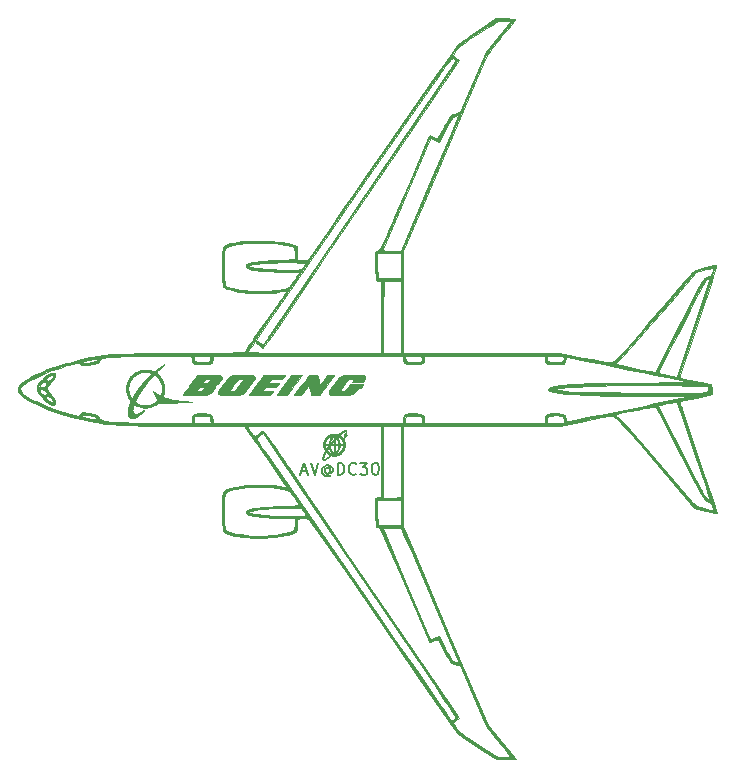
<source format=gto>
%TF.GenerationSoftware,KiCad,Pcbnew,(6.99.0-2452-gdb4f2d9dd8)*%
%TF.CreationDate,2022-07-19T11:44:13+04:00*%
%TF.ProjectId,787,3738372e-6b69-4636-9164-5f7063625858,rev?*%
%TF.SameCoordinates,Original*%
%TF.FileFunction,Legend,Top*%
%TF.FilePolarity,Positive*%
%FSLAX46Y46*%
G04 Gerber Fmt 4.6, Leading zero omitted, Abs format (unit mm)*
G04 Created by KiCad (PCBNEW (6.99.0-2452-gdb4f2d9dd8)) date 2022-07-19 11:44:13*
%MOMM*%
%LPD*%
G01*
G04 APERTURE LIST*
%ADD10C,0.010000*%
%ADD11C,0.050000*%
%ADD12C,0.150000*%
%ADD13R,1.700000X1.700000*%
%ADD14O,1.700000X1.700000*%
G04 APERTURE END LIST*
D10*
G36*
X130853498Y-100259712D02*
G01*
X130853576Y-100259821D01*
X130853733Y-100260044D01*
X130858510Y-100266909D01*
X130858833Y-100267379D01*
X130863982Y-100275025D01*
X130869103Y-100282698D01*
X130874273Y-100290336D01*
X130831453Y-100338216D01*
X130788929Y-100386325D01*
X130776198Y-100400912D01*
X130763565Y-100415591D01*
X130738389Y-100445029D01*
X130738389Y-100258322D01*
X130770050Y-100224112D01*
X130785974Y-100207091D01*
X130802002Y-100190163D01*
X130853498Y-100259712D01*
G37*
X130853498Y-100259712D02*
X130853576Y-100259821D01*
X130853733Y-100260044D01*
X130858510Y-100266909D01*
X130858833Y-100267379D01*
X130863982Y-100275025D01*
X130869103Y-100282698D01*
X130874273Y-100290336D01*
X130831453Y-100338216D01*
X130788929Y-100386325D01*
X130776198Y-100400912D01*
X130763565Y-100415591D01*
X130738389Y-100445029D01*
X130738389Y-100258322D01*
X130770050Y-100224112D01*
X130785974Y-100207091D01*
X130802002Y-100190163D01*
X130853498Y-100259712D01*
G36*
X133190939Y-94962962D02*
G01*
X133200827Y-94968282D01*
X133210017Y-94973507D01*
X133218561Y-94978690D01*
X133226512Y-94983882D01*
X133233920Y-94989134D01*
X133240839Y-94994498D01*
X133247320Y-95000025D01*
X133253415Y-95005766D01*
X133259176Y-95011773D01*
X133264654Y-95018097D01*
X133269901Y-95024790D01*
X133274970Y-95031903D01*
X133279912Y-95039487D01*
X133284779Y-95047595D01*
X133289623Y-95056276D01*
X133294496Y-95065583D01*
X133300928Y-95079619D01*
X133306225Y-95094150D01*
X133310398Y-95109096D01*
X133313456Y-95124375D01*
X133315408Y-95139903D01*
X133316265Y-95155599D01*
X133316035Y-95171381D01*
X133314729Y-95187167D01*
X133312355Y-95202874D01*
X133308925Y-95218420D01*
X133304446Y-95233723D01*
X133298929Y-95248701D01*
X133292383Y-95263272D01*
X133284818Y-95277354D01*
X133276244Y-95290864D01*
X133266670Y-95303720D01*
X133257988Y-95314744D01*
X133244852Y-95331722D01*
X133212347Y-95374276D01*
X133194900Y-95397183D01*
X133177049Y-95420435D01*
X133160888Y-95441316D01*
X133148512Y-95457106D01*
X133138910Y-95469325D01*
X133130298Y-95480479D01*
X133123619Y-95489339D01*
X133121298Y-95492522D01*
X133119814Y-95494670D01*
X133109688Y-95496161D01*
X133082604Y-95497461D01*
X132984974Y-95499402D01*
X132841756Y-95500318D01*
X132667781Y-95500035D01*
X132220732Y-95497750D01*
X132269273Y-95433227D01*
X132278735Y-95420376D01*
X132287138Y-95408360D01*
X132294494Y-95397129D01*
X132297782Y-95391792D01*
X132300814Y-95386632D01*
X132303589Y-95381642D01*
X132306110Y-95376817D01*
X132308378Y-95372150D01*
X132310395Y-95367634D01*
X132312161Y-95363263D01*
X132313679Y-95359031D01*
X132314950Y-95354932D01*
X132315975Y-95350958D01*
X132316756Y-95347104D01*
X132317295Y-95343363D01*
X132317592Y-95339729D01*
X132317649Y-95336196D01*
X132317469Y-95332757D01*
X132317051Y-95329405D01*
X132316398Y-95326135D01*
X132315511Y-95322940D01*
X132314392Y-95319813D01*
X132313042Y-95316749D01*
X132311463Y-95313740D01*
X132309655Y-95310781D01*
X132307621Y-95307865D01*
X132305363Y-95304986D01*
X132302880Y-95302137D01*
X132300175Y-95299312D01*
X132297121Y-95296425D01*
X132293946Y-95293869D01*
X132290452Y-95291625D01*
X132286441Y-95289673D01*
X132281715Y-95287992D01*
X132276077Y-95286563D01*
X132269329Y-95285366D01*
X132261272Y-95284381D01*
X132240444Y-95282966D01*
X132212009Y-95282157D01*
X132174385Y-95281796D01*
X132125990Y-95281723D01*
X132093864Y-95281921D01*
X132062578Y-95282472D01*
X132032912Y-95283335D01*
X132005645Y-95284475D01*
X131981554Y-95285851D01*
X131961420Y-95287427D01*
X131946020Y-95289163D01*
X131940338Y-95290080D01*
X131936133Y-95291023D01*
X131928093Y-95293523D01*
X131920169Y-95296549D01*
X131912311Y-95300146D01*
X131904464Y-95304362D01*
X131896579Y-95309241D01*
X131888603Y-95314832D01*
X131880484Y-95321181D01*
X131872171Y-95328334D01*
X131863612Y-95336338D01*
X131854754Y-95345238D01*
X131845547Y-95355083D01*
X131835937Y-95365918D01*
X131825875Y-95377790D01*
X131815307Y-95390745D01*
X131804182Y-95404830D01*
X131792448Y-95420092D01*
X131753409Y-95471300D01*
X131739903Y-95488894D01*
X131733005Y-95497750D01*
X131700701Y-95540227D01*
X131633060Y-95629969D01*
X131596489Y-95678237D01*
X131565524Y-95718437D01*
X131553165Y-95734200D01*
X131543432Y-95746374D01*
X131536734Y-95754432D01*
X131534651Y-95756754D01*
X131533479Y-95757851D01*
X131532771Y-95758358D01*
X131532047Y-95758952D01*
X131531313Y-95759623D01*
X131530572Y-95760365D01*
X131529832Y-95761172D01*
X131529097Y-95762034D01*
X131528371Y-95762946D01*
X131527662Y-95763899D01*
X131526973Y-95764886D01*
X131526311Y-95765901D01*
X131525680Y-95766935D01*
X131525085Y-95767982D01*
X131524533Y-95769034D01*
X131524028Y-95770083D01*
X131523576Y-95771123D01*
X131523181Y-95772146D01*
X131522718Y-95773278D01*
X131522065Y-95774637D01*
X131520236Y-95777966D01*
X131517790Y-95781987D01*
X131514823Y-95786557D01*
X131511433Y-95791530D01*
X131507714Y-95796762D01*
X131503765Y-95802108D01*
X131499681Y-95807424D01*
X131448048Y-95875505D01*
X131351956Y-96003432D01*
X131316262Y-96051353D01*
X131301101Y-96071964D01*
X131287613Y-96090524D01*
X131275709Y-96107173D01*
X131265303Y-96122048D01*
X131256305Y-96135287D01*
X131248628Y-96147027D01*
X131242185Y-96157408D01*
X131236885Y-96166567D01*
X131232643Y-96174641D01*
X131229370Y-96181769D01*
X131228069Y-96185021D01*
X131226977Y-96188088D01*
X131226083Y-96190987D01*
X131225376Y-96193737D01*
X131224846Y-96196353D01*
X131224481Y-96198853D01*
X131224270Y-96201254D01*
X131224202Y-96203574D01*
X131224434Y-96212854D01*
X131225279Y-96221076D01*
X131226960Y-96228305D01*
X131229702Y-96234602D01*
X131233729Y-96240032D01*
X131236294Y-96242440D01*
X131239264Y-96244655D01*
X131246531Y-96248537D01*
X131255754Y-96251739D01*
X131267156Y-96254324D01*
X131280963Y-96256355D01*
X131297396Y-96257895D01*
X131316681Y-96259008D01*
X131364699Y-96260201D01*
X131426808Y-96260437D01*
X131474358Y-96260253D01*
X131494621Y-96260049D01*
X131512765Y-96259753D01*
X131528959Y-96259349D01*
X131543371Y-96258823D01*
X131556167Y-96258163D01*
X131567515Y-96257354D01*
X131577584Y-96256382D01*
X131586541Y-96255233D01*
X131594553Y-96253893D01*
X131601789Y-96252349D01*
X131608415Y-96250586D01*
X131614600Y-96248590D01*
X131620512Y-96246348D01*
X131626317Y-96243845D01*
X131633180Y-96240533D01*
X131640096Y-96236816D01*
X131647035Y-96232718D01*
X131653971Y-96228262D01*
X131660877Y-96223474D01*
X131667723Y-96218377D01*
X131674484Y-96212996D01*
X131681131Y-96207354D01*
X131687637Y-96201476D01*
X131693975Y-96195385D01*
X131700116Y-96189107D01*
X131706033Y-96182665D01*
X131711699Y-96176083D01*
X131717085Y-96169385D01*
X131722166Y-96162596D01*
X131726912Y-96155740D01*
X131735384Y-96143391D01*
X131746783Y-96127356D01*
X131774486Y-96089452D01*
X131802273Y-96052482D01*
X131813778Y-96037614D01*
X131822398Y-96026899D01*
X131831938Y-96014826D01*
X131847003Y-95995005D01*
X131865526Y-95970184D01*
X131885439Y-95943114D01*
X131904555Y-95917089D01*
X131920912Y-95895115D01*
X131927513Y-95886369D01*
X131932773Y-95879505D01*
X131936475Y-95874810D01*
X131938400Y-95872575D01*
X131940406Y-95870249D01*
X131944338Y-95865296D01*
X131957047Y-95848735D01*
X131974658Y-95825353D01*
X131995305Y-95797610D01*
X132005989Y-95783305D01*
X132016329Y-95769704D01*
X132026074Y-95757122D01*
X132034969Y-95745877D01*
X132042761Y-95736284D01*
X132049198Y-95728658D01*
X132051830Y-95725682D01*
X132054027Y-95723317D01*
X132055759Y-95721601D01*
X132056995Y-95720575D01*
X132107544Y-95718153D01*
X132234392Y-95716223D01*
X132614607Y-95714065D01*
X132992887Y-95714552D01*
X133117316Y-95715928D01*
X133164481Y-95718135D01*
X133164248Y-95719246D01*
X133163569Y-95720863D01*
X133160986Y-95725471D01*
X133156957Y-95731674D01*
X133151711Y-95739188D01*
X133138469Y-95757019D01*
X133123075Y-95776695D01*
X133107342Y-95795947D01*
X133093084Y-95812506D01*
X133087076Y-95819068D01*
X133082116Y-95824106D01*
X133078431Y-95827336D01*
X133077139Y-95828185D01*
X133076250Y-95828476D01*
X133075852Y-95828502D01*
X133075444Y-95828579D01*
X133075024Y-95828706D01*
X133074596Y-95828881D01*
X133073714Y-95829371D01*
X133072805Y-95830039D01*
X133071876Y-95830876D01*
X133070934Y-95831871D01*
X133069986Y-95833014D01*
X133069040Y-95834295D01*
X133068101Y-95835703D01*
X133067179Y-95837229D01*
X133066279Y-95838863D01*
X133065408Y-95840593D01*
X133064575Y-95842411D01*
X133063786Y-95844305D01*
X133063047Y-95846267D01*
X133062367Y-95848284D01*
X133061135Y-95851648D01*
X133059420Y-95855446D01*
X133054405Y-95864538D01*
X133047049Y-95875937D01*
X133037076Y-95890019D01*
X133024209Y-95907161D01*
X133008174Y-95927739D01*
X132988696Y-95952131D01*
X132965498Y-95980712D01*
X132964206Y-95982319D01*
X132962950Y-95983928D01*
X132961737Y-95985530D01*
X132960573Y-95987114D01*
X132959465Y-95988670D01*
X132958419Y-95990187D01*
X132957442Y-95991655D01*
X132956540Y-95993063D01*
X132955720Y-95994401D01*
X132954988Y-95995659D01*
X132954351Y-95996826D01*
X132953815Y-95997893D01*
X132953386Y-95998848D01*
X132953073Y-95999681D01*
X132952880Y-96000382D01*
X132952830Y-96000679D01*
X132952814Y-96000940D01*
X132952705Y-96001536D01*
X132952384Y-96002346D01*
X132951864Y-96003357D01*
X132951154Y-96004553D01*
X132950265Y-96005922D01*
X132949209Y-96007448D01*
X132946635Y-96010919D01*
X132943519Y-96014854D01*
X132939947Y-96019140D01*
X132936006Y-96023665D01*
X132931781Y-96028318D01*
X132924762Y-96035418D01*
X132921321Y-96038356D01*
X132917732Y-96040928D01*
X132913851Y-96043165D01*
X132909533Y-96045099D01*
X132904634Y-96046761D01*
X132899009Y-96048183D01*
X132892513Y-96049396D01*
X132885002Y-96050432D01*
X132876331Y-96051322D01*
X132866355Y-96052097D01*
X132841911Y-96053430D01*
X132810513Y-96054682D01*
X132793541Y-96055406D01*
X132777670Y-96056290D01*
X132762898Y-96057335D01*
X132749225Y-96058541D01*
X132736651Y-96059909D01*
X132725173Y-96061437D01*
X132714793Y-96063127D01*
X132710013Y-96064033D01*
X132705508Y-96064979D01*
X132701276Y-96065966D01*
X132697318Y-96066993D01*
X132693634Y-96068060D01*
X132690223Y-96069168D01*
X132687086Y-96070317D01*
X132684221Y-96071506D01*
X132681631Y-96072735D01*
X132679313Y-96074005D01*
X132677268Y-96075316D01*
X132675496Y-96076668D01*
X132673997Y-96078060D01*
X132672771Y-96079493D01*
X132671817Y-96080966D01*
X132671136Y-96082480D01*
X132670728Y-96084035D01*
X132670592Y-96085631D01*
X132670360Y-96086735D01*
X132669685Y-96088382D01*
X132667112Y-96093155D01*
X132663096Y-96099655D01*
X132657857Y-96107583D01*
X132644600Y-96126543D01*
X132629116Y-96147659D01*
X132613180Y-96168561D01*
X132598566Y-96186874D01*
X132592309Y-96194318D01*
X132587049Y-96200225D01*
X132583006Y-96204299D01*
X132581511Y-96205555D01*
X132580403Y-96206242D01*
X132580053Y-96206408D01*
X132579708Y-96206603D01*
X132579032Y-96207075D01*
X132578379Y-96207649D01*
X132577753Y-96208319D01*
X132577157Y-96209077D01*
X132576594Y-96209915D01*
X132576068Y-96210825D01*
X132575583Y-96211801D01*
X132575142Y-96212834D01*
X132574748Y-96213917D01*
X132574405Y-96215042D01*
X132574116Y-96216202D01*
X132573886Y-96217389D01*
X132573717Y-96218595D01*
X132573613Y-96219813D01*
X132573578Y-96221036D01*
X132573549Y-96221666D01*
X132573463Y-96222334D01*
X132573128Y-96223771D01*
X132572582Y-96225334D01*
X132571838Y-96227007D01*
X132570906Y-96228776D01*
X132569799Y-96230624D01*
X132568526Y-96232538D01*
X132567101Y-96234503D01*
X132565533Y-96236502D01*
X132563834Y-96238522D01*
X132562016Y-96240548D01*
X132560090Y-96242564D01*
X132558067Y-96244556D01*
X132555958Y-96246508D01*
X132553775Y-96248406D01*
X132551529Y-96250234D01*
X132549283Y-96252050D01*
X132547100Y-96253912D01*
X132544991Y-96255807D01*
X132542968Y-96257720D01*
X132541042Y-96259638D01*
X132539224Y-96261547D01*
X132537525Y-96263434D01*
X132535957Y-96265283D01*
X132534531Y-96267083D01*
X132533259Y-96268818D01*
X132532151Y-96270475D01*
X132531220Y-96272041D01*
X132530476Y-96273501D01*
X132530177Y-96274187D01*
X132529930Y-96274842D01*
X132529735Y-96275464D01*
X132529594Y-96276050D01*
X132529509Y-96276600D01*
X132529480Y-96277111D01*
X132529069Y-96278547D01*
X132527865Y-96280720D01*
X132523265Y-96287097D01*
X132516046Y-96295869D01*
X132506572Y-96306668D01*
X132482326Y-96332855D01*
X132453453Y-96362689D01*
X132422878Y-96393199D01*
X132393528Y-96421416D01*
X132368328Y-96444370D01*
X132358198Y-96452945D01*
X132350203Y-96459091D01*
X132341147Y-96465260D01*
X132330922Y-96471821D01*
X132307591Y-96485799D01*
X132281453Y-96500389D01*
X132253757Y-96514953D01*
X132225747Y-96528855D01*
X132198670Y-96541458D01*
X132173772Y-96552125D01*
X132162530Y-96556534D01*
X132152299Y-96560220D01*
X132133479Y-96566514D01*
X132116753Y-96571760D01*
X132100969Y-96576223D01*
X132084977Y-96580165D01*
X132067625Y-96583850D01*
X132047764Y-96587541D01*
X132024240Y-96591501D01*
X131995905Y-96595993D01*
X131995903Y-96595993D01*
X131995903Y-96595991D01*
X131724523Y-96601470D01*
X131184927Y-96603394D01*
X130649534Y-96601704D01*
X130390764Y-96596341D01*
X130379215Y-96593189D01*
X130367959Y-96589439D01*
X130357009Y-96585115D01*
X130346378Y-96580241D01*
X130336080Y-96574841D01*
X130326128Y-96568937D01*
X130316535Y-96562553D01*
X130307314Y-96555713D01*
X130298479Y-96548440D01*
X130290042Y-96540759D01*
X130282018Y-96532691D01*
X130274420Y-96524261D01*
X130267260Y-96515493D01*
X130260552Y-96506409D01*
X130254310Y-96497034D01*
X130248547Y-96487391D01*
X130243275Y-96477502D01*
X130238508Y-96467393D01*
X130234261Y-96457086D01*
X130230544Y-96446606D01*
X130227373Y-96435974D01*
X130224761Y-96425215D01*
X130222719Y-96414353D01*
X130221263Y-96403411D01*
X130220405Y-96392412D01*
X130220159Y-96381380D01*
X130220537Y-96370339D01*
X130221553Y-96359311D01*
X130223221Y-96348321D01*
X130225553Y-96337392D01*
X130228563Y-96326548D01*
X130232265Y-96315811D01*
X130236580Y-96306859D01*
X130244250Y-96293551D01*
X130267907Y-96256331D01*
X130299754Y-96209069D01*
X130336310Y-96156682D01*
X130374091Y-96104090D01*
X130409616Y-96056208D01*
X130439402Y-96017956D01*
X130451055Y-96003977D01*
X130459967Y-95994250D01*
X130463355Y-95990458D01*
X130468393Y-95984262D01*
X130474837Y-95975990D01*
X130482441Y-95965965D01*
X130500154Y-95941963D01*
X130519577Y-95914862D01*
X130611253Y-95790388D01*
X130762350Y-95589084D01*
X130917214Y-95384736D01*
X131020190Y-95251134D01*
X131034699Y-95233292D01*
X131049517Y-95215910D01*
X131064623Y-95199003D01*
X131079999Y-95182590D01*
X131095624Y-95166686D01*
X131111479Y-95151308D01*
X131127544Y-95136475D01*
X131143800Y-95122201D01*
X131160226Y-95108505D01*
X131176804Y-95095402D01*
X131193512Y-95082911D01*
X131210332Y-95071047D01*
X131227244Y-95059829D01*
X131244228Y-95049271D01*
X131261265Y-95039392D01*
X131278334Y-95030209D01*
X131293972Y-95022232D01*
X131309209Y-95014666D01*
X131323665Y-95007685D01*
X131336961Y-95001463D01*
X131348716Y-94996176D01*
X131358550Y-94991997D01*
X131366084Y-94989101D01*
X131368870Y-94988189D01*
X131370938Y-94987664D01*
X131374728Y-94986828D01*
X131379213Y-94985658D01*
X131384227Y-94984209D01*
X131389604Y-94982533D01*
X131395178Y-94980683D01*
X131400783Y-94978714D01*
X131406253Y-94976679D01*
X131411421Y-94974630D01*
X131440047Y-94964490D01*
X131476245Y-94956704D01*
X131528954Y-94950962D01*
X131607116Y-94946956D01*
X131719669Y-94944378D01*
X131875556Y-94942919D01*
X132353090Y-94942122D01*
X133151251Y-94942122D01*
X133190939Y-94962962D01*
G37*
X133190939Y-94962962D02*
X133200827Y-94968282D01*
X133210017Y-94973507D01*
X133218561Y-94978690D01*
X133226512Y-94983882D01*
X133233920Y-94989134D01*
X133240839Y-94994498D01*
X133247320Y-95000025D01*
X133253415Y-95005766D01*
X133259176Y-95011773D01*
X133264654Y-95018097D01*
X133269901Y-95024790D01*
X133274970Y-95031903D01*
X133279912Y-95039487D01*
X133284779Y-95047595D01*
X133289623Y-95056276D01*
X133294496Y-95065583D01*
X133300928Y-95079619D01*
X133306225Y-95094150D01*
X133310398Y-95109096D01*
X133313456Y-95124375D01*
X133315408Y-95139903D01*
X133316265Y-95155599D01*
X133316035Y-95171381D01*
X133314729Y-95187167D01*
X133312355Y-95202874D01*
X133308925Y-95218420D01*
X133304446Y-95233723D01*
X133298929Y-95248701D01*
X133292383Y-95263272D01*
X133284818Y-95277354D01*
X133276244Y-95290864D01*
X133266670Y-95303720D01*
X133257988Y-95314744D01*
X133244852Y-95331722D01*
X133212347Y-95374276D01*
X133194900Y-95397183D01*
X133177049Y-95420435D01*
X133160888Y-95441316D01*
X133148512Y-95457106D01*
X133138910Y-95469325D01*
X133130298Y-95480479D01*
X133123619Y-95489339D01*
X133121298Y-95492522D01*
X133119814Y-95494670D01*
X133109688Y-95496161D01*
X133082604Y-95497461D01*
X132984974Y-95499402D01*
X132841756Y-95500318D01*
X132667781Y-95500035D01*
X132220732Y-95497750D01*
X132269273Y-95433227D01*
X132278735Y-95420376D01*
X132287138Y-95408360D01*
X132294494Y-95397129D01*
X132297782Y-95391792D01*
X132300814Y-95386632D01*
X132303589Y-95381642D01*
X132306110Y-95376817D01*
X132308378Y-95372150D01*
X132310395Y-95367634D01*
X132312161Y-95363263D01*
X132313679Y-95359031D01*
X132314950Y-95354932D01*
X132315975Y-95350958D01*
X132316756Y-95347104D01*
X132317295Y-95343363D01*
X132317592Y-95339729D01*
X132317649Y-95336196D01*
X132317469Y-95332757D01*
X132317051Y-95329405D01*
X132316398Y-95326135D01*
X132315511Y-95322940D01*
X132314392Y-95319813D01*
X132313042Y-95316749D01*
X132311463Y-95313740D01*
X132309655Y-95310781D01*
X132307621Y-95307865D01*
X132305363Y-95304986D01*
X132302880Y-95302137D01*
X132300175Y-95299312D01*
X132297121Y-95296425D01*
X132293946Y-95293869D01*
X132290452Y-95291625D01*
X132286441Y-95289673D01*
X132281715Y-95287992D01*
X132276077Y-95286563D01*
X132269329Y-95285366D01*
X132261272Y-95284381D01*
X132240444Y-95282966D01*
X132212009Y-95282157D01*
X132174385Y-95281796D01*
X132125990Y-95281723D01*
X132093864Y-95281921D01*
X132062578Y-95282472D01*
X132032912Y-95283335D01*
X132005645Y-95284475D01*
X131981554Y-95285851D01*
X131961420Y-95287427D01*
X131946020Y-95289163D01*
X131940338Y-95290080D01*
X131936133Y-95291023D01*
X131928093Y-95293523D01*
X131920169Y-95296549D01*
X131912311Y-95300146D01*
X131904464Y-95304362D01*
X131896579Y-95309241D01*
X131888603Y-95314832D01*
X131880484Y-95321181D01*
X131872171Y-95328334D01*
X131863612Y-95336338D01*
X131854754Y-95345238D01*
X131845547Y-95355083D01*
X131835937Y-95365918D01*
X131825875Y-95377790D01*
X131815307Y-95390745D01*
X131804182Y-95404830D01*
X131792448Y-95420092D01*
X131753409Y-95471300D01*
X131739903Y-95488894D01*
X131733005Y-95497750D01*
X131700701Y-95540227D01*
X131633060Y-95629969D01*
X131596489Y-95678237D01*
X131565524Y-95718437D01*
X131553165Y-95734200D01*
X131543432Y-95746374D01*
X131536734Y-95754432D01*
X131534651Y-95756754D01*
X131533479Y-95757851D01*
X131532771Y-95758358D01*
X131532047Y-95758952D01*
X131531313Y-95759623D01*
X131530572Y-95760365D01*
X131529832Y-95761172D01*
X131529097Y-95762034D01*
X131528371Y-95762946D01*
X131527662Y-95763899D01*
X131526973Y-95764886D01*
X131526311Y-95765901D01*
X131525680Y-95766935D01*
X131525085Y-95767982D01*
X131524533Y-95769034D01*
X131524028Y-95770083D01*
X131523576Y-95771123D01*
X131523181Y-95772146D01*
X131522718Y-95773278D01*
X131522065Y-95774637D01*
X131520236Y-95777966D01*
X131517790Y-95781987D01*
X131514823Y-95786557D01*
X131511433Y-95791530D01*
X131507714Y-95796762D01*
X131503765Y-95802108D01*
X131499681Y-95807424D01*
X131448048Y-95875505D01*
X131351956Y-96003432D01*
X131316262Y-96051353D01*
X131301101Y-96071964D01*
X131287613Y-96090524D01*
X131275709Y-96107173D01*
X131265303Y-96122048D01*
X131256305Y-96135287D01*
X131248628Y-96147027D01*
X131242185Y-96157408D01*
X131236885Y-96166567D01*
X131232643Y-96174641D01*
X131229370Y-96181769D01*
X131228069Y-96185021D01*
X131226977Y-96188088D01*
X131226083Y-96190987D01*
X131225376Y-96193737D01*
X131224846Y-96196353D01*
X131224481Y-96198853D01*
X131224270Y-96201254D01*
X131224202Y-96203574D01*
X131224434Y-96212854D01*
X131225279Y-96221076D01*
X131226960Y-96228305D01*
X131229702Y-96234602D01*
X131233729Y-96240032D01*
X131236294Y-96242440D01*
X131239264Y-96244655D01*
X131246531Y-96248537D01*
X131255754Y-96251739D01*
X131267156Y-96254324D01*
X131280963Y-96256355D01*
X131297396Y-96257895D01*
X131316681Y-96259008D01*
X131364699Y-96260201D01*
X131426808Y-96260437D01*
X131474358Y-96260253D01*
X131494621Y-96260049D01*
X131512765Y-96259753D01*
X131528959Y-96259349D01*
X131543371Y-96258823D01*
X131556167Y-96258163D01*
X131567515Y-96257354D01*
X131577584Y-96256382D01*
X131586541Y-96255233D01*
X131594553Y-96253893D01*
X131601789Y-96252349D01*
X131608415Y-96250586D01*
X131614600Y-96248590D01*
X131620512Y-96246348D01*
X131626317Y-96243845D01*
X131633180Y-96240533D01*
X131640096Y-96236816D01*
X131647035Y-96232718D01*
X131653971Y-96228262D01*
X131660877Y-96223474D01*
X131667723Y-96218377D01*
X131674484Y-96212996D01*
X131681131Y-96207354D01*
X131687637Y-96201476D01*
X131693975Y-96195385D01*
X131700116Y-96189107D01*
X131706033Y-96182665D01*
X131711699Y-96176083D01*
X131717085Y-96169385D01*
X131722166Y-96162596D01*
X131726912Y-96155740D01*
X131735384Y-96143391D01*
X131746783Y-96127356D01*
X131774486Y-96089452D01*
X131802273Y-96052482D01*
X131813778Y-96037614D01*
X131822398Y-96026899D01*
X131831938Y-96014826D01*
X131847003Y-95995005D01*
X131865526Y-95970184D01*
X131885439Y-95943114D01*
X131904555Y-95917089D01*
X131920912Y-95895115D01*
X131927513Y-95886369D01*
X131932773Y-95879505D01*
X131936475Y-95874810D01*
X131938400Y-95872575D01*
X131940406Y-95870249D01*
X131944338Y-95865296D01*
X131957047Y-95848735D01*
X131974658Y-95825353D01*
X131995305Y-95797610D01*
X132005989Y-95783305D01*
X132016329Y-95769704D01*
X132026074Y-95757122D01*
X132034969Y-95745877D01*
X132042761Y-95736284D01*
X132049198Y-95728658D01*
X132051830Y-95725682D01*
X132054027Y-95723317D01*
X132055759Y-95721601D01*
X132056995Y-95720575D01*
X132107544Y-95718153D01*
X132234392Y-95716223D01*
X132614607Y-95714065D01*
X132992887Y-95714552D01*
X133117316Y-95715928D01*
X133164481Y-95718135D01*
X133164248Y-95719246D01*
X133163569Y-95720863D01*
X133160986Y-95725471D01*
X133156957Y-95731674D01*
X133151711Y-95739188D01*
X133138469Y-95757019D01*
X133123075Y-95776695D01*
X133107342Y-95795947D01*
X133093084Y-95812506D01*
X133087076Y-95819068D01*
X133082116Y-95824106D01*
X133078431Y-95827336D01*
X133077139Y-95828185D01*
X133076250Y-95828476D01*
X133075852Y-95828502D01*
X133075444Y-95828579D01*
X133075024Y-95828706D01*
X133074596Y-95828881D01*
X133073714Y-95829371D01*
X133072805Y-95830039D01*
X133071876Y-95830876D01*
X133070934Y-95831871D01*
X133069986Y-95833014D01*
X133069040Y-95834295D01*
X133068101Y-95835703D01*
X133067179Y-95837229D01*
X133066279Y-95838863D01*
X133065408Y-95840593D01*
X133064575Y-95842411D01*
X133063786Y-95844305D01*
X133063047Y-95846267D01*
X133062367Y-95848284D01*
X133061135Y-95851648D01*
X133059420Y-95855446D01*
X133054405Y-95864538D01*
X133047049Y-95875937D01*
X133037076Y-95890019D01*
X133024209Y-95907161D01*
X133008174Y-95927739D01*
X132988696Y-95952131D01*
X132965498Y-95980712D01*
X132964206Y-95982319D01*
X132962950Y-95983928D01*
X132961737Y-95985530D01*
X132960573Y-95987114D01*
X132959465Y-95988670D01*
X132958419Y-95990187D01*
X132957442Y-95991655D01*
X132956540Y-95993063D01*
X132955720Y-95994401D01*
X132954988Y-95995659D01*
X132954351Y-95996826D01*
X132953815Y-95997893D01*
X132953386Y-95998848D01*
X132953073Y-95999681D01*
X132952880Y-96000382D01*
X132952830Y-96000679D01*
X132952814Y-96000940D01*
X132952705Y-96001536D01*
X132952384Y-96002346D01*
X132951864Y-96003357D01*
X132951154Y-96004553D01*
X132950265Y-96005922D01*
X132949209Y-96007448D01*
X132946635Y-96010919D01*
X132943519Y-96014854D01*
X132939947Y-96019140D01*
X132936006Y-96023665D01*
X132931781Y-96028318D01*
X132924762Y-96035418D01*
X132921321Y-96038356D01*
X132917732Y-96040928D01*
X132913851Y-96043165D01*
X132909533Y-96045099D01*
X132904634Y-96046761D01*
X132899009Y-96048183D01*
X132892513Y-96049396D01*
X132885002Y-96050432D01*
X132876331Y-96051322D01*
X132866355Y-96052097D01*
X132841911Y-96053430D01*
X132810513Y-96054682D01*
X132793541Y-96055406D01*
X132777670Y-96056290D01*
X132762898Y-96057335D01*
X132749225Y-96058541D01*
X132736651Y-96059909D01*
X132725173Y-96061437D01*
X132714793Y-96063127D01*
X132710013Y-96064033D01*
X132705508Y-96064979D01*
X132701276Y-96065966D01*
X132697318Y-96066993D01*
X132693634Y-96068060D01*
X132690223Y-96069168D01*
X132687086Y-96070317D01*
X132684221Y-96071506D01*
X132681631Y-96072735D01*
X132679313Y-96074005D01*
X132677268Y-96075316D01*
X132675496Y-96076668D01*
X132673997Y-96078060D01*
X132672771Y-96079493D01*
X132671817Y-96080966D01*
X132671136Y-96082480D01*
X132670728Y-96084035D01*
X132670592Y-96085631D01*
X132670360Y-96086735D01*
X132669685Y-96088382D01*
X132667112Y-96093155D01*
X132663096Y-96099655D01*
X132657857Y-96107583D01*
X132644600Y-96126543D01*
X132629116Y-96147659D01*
X132613180Y-96168561D01*
X132598566Y-96186874D01*
X132592309Y-96194318D01*
X132587049Y-96200225D01*
X132583006Y-96204299D01*
X132581511Y-96205555D01*
X132580403Y-96206242D01*
X132580053Y-96206408D01*
X132579708Y-96206603D01*
X132579032Y-96207075D01*
X132578379Y-96207649D01*
X132577753Y-96208319D01*
X132577157Y-96209077D01*
X132576594Y-96209915D01*
X132576068Y-96210825D01*
X132575583Y-96211801D01*
X132575142Y-96212834D01*
X132574748Y-96213917D01*
X132574405Y-96215042D01*
X132574116Y-96216202D01*
X132573886Y-96217389D01*
X132573717Y-96218595D01*
X132573613Y-96219813D01*
X132573578Y-96221036D01*
X132573549Y-96221666D01*
X132573463Y-96222334D01*
X132573128Y-96223771D01*
X132572582Y-96225334D01*
X132571838Y-96227007D01*
X132570906Y-96228776D01*
X132569799Y-96230624D01*
X132568526Y-96232538D01*
X132567101Y-96234503D01*
X132565533Y-96236502D01*
X132563834Y-96238522D01*
X132562016Y-96240548D01*
X132560090Y-96242564D01*
X132558067Y-96244556D01*
X132555958Y-96246508D01*
X132553775Y-96248406D01*
X132551529Y-96250234D01*
X132549283Y-96252050D01*
X132547100Y-96253912D01*
X132544991Y-96255807D01*
X132542968Y-96257720D01*
X132541042Y-96259638D01*
X132539224Y-96261547D01*
X132537525Y-96263434D01*
X132535957Y-96265283D01*
X132534531Y-96267083D01*
X132533259Y-96268818D01*
X132532151Y-96270475D01*
X132531220Y-96272041D01*
X132530476Y-96273501D01*
X132530177Y-96274187D01*
X132529930Y-96274842D01*
X132529735Y-96275464D01*
X132529594Y-96276050D01*
X132529509Y-96276600D01*
X132529480Y-96277111D01*
X132529069Y-96278547D01*
X132527865Y-96280720D01*
X132523265Y-96287097D01*
X132516046Y-96295869D01*
X132506572Y-96306668D01*
X132482326Y-96332855D01*
X132453453Y-96362689D01*
X132422878Y-96393199D01*
X132393528Y-96421416D01*
X132368328Y-96444370D01*
X132358198Y-96452945D01*
X132350203Y-96459091D01*
X132341147Y-96465260D01*
X132330922Y-96471821D01*
X132307591Y-96485799D01*
X132281453Y-96500389D01*
X132253757Y-96514953D01*
X132225747Y-96528855D01*
X132198670Y-96541458D01*
X132173772Y-96552125D01*
X132162530Y-96556534D01*
X132152299Y-96560220D01*
X132133479Y-96566514D01*
X132116753Y-96571760D01*
X132100969Y-96576223D01*
X132084977Y-96580165D01*
X132067625Y-96583850D01*
X132047764Y-96587541D01*
X132024240Y-96591501D01*
X131995905Y-96595993D01*
X131995903Y-96595993D01*
X131995903Y-96595991D01*
X131724523Y-96601470D01*
X131184927Y-96603394D01*
X130649534Y-96601704D01*
X130390764Y-96596341D01*
X130379215Y-96593189D01*
X130367959Y-96589439D01*
X130357009Y-96585115D01*
X130346378Y-96580241D01*
X130336080Y-96574841D01*
X130326128Y-96568937D01*
X130316535Y-96562553D01*
X130307314Y-96555713D01*
X130298479Y-96548440D01*
X130290042Y-96540759D01*
X130282018Y-96532691D01*
X130274420Y-96524261D01*
X130267260Y-96515493D01*
X130260552Y-96506409D01*
X130254310Y-96497034D01*
X130248547Y-96487391D01*
X130243275Y-96477502D01*
X130238508Y-96467393D01*
X130234261Y-96457086D01*
X130230544Y-96446606D01*
X130227373Y-96435974D01*
X130224761Y-96425215D01*
X130222719Y-96414353D01*
X130221263Y-96403411D01*
X130220405Y-96392412D01*
X130220159Y-96381380D01*
X130220537Y-96370339D01*
X130221553Y-96359311D01*
X130223221Y-96348321D01*
X130225553Y-96337392D01*
X130228563Y-96326548D01*
X130232265Y-96315811D01*
X130236580Y-96306859D01*
X130244250Y-96293551D01*
X130267907Y-96256331D01*
X130299754Y-96209069D01*
X130336310Y-96156682D01*
X130374091Y-96104090D01*
X130409616Y-96056208D01*
X130439402Y-96017956D01*
X130451055Y-96003977D01*
X130459967Y-95994250D01*
X130463355Y-95990458D01*
X130468393Y-95984262D01*
X130474837Y-95975990D01*
X130482441Y-95965965D01*
X130500154Y-95941963D01*
X130519577Y-95914862D01*
X130611253Y-95790388D01*
X130762350Y-95589084D01*
X130917214Y-95384736D01*
X131020190Y-95251134D01*
X131034699Y-95233292D01*
X131049517Y-95215910D01*
X131064623Y-95199003D01*
X131079999Y-95182590D01*
X131095624Y-95166686D01*
X131111479Y-95151308D01*
X131127544Y-95136475D01*
X131143800Y-95122201D01*
X131160226Y-95108505D01*
X131176804Y-95095402D01*
X131193512Y-95082911D01*
X131210332Y-95071047D01*
X131227244Y-95059829D01*
X131244228Y-95049271D01*
X131261265Y-95039392D01*
X131278334Y-95030209D01*
X131293972Y-95022232D01*
X131309209Y-95014666D01*
X131323665Y-95007685D01*
X131336961Y-95001463D01*
X131348716Y-94996176D01*
X131358550Y-94991997D01*
X131366084Y-94989101D01*
X131368870Y-94988189D01*
X131370938Y-94987664D01*
X131374728Y-94986828D01*
X131379213Y-94985658D01*
X131384227Y-94984209D01*
X131389604Y-94982533D01*
X131395178Y-94980683D01*
X131400783Y-94978714D01*
X131406253Y-94976679D01*
X131411421Y-94974630D01*
X131440047Y-94964490D01*
X131476245Y-94956704D01*
X131528954Y-94950962D01*
X131607116Y-94946956D01*
X131719669Y-94944378D01*
X131875556Y-94942919D01*
X132353090Y-94942122D01*
X133151251Y-94942122D01*
X133190939Y-94962962D01*
G36*
X118147786Y-96217529D02*
G01*
X118159646Y-96201630D01*
X118189794Y-96160467D01*
X118226838Y-96110834D01*
X118308533Y-96003219D01*
X118378570Y-95912913D01*
X118401039Y-95884916D01*
X118407706Y-95877073D01*
X118410783Y-95874044D01*
X118411172Y-95873883D01*
X118411556Y-95873702D01*
X118412307Y-95873285D01*
X118413033Y-95872799D01*
X118413729Y-95872250D01*
X118414392Y-95871643D01*
X118415018Y-95870985D01*
X118415602Y-95870281D01*
X118416142Y-95869537D01*
X118416633Y-95868759D01*
X118417071Y-95867952D01*
X118417452Y-95867122D01*
X118417772Y-95866275D01*
X118418029Y-95865417D01*
X118418216Y-95864553D01*
X118418332Y-95863689D01*
X118418361Y-95863259D01*
X118418371Y-95862831D01*
X118418878Y-95860980D01*
X118420365Y-95857945D01*
X118426097Y-95848583D01*
X118435191Y-95835255D01*
X118447272Y-95818475D01*
X118461965Y-95798752D01*
X118478894Y-95776600D01*
X118497684Y-95752530D01*
X118517960Y-95727053D01*
X118623957Y-95585282D01*
X119529619Y-95585282D01*
X119530739Y-95585799D01*
X119534026Y-95586301D01*
X119546658Y-95587251D01*
X119593052Y-95588864D01*
X119661715Y-95589952D01*
X119745563Y-95590352D01*
X119961506Y-95590352D01*
X120004851Y-95563681D01*
X120009395Y-95560794D01*
X120014065Y-95557653D01*
X120018826Y-95554289D01*
X120023643Y-95550733D01*
X120028481Y-95547015D01*
X120033304Y-95543165D01*
X120038079Y-95539214D01*
X120042769Y-95535193D01*
X120047341Y-95531132D01*
X120051758Y-95527061D01*
X120055986Y-95523012D01*
X120059990Y-95519014D01*
X120063736Y-95515099D01*
X120067187Y-95511296D01*
X120070310Y-95507637D01*
X120073068Y-95504151D01*
X120092695Y-95478352D01*
X120100268Y-95468488D01*
X120104952Y-95462471D01*
X120117570Y-95446368D01*
X120128815Y-95431498D01*
X120138718Y-95417767D01*
X120147310Y-95405084D01*
X120151124Y-95399107D01*
X120154622Y-95393357D01*
X120157808Y-95387822D01*
X120160686Y-95382492D01*
X120163260Y-95377354D01*
X120165533Y-95372398D01*
X120167509Y-95367611D01*
X120169193Y-95362982D01*
X120170588Y-95358500D01*
X120171699Y-95354152D01*
X120172528Y-95349929D01*
X120173081Y-95345817D01*
X120173360Y-95341805D01*
X120173370Y-95337882D01*
X120173115Y-95334037D01*
X120172598Y-95330258D01*
X120171824Y-95326532D01*
X120170796Y-95322849D01*
X120169518Y-95319198D01*
X120167995Y-95315566D01*
X120166230Y-95311942D01*
X120164226Y-95308315D01*
X120161989Y-95304673D01*
X120159521Y-95301004D01*
X120154485Y-95294498D01*
X120151598Y-95291864D01*
X120148047Y-95289606D01*
X120143517Y-95287697D01*
X120137694Y-95286110D01*
X120130264Y-95284819D01*
X120120912Y-95283795D01*
X120095189Y-95282443D01*
X120058010Y-95281836D01*
X119939232Y-95281994D01*
X119897813Y-95282290D01*
X119859246Y-95282803D01*
X119824367Y-95283506D01*
X119794018Y-95284370D01*
X119769036Y-95285367D01*
X119750260Y-95286470D01*
X119743462Y-95287052D01*
X119738531Y-95287649D01*
X119735570Y-95288259D01*
X119734862Y-95288567D01*
X119734686Y-95288877D01*
X119734881Y-95290003D01*
X119734865Y-95291350D01*
X119734649Y-95292903D01*
X119734245Y-95294642D01*
X119733665Y-95296550D01*
X119732922Y-95298610D01*
X119730992Y-95303111D01*
X119728552Y-95308003D01*
X119725698Y-95313144D01*
X119722526Y-95318390D01*
X119719133Y-95323599D01*
X119715614Y-95328628D01*
X119712067Y-95333335D01*
X119708587Y-95337576D01*
X119705271Y-95341211D01*
X119702215Y-95344094D01*
X119700814Y-95345210D01*
X119699515Y-95346085D01*
X119698329Y-95346701D01*
X119697268Y-95347040D01*
X119696345Y-95347085D01*
X119695570Y-95346817D01*
X119695201Y-95346606D01*
X119694837Y-95346432D01*
X119694478Y-95346295D01*
X119694124Y-95346193D01*
X119693776Y-95346126D01*
X119693435Y-95346094D01*
X119693101Y-95346096D01*
X119692774Y-95346132D01*
X119692456Y-95346200D01*
X119692145Y-95346301D01*
X119691844Y-95346434D01*
X119691552Y-95346598D01*
X119691269Y-95346793D01*
X119690997Y-95347017D01*
X119690735Y-95347272D01*
X119690485Y-95347555D01*
X119690246Y-95347867D01*
X119690019Y-95348207D01*
X119689805Y-95348574D01*
X119689604Y-95348968D01*
X119689416Y-95349388D01*
X119689242Y-95349834D01*
X119688938Y-95350801D01*
X119688695Y-95351863D01*
X119688517Y-95353016D01*
X119688407Y-95354257D01*
X119688370Y-95355580D01*
X119688198Y-95357131D01*
X119687695Y-95359040D01*
X119686876Y-95361280D01*
X119685760Y-95363825D01*
X119684363Y-95366647D01*
X119682702Y-95369719D01*
X119680793Y-95373015D01*
X119678655Y-95376506D01*
X119673755Y-95383970D01*
X119668139Y-95391895D01*
X119661941Y-95400065D01*
X119655297Y-95408263D01*
X119639335Y-95428150D01*
X119620141Y-95453331D01*
X119599366Y-95481479D01*
X119578664Y-95510268D01*
X119559686Y-95537370D01*
X119544084Y-95560458D01*
X119533512Y-95577204D01*
X119530628Y-95582472D01*
X119529620Y-95585282D01*
X119529619Y-95585282D01*
X118623957Y-95585282D01*
X118663531Y-95532352D01*
X118768286Y-95392203D01*
X118805561Y-95342667D01*
X118825675Y-95316275D01*
X118838213Y-95300028D01*
X118854863Y-95278110D01*
X118891816Y-95228754D01*
X118908057Y-95206904D01*
X118921804Y-95188564D01*
X118933414Y-95173282D01*
X118943239Y-95160609D01*
X118951635Y-95150093D01*
X118958956Y-95141283D01*
X118965556Y-95133728D01*
X118971791Y-95126976D01*
X118972914Y-95125755D01*
X118974006Y-95124493D01*
X118975060Y-95123200D01*
X118976072Y-95121886D01*
X118977035Y-95120560D01*
X118977944Y-95119233D01*
X118978793Y-95117914D01*
X118979577Y-95116612D01*
X118980290Y-95115338D01*
X118980926Y-95114101D01*
X118981480Y-95112911D01*
X118981945Y-95111778D01*
X118982317Y-95110711D01*
X118982590Y-95109720D01*
X118982758Y-95108815D01*
X118982801Y-95108397D01*
X118982815Y-95108005D01*
X118982844Y-95107606D01*
X118982930Y-95107170D01*
X118983265Y-95106189D01*
X118983811Y-95105076D01*
X118984555Y-95103842D01*
X118985486Y-95102500D01*
X118986594Y-95101062D01*
X118987866Y-95099540D01*
X118989292Y-95097946D01*
X118990859Y-95096293D01*
X118992558Y-95094593D01*
X118994376Y-95092858D01*
X118996302Y-95091101D01*
X118998325Y-95089333D01*
X119000434Y-95087568D01*
X119002617Y-95085816D01*
X119004863Y-95084092D01*
X119007109Y-95082350D01*
X119009292Y-95080549D01*
X119011401Y-95078702D01*
X119013424Y-95076824D01*
X119015350Y-95074929D01*
X119017168Y-95073030D01*
X119018867Y-95071142D01*
X119020435Y-95069277D01*
X119021860Y-95067451D01*
X119023133Y-95065678D01*
X119024240Y-95063970D01*
X119025172Y-95062343D01*
X119025916Y-95060809D01*
X119026214Y-95060082D01*
X119026462Y-95059383D01*
X119026656Y-95058715D01*
X119026797Y-95058080D01*
X119026883Y-95057478D01*
X119026912Y-95056912D01*
X119027029Y-95055697D01*
X119027374Y-95054255D01*
X119027936Y-95052605D01*
X119028701Y-95050766D01*
X119029659Y-95048755D01*
X119030799Y-95046592D01*
X119032107Y-95044295D01*
X119033574Y-95041883D01*
X119035186Y-95039374D01*
X119036934Y-95036787D01*
X119038804Y-95034140D01*
X119040785Y-95031452D01*
X119042866Y-95028743D01*
X119045035Y-95026029D01*
X119047281Y-95023330D01*
X119049591Y-95020665D01*
X119060170Y-95008453D01*
X119072208Y-94994147D01*
X119084223Y-94979527D01*
X119094735Y-94966376D01*
X119117199Y-94937713D01*
X120032171Y-94937713D01*
X120322919Y-94937894D01*
X120552535Y-94938550D01*
X120728154Y-94939853D01*
X120797946Y-94940800D01*
X120856915Y-94941974D01*
X120905954Y-94943395D01*
X120945954Y-94945085D01*
X120977808Y-94947065D01*
X121002408Y-94949357D01*
X121020646Y-94951982D01*
X121027657Y-94953426D01*
X121033413Y-94954961D01*
X121038025Y-94956591D01*
X121041603Y-94958317D01*
X121044260Y-94960142D01*
X121046107Y-94962070D01*
X121046672Y-94962746D01*
X121047355Y-94963429D01*
X121048148Y-94964114D01*
X121049041Y-94964797D01*
X121050025Y-94965472D01*
X121051091Y-94966135D01*
X121052229Y-94966782D01*
X121053430Y-94967408D01*
X121054686Y-94968008D01*
X121055986Y-94968577D01*
X121057321Y-94969112D01*
X121058682Y-94969607D01*
X121060060Y-94970057D01*
X121061446Y-94970459D01*
X121062830Y-94970808D01*
X121064203Y-94971098D01*
X121065742Y-94971553D01*
X121067614Y-94972384D01*
X121069792Y-94973571D01*
X121072252Y-94975093D01*
X121074967Y-94976929D01*
X121077912Y-94979059D01*
X121081061Y-94981460D01*
X121084389Y-94984113D01*
X121091476Y-94990088D01*
X121098968Y-94996818D01*
X121106659Y-95004135D01*
X121114343Y-95011872D01*
X121123649Y-95022057D01*
X121132187Y-95032526D01*
X121139956Y-95043269D01*
X121146953Y-95054276D01*
X121153175Y-95065539D01*
X121158620Y-95077049D01*
X121163285Y-95088796D01*
X121167167Y-95100771D01*
X121170264Y-95112966D01*
X121172573Y-95125371D01*
X121174092Y-95137977D01*
X121174818Y-95150776D01*
X121174748Y-95163757D01*
X121173879Y-95176912D01*
X121172210Y-95190231D01*
X121169737Y-95203707D01*
X121168571Y-95209032D01*
X121167354Y-95214259D01*
X121166098Y-95219359D01*
X121164811Y-95224301D01*
X121163504Y-95229058D01*
X121162187Y-95233599D01*
X121160868Y-95237896D01*
X121159559Y-95241919D01*
X121158269Y-95245639D01*
X121157008Y-95249027D01*
X121155785Y-95252053D01*
X121154610Y-95254688D01*
X121153494Y-95256904D01*
X121152446Y-95258670D01*
X121151951Y-95259375D01*
X121151476Y-95259958D01*
X121151023Y-95260413D01*
X121150594Y-95260738D01*
X121149726Y-95261358D01*
X121148801Y-95262177D01*
X121147827Y-95263180D01*
X121146811Y-95264355D01*
X121145763Y-95265688D01*
X121144690Y-95267166D01*
X121143601Y-95268774D01*
X121142503Y-95270501D01*
X121141406Y-95272331D01*
X121140318Y-95274253D01*
X121139246Y-95276252D01*
X121138200Y-95278315D01*
X121137187Y-95280429D01*
X121136216Y-95282580D01*
X121135295Y-95284754D01*
X121134433Y-95286939D01*
X121133540Y-95289098D01*
X121132529Y-95291196D01*
X121131413Y-95293223D01*
X121130202Y-95295167D01*
X121128908Y-95297018D01*
X121127542Y-95298766D01*
X121126115Y-95300398D01*
X121124639Y-95301905D01*
X121123125Y-95303276D01*
X121121584Y-95304498D01*
X121120028Y-95305563D01*
X121119247Y-95306032D01*
X121118467Y-95306458D01*
X121117689Y-95306839D01*
X121116913Y-95307173D01*
X121116143Y-95307460D01*
X121115378Y-95307698D01*
X121114621Y-95307885D01*
X121113872Y-95308020D01*
X121113134Y-95308102D01*
X121112408Y-95308130D01*
X121111698Y-95308140D01*
X121111010Y-95308170D01*
X121110344Y-95308220D01*
X121109700Y-95308288D01*
X121109080Y-95308375D01*
X121108483Y-95308480D01*
X121107910Y-95308602D01*
X121107363Y-95308742D01*
X121106841Y-95308897D01*
X121106345Y-95309069D01*
X121105875Y-95309256D01*
X121105433Y-95309458D01*
X121105019Y-95309675D01*
X121104634Y-95309905D01*
X121104277Y-95310149D01*
X121103950Y-95310406D01*
X121103653Y-95310676D01*
X121103387Y-95310957D01*
X121103152Y-95311250D01*
X121102950Y-95311554D01*
X121102779Y-95311869D01*
X121102643Y-95312193D01*
X121102539Y-95312527D01*
X121102471Y-95312870D01*
X121102437Y-95313221D01*
X121102438Y-95313581D01*
X121102476Y-95313948D01*
X121102551Y-95314322D01*
X121102663Y-95314702D01*
X121102812Y-95315089D01*
X121103001Y-95315481D01*
X121103228Y-95315878D01*
X121103425Y-95316676D01*
X121103297Y-95317884D01*
X121102118Y-95321453D01*
X121099793Y-95326434D01*
X121096423Y-95332678D01*
X121086952Y-95348358D01*
X121074515Y-95367295D01*
X121059922Y-95388294D01*
X121043983Y-95410157D01*
X121027506Y-95431690D01*
X121011303Y-95451695D01*
X121003743Y-95461098D01*
X120989838Y-95478735D01*
X120950915Y-95528617D01*
X120939668Y-95542714D01*
X120927378Y-95557431D01*
X120914442Y-95572335D01*
X120901257Y-95586990D01*
X120888221Y-95600963D01*
X120875731Y-95613820D01*
X120864185Y-95625127D01*
X120858891Y-95630063D01*
X120853981Y-95634449D01*
X120840766Y-95645564D01*
X120826528Y-95656812D01*
X120811403Y-95668115D01*
X120795525Y-95679393D01*
X120779032Y-95690569D01*
X120762057Y-95701563D01*
X120744738Y-95712297D01*
X120727209Y-95722693D01*
X120709605Y-95732672D01*
X120692063Y-95742155D01*
X120674718Y-95751063D01*
X120657706Y-95759319D01*
X120641162Y-95766843D01*
X120625221Y-95773556D01*
X120610020Y-95779381D01*
X120595693Y-95784239D01*
X120582490Y-95788458D01*
X120569915Y-95792617D01*
X120558262Y-95796607D01*
X120547826Y-95800324D01*
X120538898Y-95803658D01*
X120531774Y-95806504D01*
X120528980Y-95807711D01*
X120526746Y-95808756D01*
X120525110Y-95809624D01*
X120524109Y-95810305D01*
X120523809Y-95810631D01*
X120523580Y-95811026D01*
X120523420Y-95811489D01*
X120523330Y-95812017D01*
X120523306Y-95812608D01*
X120523349Y-95813260D01*
X120523628Y-95814737D01*
X120524156Y-95816431D01*
X120524924Y-95818324D01*
X120525921Y-95820400D01*
X120527138Y-95822640D01*
X120528564Y-95825027D01*
X120530189Y-95827543D01*
X120532004Y-95830172D01*
X120533999Y-95832896D01*
X120536163Y-95835696D01*
X120538487Y-95838556D01*
X120540961Y-95841459D01*
X120543574Y-95844386D01*
X120551294Y-95853474D01*
X120558276Y-95863001D01*
X120564512Y-95872923D01*
X120569995Y-95883197D01*
X120574716Y-95893779D01*
X120578669Y-95904625D01*
X120581844Y-95915692D01*
X120584236Y-95926935D01*
X120585835Y-95938311D01*
X120586634Y-95949776D01*
X120586626Y-95961286D01*
X120585802Y-95972798D01*
X120584156Y-95984268D01*
X120581678Y-95995653D01*
X120578362Y-96006907D01*
X120574200Y-96017988D01*
X120568551Y-96029097D01*
X120559187Y-96044603D01*
X120531175Y-96086364D01*
X120493873Y-96138389D01*
X120450991Y-96195796D01*
X120406238Y-96253705D01*
X120363325Y-96307233D01*
X120325961Y-96351499D01*
X120310520Y-96368633D01*
X120297856Y-96381621D01*
X120278625Y-96399508D01*
X120258688Y-96416807D01*
X120238085Y-96433497D01*
X120216855Y-96449555D01*
X120195040Y-96464960D01*
X120172677Y-96479689D01*
X120149808Y-96493722D01*
X120126473Y-96507035D01*
X120102710Y-96519608D01*
X120078560Y-96531418D01*
X120054062Y-96542443D01*
X120029257Y-96552662D01*
X120004183Y-96562052D01*
X119978882Y-96570592D01*
X119953393Y-96578260D01*
X119927755Y-96585034D01*
X119927758Y-96585031D01*
X119903771Y-96589347D01*
X119865350Y-96592773D01*
X119711909Y-96597490D01*
X119400848Y-96600257D01*
X118865578Y-96602146D01*
X117861984Y-96604856D01*
X117872476Y-96585252D01*
X117875504Y-96580106D01*
X117879977Y-96573213D01*
X117892453Y-96555243D01*
X117908294Y-96533459D01*
X117925894Y-96509979D01*
X117943644Y-96486919D01*
X117959936Y-96466396D01*
X117973163Y-96450527D01*
X117978124Y-96444999D01*
X117981717Y-96441429D01*
X117982763Y-96440462D01*
X117983833Y-96439387D01*
X117984919Y-96438217D01*
X117986014Y-96436961D01*
X117987109Y-96435631D01*
X117988196Y-96434240D01*
X117989268Y-96432797D01*
X117990318Y-96431314D01*
X117991336Y-96429803D01*
X117992316Y-96428275D01*
X117993250Y-96426742D01*
X117994129Y-96425213D01*
X117994946Y-96423702D01*
X117995694Y-96422218D01*
X117996363Y-96420774D01*
X117996948Y-96419381D01*
X117999439Y-96414865D01*
X118004551Y-96407060D01*
X118011971Y-96396395D01*
X118021389Y-96383295D01*
X118044974Y-96351506D01*
X118072815Y-96315114D01*
X118101520Y-96277995D01*
X118115116Y-96260295D01*
X119019312Y-96260295D01*
X119214935Y-96262845D01*
X119214936Y-96262846D01*
X119291395Y-96263995D01*
X119354964Y-96265241D01*
X119399015Y-96266433D01*
X119411651Y-96266962D01*
X119416922Y-96267421D01*
X119418096Y-96267591D01*
X119419714Y-96267508D01*
X119424159Y-96266643D01*
X119430015Y-96264937D01*
X119437042Y-96262504D01*
X119444997Y-96259455D01*
X119453639Y-96255903D01*
X119472018Y-96247737D01*
X119490245Y-96238903D01*
X119498698Y-96234517D01*
X119506388Y-96230300D01*
X119513074Y-96226365D01*
X119518515Y-96222823D01*
X119522468Y-96219789D01*
X119523811Y-96218496D01*
X119524692Y-96217372D01*
X119525018Y-96216869D01*
X119525361Y-96216386D01*
X119525720Y-96215922D01*
X119526094Y-96215478D01*
X119526483Y-96215055D01*
X119526886Y-96214652D01*
X119527300Y-96214271D01*
X119527727Y-96213911D01*
X119528164Y-96213572D01*
X119528611Y-96213256D01*
X119529067Y-96212962D01*
X119529530Y-96212690D01*
X119530001Y-96212442D01*
X119530478Y-96212217D01*
X119530960Y-96212015D01*
X119531446Y-96211837D01*
X119531935Y-96211684D01*
X119532427Y-96211555D01*
X119532921Y-96211450D01*
X119533415Y-96211371D01*
X119533908Y-96211318D01*
X119534400Y-96211290D01*
X119534891Y-96211288D01*
X119535377Y-96211313D01*
X119535860Y-96211364D01*
X119536338Y-96211442D01*
X119536810Y-96211548D01*
X119537276Y-96211681D01*
X119537733Y-96211843D01*
X119538182Y-96212032D01*
X119538621Y-96212250D01*
X119539050Y-96212497D01*
X119539471Y-96212743D01*
X119539887Y-96212956D01*
X119540296Y-96213137D01*
X119540699Y-96213287D01*
X119541096Y-96213406D01*
X119541485Y-96213494D01*
X119541865Y-96213552D01*
X119542238Y-96213581D01*
X119542601Y-96213579D01*
X119542955Y-96213549D01*
X119543299Y-96213490D01*
X119543632Y-96213403D01*
X119543954Y-96213288D01*
X119544265Y-96213146D01*
X119544563Y-96212976D01*
X119544848Y-96212780D01*
X119545121Y-96212558D01*
X119545379Y-96212310D01*
X119545624Y-96212036D01*
X119545853Y-96211737D01*
X119546067Y-96211413D01*
X119546266Y-96211065D01*
X119546447Y-96210694D01*
X119546612Y-96210298D01*
X119546760Y-96209880D01*
X119546890Y-96209439D01*
X119547001Y-96208975D01*
X119547093Y-96208490D01*
X119547165Y-96207983D01*
X119547218Y-96207455D01*
X119547250Y-96206906D01*
X119547260Y-96206337D01*
X119547355Y-96205099D01*
X119547633Y-96203713D01*
X119548084Y-96202194D01*
X119548700Y-96200558D01*
X119549470Y-96198818D01*
X119550387Y-96196990D01*
X119551440Y-96195088D01*
X119552619Y-96193129D01*
X119553916Y-96191126D01*
X119555322Y-96189095D01*
X119556826Y-96187051D01*
X119558420Y-96185008D01*
X119560094Y-96182982D01*
X119561839Y-96180987D01*
X119563645Y-96179039D01*
X119565504Y-96177153D01*
X119570236Y-96172033D01*
X119576715Y-96164328D01*
X119584651Y-96154418D01*
X119593755Y-96142678D01*
X119603737Y-96129489D01*
X119614308Y-96115227D01*
X119625179Y-96100271D01*
X119636060Y-96084999D01*
X119646327Y-96070170D01*
X119655436Y-96056435D01*
X119663399Y-96043739D01*
X119666955Y-96037764D01*
X119670229Y-96032028D01*
X119673224Y-96026525D01*
X119675939Y-96021247D01*
X119678378Y-96016188D01*
X119680542Y-96011341D01*
X119682432Y-96006700D01*
X119684051Y-96002257D01*
X119685399Y-95998005D01*
X119686478Y-95993939D01*
X119687290Y-95990050D01*
X119687837Y-95986333D01*
X119688120Y-95982780D01*
X119688141Y-95979385D01*
X119687901Y-95976141D01*
X119687402Y-95973040D01*
X119686646Y-95970077D01*
X119685634Y-95967244D01*
X119684368Y-95964535D01*
X119682850Y-95961942D01*
X119681080Y-95959460D01*
X119679062Y-95957080D01*
X119676796Y-95954797D01*
X119674283Y-95952603D01*
X119671527Y-95950492D01*
X119668527Y-95948457D01*
X119659655Y-95943130D01*
X119655134Y-95940973D01*
X119650109Y-95939126D01*
X119644244Y-95937569D01*
X119637203Y-95936280D01*
X119618248Y-95934423D01*
X119590557Y-95933390D01*
X119551443Y-95933015D01*
X119428197Y-95933569D01*
X119251809Y-95934784D01*
X119230593Y-95969189D01*
X119225910Y-95976555D01*
X119220724Y-95984307D01*
X119215209Y-95992212D01*
X119209536Y-96000037D01*
X119203877Y-96007551D01*
X119198404Y-96014520D01*
X119193288Y-96020711D01*
X119188701Y-96025893D01*
X119186595Y-96028193D01*
X119184547Y-96030483D01*
X119182570Y-96032749D01*
X119180672Y-96034977D01*
X119178866Y-96037153D01*
X119177161Y-96039262D01*
X119175568Y-96041291D01*
X119174097Y-96043225D01*
X119172760Y-96045050D01*
X119171567Y-96046752D01*
X119170528Y-96048317D01*
X119169655Y-96049730D01*
X119168957Y-96050977D01*
X119168445Y-96052044D01*
X119168131Y-96052918D01*
X119168050Y-96053277D01*
X119168023Y-96053582D01*
X119167467Y-96055207D01*
X119165838Y-96058125D01*
X119159611Y-96067513D01*
X119149841Y-96081093D01*
X119137022Y-96098211D01*
X119104226Y-96140447D01*
X119065194Y-96188993D01*
X119060084Y-96195400D01*
X119054892Y-96202196D01*
X119049762Y-96209174D01*
X119044838Y-96216127D01*
X119040264Y-96222847D01*
X119036184Y-96229127D01*
X119032742Y-96234760D01*
X119031305Y-96237268D01*
X119030082Y-96239537D01*
X119019312Y-96260295D01*
X118115116Y-96260295D01*
X118127460Y-96244225D01*
X118147786Y-96217529D01*
G37*
X118147786Y-96217529D02*
X118159646Y-96201630D01*
X118189794Y-96160467D01*
X118226838Y-96110834D01*
X118308533Y-96003219D01*
X118378570Y-95912913D01*
X118401039Y-95884916D01*
X118407706Y-95877073D01*
X118410783Y-95874044D01*
X118411172Y-95873883D01*
X118411556Y-95873702D01*
X118412307Y-95873285D01*
X118413033Y-95872799D01*
X118413729Y-95872250D01*
X118414392Y-95871643D01*
X118415018Y-95870985D01*
X118415602Y-95870281D01*
X118416142Y-95869537D01*
X118416633Y-95868759D01*
X118417071Y-95867952D01*
X118417452Y-95867122D01*
X118417772Y-95866275D01*
X118418029Y-95865417D01*
X118418216Y-95864553D01*
X118418332Y-95863689D01*
X118418361Y-95863259D01*
X118418371Y-95862831D01*
X118418878Y-95860980D01*
X118420365Y-95857945D01*
X118426097Y-95848583D01*
X118435191Y-95835255D01*
X118447272Y-95818475D01*
X118461965Y-95798752D01*
X118478894Y-95776600D01*
X118497684Y-95752530D01*
X118517960Y-95727053D01*
X118623957Y-95585282D01*
X119529619Y-95585282D01*
X119530739Y-95585799D01*
X119534026Y-95586301D01*
X119546658Y-95587251D01*
X119593052Y-95588864D01*
X119661715Y-95589952D01*
X119745563Y-95590352D01*
X119961506Y-95590352D01*
X120004851Y-95563681D01*
X120009395Y-95560794D01*
X120014065Y-95557653D01*
X120018826Y-95554289D01*
X120023643Y-95550733D01*
X120028481Y-95547015D01*
X120033304Y-95543165D01*
X120038079Y-95539214D01*
X120042769Y-95535193D01*
X120047341Y-95531132D01*
X120051758Y-95527061D01*
X120055986Y-95523012D01*
X120059990Y-95519014D01*
X120063736Y-95515099D01*
X120067187Y-95511296D01*
X120070310Y-95507637D01*
X120073068Y-95504151D01*
X120092695Y-95478352D01*
X120100268Y-95468488D01*
X120104952Y-95462471D01*
X120117570Y-95446368D01*
X120128815Y-95431498D01*
X120138718Y-95417767D01*
X120147310Y-95405084D01*
X120151124Y-95399107D01*
X120154622Y-95393357D01*
X120157808Y-95387822D01*
X120160686Y-95382492D01*
X120163260Y-95377354D01*
X120165533Y-95372398D01*
X120167509Y-95367611D01*
X120169193Y-95362982D01*
X120170588Y-95358500D01*
X120171699Y-95354152D01*
X120172528Y-95349929D01*
X120173081Y-95345817D01*
X120173360Y-95341805D01*
X120173370Y-95337882D01*
X120173115Y-95334037D01*
X120172598Y-95330258D01*
X120171824Y-95326532D01*
X120170796Y-95322849D01*
X120169518Y-95319198D01*
X120167995Y-95315566D01*
X120166230Y-95311942D01*
X120164226Y-95308315D01*
X120161989Y-95304673D01*
X120159521Y-95301004D01*
X120154485Y-95294498D01*
X120151598Y-95291864D01*
X120148047Y-95289606D01*
X120143517Y-95287697D01*
X120137694Y-95286110D01*
X120130264Y-95284819D01*
X120120912Y-95283795D01*
X120095189Y-95282443D01*
X120058010Y-95281836D01*
X119939232Y-95281994D01*
X119897813Y-95282290D01*
X119859246Y-95282803D01*
X119824367Y-95283506D01*
X119794018Y-95284370D01*
X119769036Y-95285367D01*
X119750260Y-95286470D01*
X119743462Y-95287052D01*
X119738531Y-95287649D01*
X119735570Y-95288259D01*
X119734862Y-95288567D01*
X119734686Y-95288877D01*
X119734881Y-95290003D01*
X119734865Y-95291350D01*
X119734649Y-95292903D01*
X119734245Y-95294642D01*
X119733665Y-95296550D01*
X119732922Y-95298610D01*
X119730992Y-95303111D01*
X119728552Y-95308003D01*
X119725698Y-95313144D01*
X119722526Y-95318390D01*
X119719133Y-95323599D01*
X119715614Y-95328628D01*
X119712067Y-95333335D01*
X119708587Y-95337576D01*
X119705271Y-95341211D01*
X119702215Y-95344094D01*
X119700814Y-95345210D01*
X119699515Y-95346085D01*
X119698329Y-95346701D01*
X119697268Y-95347040D01*
X119696345Y-95347085D01*
X119695570Y-95346817D01*
X119695201Y-95346606D01*
X119694837Y-95346432D01*
X119694478Y-95346295D01*
X119694124Y-95346193D01*
X119693776Y-95346126D01*
X119693435Y-95346094D01*
X119693101Y-95346096D01*
X119692774Y-95346132D01*
X119692456Y-95346200D01*
X119692145Y-95346301D01*
X119691844Y-95346434D01*
X119691552Y-95346598D01*
X119691269Y-95346793D01*
X119690997Y-95347017D01*
X119690735Y-95347272D01*
X119690485Y-95347555D01*
X119690246Y-95347867D01*
X119690019Y-95348207D01*
X119689805Y-95348574D01*
X119689604Y-95348968D01*
X119689416Y-95349388D01*
X119689242Y-95349834D01*
X119688938Y-95350801D01*
X119688695Y-95351863D01*
X119688517Y-95353016D01*
X119688407Y-95354257D01*
X119688370Y-95355580D01*
X119688198Y-95357131D01*
X119687695Y-95359040D01*
X119686876Y-95361280D01*
X119685760Y-95363825D01*
X119684363Y-95366647D01*
X119682702Y-95369719D01*
X119680793Y-95373015D01*
X119678655Y-95376506D01*
X119673755Y-95383970D01*
X119668139Y-95391895D01*
X119661941Y-95400065D01*
X119655297Y-95408263D01*
X119639335Y-95428150D01*
X119620141Y-95453331D01*
X119599366Y-95481479D01*
X119578664Y-95510268D01*
X119559686Y-95537370D01*
X119544084Y-95560458D01*
X119533512Y-95577204D01*
X119530628Y-95582472D01*
X119529620Y-95585282D01*
X119529619Y-95585282D01*
X118623957Y-95585282D01*
X118663531Y-95532352D01*
X118768286Y-95392203D01*
X118805561Y-95342667D01*
X118825675Y-95316275D01*
X118838213Y-95300028D01*
X118854863Y-95278110D01*
X118891816Y-95228754D01*
X118908057Y-95206904D01*
X118921804Y-95188564D01*
X118933414Y-95173282D01*
X118943239Y-95160609D01*
X118951635Y-95150093D01*
X118958956Y-95141283D01*
X118965556Y-95133728D01*
X118971791Y-95126976D01*
X118972914Y-95125755D01*
X118974006Y-95124493D01*
X118975060Y-95123200D01*
X118976072Y-95121886D01*
X118977035Y-95120560D01*
X118977944Y-95119233D01*
X118978793Y-95117914D01*
X118979577Y-95116612D01*
X118980290Y-95115338D01*
X118980926Y-95114101D01*
X118981480Y-95112911D01*
X118981945Y-95111778D01*
X118982317Y-95110711D01*
X118982590Y-95109720D01*
X118982758Y-95108815D01*
X118982801Y-95108397D01*
X118982815Y-95108005D01*
X118982844Y-95107606D01*
X118982930Y-95107170D01*
X118983265Y-95106189D01*
X118983811Y-95105076D01*
X118984555Y-95103842D01*
X118985486Y-95102500D01*
X118986594Y-95101062D01*
X118987866Y-95099540D01*
X118989292Y-95097946D01*
X118990859Y-95096293D01*
X118992558Y-95094593D01*
X118994376Y-95092858D01*
X118996302Y-95091101D01*
X118998325Y-95089333D01*
X119000434Y-95087568D01*
X119002617Y-95085816D01*
X119004863Y-95084092D01*
X119007109Y-95082350D01*
X119009292Y-95080549D01*
X119011401Y-95078702D01*
X119013424Y-95076824D01*
X119015350Y-95074929D01*
X119017168Y-95073030D01*
X119018867Y-95071142D01*
X119020435Y-95069277D01*
X119021860Y-95067451D01*
X119023133Y-95065678D01*
X119024240Y-95063970D01*
X119025172Y-95062343D01*
X119025916Y-95060809D01*
X119026214Y-95060082D01*
X119026462Y-95059383D01*
X119026656Y-95058715D01*
X119026797Y-95058080D01*
X119026883Y-95057478D01*
X119026912Y-95056912D01*
X119027029Y-95055697D01*
X119027374Y-95054255D01*
X119027936Y-95052605D01*
X119028701Y-95050766D01*
X119029659Y-95048755D01*
X119030799Y-95046592D01*
X119032107Y-95044295D01*
X119033574Y-95041883D01*
X119035186Y-95039374D01*
X119036934Y-95036787D01*
X119038804Y-95034140D01*
X119040785Y-95031452D01*
X119042866Y-95028743D01*
X119045035Y-95026029D01*
X119047281Y-95023330D01*
X119049591Y-95020665D01*
X119060170Y-95008453D01*
X119072208Y-94994147D01*
X119084223Y-94979527D01*
X119094735Y-94966376D01*
X119117199Y-94937713D01*
X120032171Y-94937713D01*
X120322919Y-94937894D01*
X120552535Y-94938550D01*
X120728154Y-94939853D01*
X120797946Y-94940800D01*
X120856915Y-94941974D01*
X120905954Y-94943395D01*
X120945954Y-94945085D01*
X120977808Y-94947065D01*
X121002408Y-94949357D01*
X121020646Y-94951982D01*
X121027657Y-94953426D01*
X121033413Y-94954961D01*
X121038025Y-94956591D01*
X121041603Y-94958317D01*
X121044260Y-94960142D01*
X121046107Y-94962070D01*
X121046672Y-94962746D01*
X121047355Y-94963429D01*
X121048148Y-94964114D01*
X121049041Y-94964797D01*
X121050025Y-94965472D01*
X121051091Y-94966135D01*
X121052229Y-94966782D01*
X121053430Y-94967408D01*
X121054686Y-94968008D01*
X121055986Y-94968577D01*
X121057321Y-94969112D01*
X121058682Y-94969607D01*
X121060060Y-94970057D01*
X121061446Y-94970459D01*
X121062830Y-94970808D01*
X121064203Y-94971098D01*
X121065742Y-94971553D01*
X121067614Y-94972384D01*
X121069792Y-94973571D01*
X121072252Y-94975093D01*
X121074967Y-94976929D01*
X121077912Y-94979059D01*
X121081061Y-94981460D01*
X121084389Y-94984113D01*
X121091476Y-94990088D01*
X121098968Y-94996818D01*
X121106659Y-95004135D01*
X121114343Y-95011872D01*
X121123649Y-95022057D01*
X121132187Y-95032526D01*
X121139956Y-95043269D01*
X121146953Y-95054276D01*
X121153175Y-95065539D01*
X121158620Y-95077049D01*
X121163285Y-95088796D01*
X121167167Y-95100771D01*
X121170264Y-95112966D01*
X121172573Y-95125371D01*
X121174092Y-95137977D01*
X121174818Y-95150776D01*
X121174748Y-95163757D01*
X121173879Y-95176912D01*
X121172210Y-95190231D01*
X121169737Y-95203707D01*
X121168571Y-95209032D01*
X121167354Y-95214259D01*
X121166098Y-95219359D01*
X121164811Y-95224301D01*
X121163504Y-95229058D01*
X121162187Y-95233599D01*
X121160868Y-95237896D01*
X121159559Y-95241919D01*
X121158269Y-95245639D01*
X121157008Y-95249027D01*
X121155785Y-95252053D01*
X121154610Y-95254688D01*
X121153494Y-95256904D01*
X121152446Y-95258670D01*
X121151951Y-95259375D01*
X121151476Y-95259958D01*
X121151023Y-95260413D01*
X121150594Y-95260738D01*
X121149726Y-95261358D01*
X121148801Y-95262177D01*
X121147827Y-95263180D01*
X121146811Y-95264355D01*
X121145763Y-95265688D01*
X121144690Y-95267166D01*
X121143601Y-95268774D01*
X121142503Y-95270501D01*
X121141406Y-95272331D01*
X121140318Y-95274253D01*
X121139246Y-95276252D01*
X121138200Y-95278315D01*
X121137187Y-95280429D01*
X121136216Y-95282580D01*
X121135295Y-95284754D01*
X121134433Y-95286939D01*
X121133540Y-95289098D01*
X121132529Y-95291196D01*
X121131413Y-95293223D01*
X121130202Y-95295167D01*
X121128908Y-95297018D01*
X121127542Y-95298766D01*
X121126115Y-95300398D01*
X121124639Y-95301905D01*
X121123125Y-95303276D01*
X121121584Y-95304498D01*
X121120028Y-95305563D01*
X121119247Y-95306032D01*
X121118467Y-95306458D01*
X121117689Y-95306839D01*
X121116913Y-95307173D01*
X121116143Y-95307460D01*
X121115378Y-95307698D01*
X121114621Y-95307885D01*
X121113872Y-95308020D01*
X121113134Y-95308102D01*
X121112408Y-95308130D01*
X121111698Y-95308140D01*
X121111010Y-95308170D01*
X121110344Y-95308220D01*
X121109700Y-95308288D01*
X121109080Y-95308375D01*
X121108483Y-95308480D01*
X121107910Y-95308602D01*
X121107363Y-95308742D01*
X121106841Y-95308897D01*
X121106345Y-95309069D01*
X121105875Y-95309256D01*
X121105433Y-95309458D01*
X121105019Y-95309675D01*
X121104634Y-95309905D01*
X121104277Y-95310149D01*
X121103950Y-95310406D01*
X121103653Y-95310676D01*
X121103387Y-95310957D01*
X121103152Y-95311250D01*
X121102950Y-95311554D01*
X121102779Y-95311869D01*
X121102643Y-95312193D01*
X121102539Y-95312527D01*
X121102471Y-95312870D01*
X121102437Y-95313221D01*
X121102438Y-95313581D01*
X121102476Y-95313948D01*
X121102551Y-95314322D01*
X121102663Y-95314702D01*
X121102812Y-95315089D01*
X121103001Y-95315481D01*
X121103228Y-95315878D01*
X121103425Y-95316676D01*
X121103297Y-95317884D01*
X121102118Y-95321453D01*
X121099793Y-95326434D01*
X121096423Y-95332678D01*
X121086952Y-95348358D01*
X121074515Y-95367295D01*
X121059922Y-95388294D01*
X121043983Y-95410157D01*
X121027506Y-95431690D01*
X121011303Y-95451695D01*
X121003743Y-95461098D01*
X120989838Y-95478735D01*
X120950915Y-95528617D01*
X120939668Y-95542714D01*
X120927378Y-95557431D01*
X120914442Y-95572335D01*
X120901257Y-95586990D01*
X120888221Y-95600963D01*
X120875731Y-95613820D01*
X120864185Y-95625127D01*
X120858891Y-95630063D01*
X120853981Y-95634449D01*
X120840766Y-95645564D01*
X120826528Y-95656812D01*
X120811403Y-95668115D01*
X120795525Y-95679393D01*
X120779032Y-95690569D01*
X120762057Y-95701563D01*
X120744738Y-95712297D01*
X120727209Y-95722693D01*
X120709605Y-95732672D01*
X120692063Y-95742155D01*
X120674718Y-95751063D01*
X120657706Y-95759319D01*
X120641162Y-95766843D01*
X120625221Y-95773556D01*
X120610020Y-95779381D01*
X120595693Y-95784239D01*
X120582490Y-95788458D01*
X120569915Y-95792617D01*
X120558262Y-95796607D01*
X120547826Y-95800324D01*
X120538898Y-95803658D01*
X120531774Y-95806504D01*
X120528980Y-95807711D01*
X120526746Y-95808756D01*
X120525110Y-95809624D01*
X120524109Y-95810305D01*
X120523809Y-95810631D01*
X120523580Y-95811026D01*
X120523420Y-95811489D01*
X120523330Y-95812017D01*
X120523306Y-95812608D01*
X120523349Y-95813260D01*
X120523628Y-95814737D01*
X120524156Y-95816431D01*
X120524924Y-95818324D01*
X120525921Y-95820400D01*
X120527138Y-95822640D01*
X120528564Y-95825027D01*
X120530189Y-95827543D01*
X120532004Y-95830172D01*
X120533999Y-95832896D01*
X120536163Y-95835696D01*
X120538487Y-95838556D01*
X120540961Y-95841459D01*
X120543574Y-95844386D01*
X120551294Y-95853474D01*
X120558276Y-95863001D01*
X120564512Y-95872923D01*
X120569995Y-95883197D01*
X120574716Y-95893779D01*
X120578669Y-95904625D01*
X120581844Y-95915692D01*
X120584236Y-95926935D01*
X120585835Y-95938311D01*
X120586634Y-95949776D01*
X120586626Y-95961286D01*
X120585802Y-95972798D01*
X120584156Y-95984268D01*
X120581678Y-95995653D01*
X120578362Y-96006907D01*
X120574200Y-96017988D01*
X120568551Y-96029097D01*
X120559187Y-96044603D01*
X120531175Y-96086364D01*
X120493873Y-96138389D01*
X120450991Y-96195796D01*
X120406238Y-96253705D01*
X120363325Y-96307233D01*
X120325961Y-96351499D01*
X120310520Y-96368633D01*
X120297856Y-96381621D01*
X120278625Y-96399508D01*
X120258688Y-96416807D01*
X120238085Y-96433497D01*
X120216855Y-96449555D01*
X120195040Y-96464960D01*
X120172677Y-96479689D01*
X120149808Y-96493722D01*
X120126473Y-96507035D01*
X120102710Y-96519608D01*
X120078560Y-96531418D01*
X120054062Y-96542443D01*
X120029257Y-96552662D01*
X120004183Y-96562052D01*
X119978882Y-96570592D01*
X119953393Y-96578260D01*
X119927755Y-96585034D01*
X119927758Y-96585031D01*
X119903771Y-96589347D01*
X119865350Y-96592773D01*
X119711909Y-96597490D01*
X119400848Y-96600257D01*
X118865578Y-96602146D01*
X117861984Y-96604856D01*
X117872476Y-96585252D01*
X117875504Y-96580106D01*
X117879977Y-96573213D01*
X117892453Y-96555243D01*
X117908294Y-96533459D01*
X117925894Y-96509979D01*
X117943644Y-96486919D01*
X117959936Y-96466396D01*
X117973163Y-96450527D01*
X117978124Y-96444999D01*
X117981717Y-96441429D01*
X117982763Y-96440462D01*
X117983833Y-96439387D01*
X117984919Y-96438217D01*
X117986014Y-96436961D01*
X117987109Y-96435631D01*
X117988196Y-96434240D01*
X117989268Y-96432797D01*
X117990318Y-96431314D01*
X117991336Y-96429803D01*
X117992316Y-96428275D01*
X117993250Y-96426742D01*
X117994129Y-96425213D01*
X117994946Y-96423702D01*
X117995694Y-96422218D01*
X117996363Y-96420774D01*
X117996948Y-96419381D01*
X117999439Y-96414865D01*
X118004551Y-96407060D01*
X118011971Y-96396395D01*
X118021389Y-96383295D01*
X118044974Y-96351506D01*
X118072815Y-96315114D01*
X118101520Y-96277995D01*
X118115116Y-96260295D01*
X119019312Y-96260295D01*
X119214935Y-96262845D01*
X119214936Y-96262846D01*
X119291395Y-96263995D01*
X119354964Y-96265241D01*
X119399015Y-96266433D01*
X119411651Y-96266962D01*
X119416922Y-96267421D01*
X119418096Y-96267591D01*
X119419714Y-96267508D01*
X119424159Y-96266643D01*
X119430015Y-96264937D01*
X119437042Y-96262504D01*
X119444997Y-96259455D01*
X119453639Y-96255903D01*
X119472018Y-96247737D01*
X119490245Y-96238903D01*
X119498698Y-96234517D01*
X119506388Y-96230300D01*
X119513074Y-96226365D01*
X119518515Y-96222823D01*
X119522468Y-96219789D01*
X119523811Y-96218496D01*
X119524692Y-96217372D01*
X119525018Y-96216869D01*
X119525361Y-96216386D01*
X119525720Y-96215922D01*
X119526094Y-96215478D01*
X119526483Y-96215055D01*
X119526886Y-96214652D01*
X119527300Y-96214271D01*
X119527727Y-96213911D01*
X119528164Y-96213572D01*
X119528611Y-96213256D01*
X119529067Y-96212962D01*
X119529530Y-96212690D01*
X119530001Y-96212442D01*
X119530478Y-96212217D01*
X119530960Y-96212015D01*
X119531446Y-96211837D01*
X119531935Y-96211684D01*
X119532427Y-96211555D01*
X119532921Y-96211450D01*
X119533415Y-96211371D01*
X119533908Y-96211318D01*
X119534400Y-96211290D01*
X119534891Y-96211288D01*
X119535377Y-96211313D01*
X119535860Y-96211364D01*
X119536338Y-96211442D01*
X119536810Y-96211548D01*
X119537276Y-96211681D01*
X119537733Y-96211843D01*
X119538182Y-96212032D01*
X119538621Y-96212250D01*
X119539050Y-96212497D01*
X119539471Y-96212743D01*
X119539887Y-96212956D01*
X119540296Y-96213137D01*
X119540699Y-96213287D01*
X119541096Y-96213406D01*
X119541485Y-96213494D01*
X119541865Y-96213552D01*
X119542238Y-96213581D01*
X119542601Y-96213579D01*
X119542955Y-96213549D01*
X119543299Y-96213490D01*
X119543632Y-96213403D01*
X119543954Y-96213288D01*
X119544265Y-96213146D01*
X119544563Y-96212976D01*
X119544848Y-96212780D01*
X119545121Y-96212558D01*
X119545379Y-96212310D01*
X119545624Y-96212036D01*
X119545853Y-96211737D01*
X119546067Y-96211413D01*
X119546266Y-96211065D01*
X119546447Y-96210694D01*
X119546612Y-96210298D01*
X119546760Y-96209880D01*
X119546890Y-96209439D01*
X119547001Y-96208975D01*
X119547093Y-96208490D01*
X119547165Y-96207983D01*
X119547218Y-96207455D01*
X119547250Y-96206906D01*
X119547260Y-96206337D01*
X119547355Y-96205099D01*
X119547633Y-96203713D01*
X119548084Y-96202194D01*
X119548700Y-96200558D01*
X119549470Y-96198818D01*
X119550387Y-96196990D01*
X119551440Y-96195088D01*
X119552619Y-96193129D01*
X119553916Y-96191126D01*
X119555322Y-96189095D01*
X119556826Y-96187051D01*
X119558420Y-96185008D01*
X119560094Y-96182982D01*
X119561839Y-96180987D01*
X119563645Y-96179039D01*
X119565504Y-96177153D01*
X119570236Y-96172033D01*
X119576715Y-96164328D01*
X119584651Y-96154418D01*
X119593755Y-96142678D01*
X119603737Y-96129489D01*
X119614308Y-96115227D01*
X119625179Y-96100271D01*
X119636060Y-96084999D01*
X119646327Y-96070170D01*
X119655436Y-96056435D01*
X119663399Y-96043739D01*
X119666955Y-96037764D01*
X119670229Y-96032028D01*
X119673224Y-96026525D01*
X119675939Y-96021247D01*
X119678378Y-96016188D01*
X119680542Y-96011341D01*
X119682432Y-96006700D01*
X119684051Y-96002257D01*
X119685399Y-95998005D01*
X119686478Y-95993939D01*
X119687290Y-95990050D01*
X119687837Y-95986333D01*
X119688120Y-95982780D01*
X119688141Y-95979385D01*
X119687901Y-95976141D01*
X119687402Y-95973040D01*
X119686646Y-95970077D01*
X119685634Y-95967244D01*
X119684368Y-95964535D01*
X119682850Y-95961942D01*
X119681080Y-95959460D01*
X119679062Y-95957080D01*
X119676796Y-95954797D01*
X119674283Y-95952603D01*
X119671527Y-95950492D01*
X119668527Y-95948457D01*
X119659655Y-95943130D01*
X119655134Y-95940973D01*
X119650109Y-95939126D01*
X119644244Y-95937569D01*
X119637203Y-95936280D01*
X119618248Y-95934423D01*
X119590557Y-95933390D01*
X119551443Y-95933015D01*
X119428197Y-95933569D01*
X119251809Y-95934784D01*
X119230593Y-95969189D01*
X119225910Y-95976555D01*
X119220724Y-95984307D01*
X119215209Y-95992212D01*
X119209536Y-96000037D01*
X119203877Y-96007551D01*
X119198404Y-96014520D01*
X119193288Y-96020711D01*
X119188701Y-96025893D01*
X119186595Y-96028193D01*
X119184547Y-96030483D01*
X119182570Y-96032749D01*
X119180672Y-96034977D01*
X119178866Y-96037153D01*
X119177161Y-96039262D01*
X119175568Y-96041291D01*
X119174097Y-96043225D01*
X119172760Y-96045050D01*
X119171567Y-96046752D01*
X119170528Y-96048317D01*
X119169655Y-96049730D01*
X119168957Y-96050977D01*
X119168445Y-96052044D01*
X119168131Y-96052918D01*
X119168050Y-96053277D01*
X119168023Y-96053582D01*
X119167467Y-96055207D01*
X119165838Y-96058125D01*
X119159611Y-96067513D01*
X119149841Y-96081093D01*
X119137022Y-96098211D01*
X119104226Y-96140447D01*
X119065194Y-96188993D01*
X119060084Y-96195400D01*
X119054892Y-96202196D01*
X119049762Y-96209174D01*
X119044838Y-96216127D01*
X119040264Y-96222847D01*
X119036184Y-96229127D01*
X119032742Y-96234760D01*
X119031305Y-96237268D01*
X119030082Y-96239537D01*
X119019312Y-96260295D01*
X118115116Y-96260295D01*
X118127460Y-96244225D01*
X118147786Y-96217529D01*
G36*
X126252338Y-94939637D02*
G01*
X126455327Y-94943427D01*
X126532259Y-94948732D01*
X126532076Y-94950056D01*
X126531539Y-94951736D01*
X126530666Y-94953745D01*
X126529475Y-94956060D01*
X126527984Y-94958654D01*
X126526212Y-94961502D01*
X126524177Y-94964579D01*
X126521896Y-94967858D01*
X126516669Y-94974925D01*
X126510678Y-94982499D01*
X126504067Y-94990376D01*
X126496980Y-94998354D01*
X126493387Y-95002323D01*
X126489894Y-95006255D01*
X126483282Y-95013913D01*
X126480200Y-95017592D01*
X126477291Y-95021139D01*
X126474573Y-95024532D01*
X126472065Y-95027746D01*
X126469784Y-95030758D01*
X126467748Y-95033545D01*
X126465976Y-95036083D01*
X126464486Y-95038348D01*
X126463295Y-95040318D01*
X126462422Y-95041967D01*
X126461885Y-95043274D01*
X126461748Y-95043791D01*
X126461702Y-95044214D01*
X126461685Y-95044596D01*
X126461637Y-95044991D01*
X126461556Y-95045399D01*
X126461445Y-95045818D01*
X126461133Y-95046687D01*
X126460708Y-95047592D01*
X126460175Y-95048525D01*
X126459542Y-95049478D01*
X126458815Y-95050445D01*
X126458000Y-95051418D01*
X126457104Y-95052389D01*
X126456133Y-95053352D01*
X126455094Y-95054298D01*
X126453993Y-95055221D01*
X126452837Y-95056114D01*
X126451631Y-95056968D01*
X126450384Y-95057777D01*
X126449100Y-95058534D01*
X126447816Y-95059289D01*
X126446567Y-95060096D01*
X126445361Y-95060946D01*
X126444203Y-95061833D01*
X126443101Y-95062749D01*
X126442060Y-95063687D01*
X126441087Y-95064640D01*
X126440189Y-95065600D01*
X126439372Y-95066561D01*
X126438644Y-95067515D01*
X126438009Y-95068454D01*
X126437475Y-95069373D01*
X126437248Y-95069821D01*
X126437048Y-95070262D01*
X126436877Y-95070694D01*
X126436736Y-95071116D01*
X126436624Y-95071527D01*
X126436543Y-95071926D01*
X126436494Y-95072312D01*
X126436478Y-95072686D01*
X126436099Y-95074669D01*
X126435010Y-95077428D01*
X126433264Y-95080886D01*
X126430917Y-95084969D01*
X126428024Y-95089602D01*
X126424640Y-95094708D01*
X126416619Y-95106044D01*
X126407296Y-95118374D01*
X126397110Y-95131099D01*
X126386502Y-95143616D01*
X126375912Y-95155324D01*
X126373914Y-95157478D01*
X126371975Y-95159620D01*
X126370107Y-95161736D01*
X126368318Y-95163812D01*
X126366620Y-95165837D01*
X126365020Y-95167797D01*
X126363531Y-95169678D01*
X126362161Y-95171468D01*
X126360920Y-95173154D01*
X126359818Y-95174722D01*
X126358865Y-95176159D01*
X126358070Y-95177452D01*
X126357444Y-95178589D01*
X126356997Y-95179555D01*
X126356843Y-95179970D01*
X126356738Y-95180337D01*
X126356682Y-95180656D01*
X126356677Y-95180924D01*
X126356624Y-95181525D01*
X126356388Y-95182352D01*
X126355977Y-95183389D01*
X126355401Y-95184621D01*
X126353789Y-95187617D01*
X126351624Y-95191220D01*
X126348980Y-95195316D01*
X126345930Y-95199787D01*
X126342547Y-95204516D01*
X126338902Y-95209386D01*
X126302376Y-95257409D01*
X126284033Y-95281663D01*
X125826062Y-95281663D01*
X125678219Y-95281716D01*
X125617948Y-95281818D01*
X125565920Y-95282002D01*
X125521491Y-95282292D01*
X125484019Y-95282713D01*
X125467691Y-95282979D01*
X125452861Y-95283286D01*
X125439448Y-95283638D01*
X125427373Y-95284038D01*
X125416555Y-95284487D01*
X125406913Y-95284990D01*
X125398368Y-95285550D01*
X125390838Y-95286168D01*
X125384243Y-95286849D01*
X125378504Y-95287595D01*
X125373539Y-95288410D01*
X125369269Y-95289295D01*
X125365612Y-95290255D01*
X125362489Y-95291292D01*
X125359819Y-95292409D01*
X125357522Y-95293609D01*
X125355517Y-95294896D01*
X125353724Y-95296271D01*
X125352063Y-95297739D01*
X125350453Y-95299301D01*
X125348656Y-95301142D01*
X125346910Y-95303016D01*
X125345223Y-95304910D01*
X125343605Y-95306812D01*
X125342064Y-95308707D01*
X125340609Y-95310583D01*
X125339250Y-95312425D01*
X125337996Y-95314221D01*
X125336856Y-95315958D01*
X125335838Y-95317621D01*
X125334952Y-95319199D01*
X125334207Y-95320676D01*
X125333611Y-95322041D01*
X125333175Y-95323279D01*
X125333019Y-95323846D01*
X125332906Y-95324377D01*
X125332838Y-95324870D01*
X125332815Y-95325322D01*
X125332795Y-95325763D01*
X125332735Y-95326221D01*
X125332636Y-95326694D01*
X125332500Y-95327182D01*
X125332118Y-95328197D01*
X125331597Y-95329258D01*
X125330945Y-95330355D01*
X125330169Y-95331480D01*
X125329279Y-95332624D01*
X125328281Y-95333778D01*
X125327183Y-95334935D01*
X125325994Y-95336084D01*
X125324722Y-95337217D01*
X125323373Y-95338326D01*
X125321957Y-95339401D01*
X125320481Y-95340434D01*
X125318953Y-95341417D01*
X125317381Y-95342340D01*
X125315824Y-95343250D01*
X125314344Y-95344193D01*
X125312944Y-95345161D01*
X125311633Y-95346148D01*
X125310415Y-95347145D01*
X125309298Y-95348146D01*
X125308288Y-95349143D01*
X125307392Y-95350129D01*
X125306987Y-95350616D01*
X125306614Y-95351097D01*
X125306272Y-95351571D01*
X125305962Y-95352038D01*
X125305686Y-95352497D01*
X125305443Y-95352946D01*
X125305235Y-95353385D01*
X125305062Y-95353814D01*
X125304925Y-95354230D01*
X125304826Y-95354633D01*
X125304764Y-95355022D01*
X125304740Y-95355397D01*
X125304756Y-95355756D01*
X125304812Y-95356098D01*
X125304910Y-95356422D01*
X125305048Y-95356729D01*
X125305169Y-95357072D01*
X125305211Y-95357505D01*
X125305068Y-95358634D01*
X125304634Y-95360094D01*
X125303921Y-95361862D01*
X125302944Y-95363918D01*
X125301715Y-95366239D01*
X125300249Y-95368803D01*
X125298559Y-95371589D01*
X125294561Y-95377739D01*
X125289830Y-95384514D01*
X125284474Y-95391739D01*
X125278602Y-95399241D01*
X125262233Y-95419754D01*
X125246680Y-95439553D01*
X125231874Y-95458729D01*
X125217748Y-95477373D01*
X125204232Y-95495577D01*
X125191259Y-95513430D01*
X125178760Y-95531025D01*
X125166666Y-95548452D01*
X125137939Y-95590344D01*
X125588155Y-95590344D01*
X125692412Y-95590486D01*
X125783269Y-95590910D01*
X125860573Y-95591613D01*
X125924168Y-95592592D01*
X125973899Y-95593844D01*
X126009613Y-95595366D01*
X126022165Y-95596227D01*
X126031155Y-95597154D01*
X126036563Y-95598148D01*
X126037918Y-95598669D01*
X126038370Y-95599207D01*
X126037734Y-95600955D01*
X126035871Y-95604313D01*
X126028708Y-95615506D01*
X126002401Y-95653334D01*
X125963467Y-95707052D01*
X125915923Y-95771022D01*
X125793477Y-95933975D01*
X125336045Y-95933625D01*
X124878614Y-95933274D01*
X124756710Y-96093376D01*
X124732292Y-96125607D01*
X124709648Y-96155810D01*
X124689263Y-96183317D01*
X124671623Y-96207455D01*
X124657215Y-96227554D01*
X124646525Y-96242943D01*
X124642725Y-96248662D01*
X124640037Y-96252952D01*
X124638522Y-96255729D01*
X124638223Y-96256524D01*
X124638239Y-96256910D01*
X124674468Y-96258276D01*
X124770575Y-96259463D01*
X125083925Y-96260790D01*
X125256003Y-96261546D01*
X125397606Y-96263273D01*
X125452396Y-96264421D01*
X125494070Y-96265715D01*
X125520795Y-96267123D01*
X125527978Y-96267860D01*
X125530737Y-96268614D01*
X125530948Y-96269018D01*
X125531111Y-96269470D01*
X125531227Y-96269966D01*
X125531297Y-96270506D01*
X125531301Y-96271710D01*
X125531130Y-96273066D01*
X125530791Y-96274561D01*
X125530290Y-96276180D01*
X125529634Y-96277910D01*
X125528829Y-96279736D01*
X125527883Y-96281644D01*
X125526801Y-96283620D01*
X125525591Y-96285650D01*
X125524258Y-96287720D01*
X125522810Y-96289816D01*
X125521253Y-96291923D01*
X125519594Y-96294028D01*
X125517840Y-96296117D01*
X125516062Y-96298195D01*
X125514334Y-96300269D01*
X125512664Y-96302327D01*
X125511063Y-96304354D01*
X125509538Y-96306339D01*
X125508098Y-96308268D01*
X125506754Y-96310127D01*
X125505512Y-96311905D01*
X125504384Y-96313587D01*
X125503376Y-96315161D01*
X125502500Y-96316614D01*
X125501762Y-96317932D01*
X125501173Y-96319103D01*
X125500741Y-96320113D01*
X125500475Y-96320949D01*
X125500407Y-96321298D01*
X125500385Y-96321599D01*
X125500282Y-96322259D01*
X125499980Y-96323123D01*
X125499489Y-96324178D01*
X125498819Y-96325411D01*
X125497980Y-96326806D01*
X125496984Y-96328351D01*
X125494556Y-96331831D01*
X125491616Y-96335739D01*
X125488246Y-96339964D01*
X125484527Y-96344392D01*
X125480541Y-96348912D01*
X125476030Y-96354096D01*
X125470807Y-96360426D01*
X125465058Y-96367657D01*
X125458972Y-96375543D01*
X125452734Y-96383839D01*
X125446531Y-96392300D01*
X125440551Y-96400680D01*
X125434980Y-96408734D01*
X125432288Y-96412634D01*
X125429529Y-96416507D01*
X125426724Y-96420330D01*
X125423892Y-96424080D01*
X125421055Y-96427734D01*
X125418233Y-96431266D01*
X125415446Y-96434654D01*
X125412714Y-96437875D01*
X125410057Y-96440904D01*
X125407497Y-96443719D01*
X125405054Y-96446294D01*
X125402747Y-96448608D01*
X125400597Y-96450636D01*
X125398624Y-96452354D01*
X125396850Y-96453740D01*
X125395293Y-96454769D01*
X125394586Y-96455188D01*
X125393904Y-96455602D01*
X125393249Y-96456012D01*
X125392621Y-96456415D01*
X125392019Y-96456813D01*
X125391446Y-96457203D01*
X125390901Y-96457587D01*
X125390384Y-96457962D01*
X125389897Y-96458329D01*
X125389440Y-96458687D01*
X125389012Y-96459035D01*
X125388615Y-96459374D01*
X125388250Y-96459702D01*
X125387916Y-96460019D01*
X125387614Y-96460324D01*
X125387344Y-96460617D01*
X125387108Y-96460897D01*
X125386905Y-96461164D01*
X125386736Y-96461417D01*
X125386602Y-96461656D01*
X125386502Y-96461880D01*
X125386438Y-96462089D01*
X125386419Y-96462187D01*
X125386410Y-96462281D01*
X125386409Y-96462372D01*
X125386418Y-96462458D01*
X125386436Y-96462539D01*
X125386463Y-96462617D01*
X125386500Y-96462690D01*
X125386545Y-96462758D01*
X125386601Y-96462822D01*
X125386666Y-96462881D01*
X125386740Y-96462936D01*
X125386824Y-96462986D01*
X125386918Y-96463031D01*
X125387021Y-96463072D01*
X125387258Y-96463137D01*
X125387534Y-96463183D01*
X125387850Y-96463208D01*
X125388168Y-96463242D01*
X125388449Y-96463315D01*
X125388694Y-96463427D01*
X125388902Y-96463577D01*
X125389075Y-96463763D01*
X125389213Y-96463984D01*
X125389315Y-96464240D01*
X125389383Y-96464530D01*
X125389417Y-96464852D01*
X125389417Y-96465205D01*
X125389318Y-96466003D01*
X125389088Y-96466914D01*
X125388731Y-96467931D01*
X125388251Y-96469046D01*
X125387649Y-96470250D01*
X125386930Y-96471536D01*
X125386097Y-96472896D01*
X125385152Y-96474322D01*
X125384100Y-96475804D01*
X125382942Y-96477337D01*
X125381683Y-96478910D01*
X125373588Y-96489253D01*
X125360932Y-96506003D01*
X125345449Y-96526846D01*
X125328870Y-96549466D01*
X125288752Y-96604580D01*
X124384740Y-96604580D01*
X124033735Y-96604059D01*
X123746299Y-96602638D01*
X123552089Y-96600535D01*
X123499211Y-96599295D01*
X123480762Y-96597966D01*
X123481064Y-96596903D01*
X123481945Y-96595107D01*
X123485326Y-96589482D01*
X123490666Y-96581425D01*
X123497729Y-96571273D01*
X123506278Y-96559357D01*
X123516076Y-96546015D01*
X123526888Y-96531579D01*
X123538475Y-96516385D01*
X123562407Y-96485049D01*
X123584927Y-96455143D01*
X123603506Y-96430054D01*
X123610527Y-96420375D01*
X123615613Y-96413170D01*
X123659504Y-96352087D01*
X123724826Y-96264330D01*
X123886526Y-96051966D01*
X124034236Y-95862426D01*
X124082071Y-95803199D01*
X124095849Y-95787193D01*
X124101481Y-95782058D01*
X124102284Y-95782527D01*
X124102658Y-95782724D01*
X124103012Y-95782897D01*
X124103347Y-95783045D01*
X124103663Y-95783170D01*
X124103959Y-95783270D01*
X124104235Y-95783347D01*
X124104491Y-95783400D01*
X124104727Y-95783430D01*
X124104942Y-95783436D01*
X124105137Y-95783421D01*
X124105311Y-95783382D01*
X124105464Y-95783321D01*
X124105596Y-95783238D01*
X124105706Y-95783133D01*
X124105795Y-95783006D01*
X124105863Y-95782858D01*
X124105908Y-95782688D01*
X124105931Y-95782498D01*
X124105932Y-95782286D01*
X124105910Y-95782054D01*
X124105866Y-95781802D01*
X124105799Y-95781529D01*
X124105709Y-95781236D01*
X124105595Y-95780924D01*
X124105458Y-95780592D01*
X124105298Y-95780241D01*
X124105113Y-95779871D01*
X124104905Y-95779481D01*
X124104416Y-95778647D01*
X124106910Y-95772480D01*
X124115821Y-95757998D01*
X124149438Y-95708765D01*
X124198360Y-95640301D01*
X124255680Y-95561956D01*
X124314491Y-95483080D01*
X124367886Y-95413026D01*
X124408958Y-95361144D01*
X124422714Y-95344939D01*
X124430799Y-95336784D01*
X124431540Y-95336219D01*
X124432256Y-95335661D01*
X124432945Y-95335111D01*
X124433607Y-95334569D01*
X124434242Y-95334037D01*
X124434849Y-95333515D01*
X124435428Y-95333003D01*
X124435977Y-95332503D01*
X124436497Y-95332015D01*
X124436987Y-95331540D01*
X124437447Y-95331078D01*
X124437875Y-95330631D01*
X124438272Y-95330198D01*
X124438636Y-95329781D01*
X124438968Y-95329381D01*
X124439267Y-95328997D01*
X124439532Y-95328632D01*
X124439762Y-95328285D01*
X124439958Y-95327957D01*
X124440118Y-95327649D01*
X124440243Y-95327361D01*
X124440331Y-95327095D01*
X124440382Y-95326851D01*
X124440395Y-95326629D01*
X124440388Y-95326527D01*
X124440371Y-95326431D01*
X124440345Y-95326341D01*
X124440308Y-95326257D01*
X124440262Y-95326179D01*
X124440206Y-95326108D01*
X124440141Y-95326043D01*
X124440065Y-95325984D01*
X124439979Y-95325932D01*
X124439883Y-95325887D01*
X124439661Y-95325817D01*
X124439397Y-95325774D01*
X124439092Y-95325759D01*
X124438957Y-95325052D01*
X124439870Y-95322990D01*
X124444582Y-95315147D01*
X124463731Y-95287042D01*
X124492385Y-95247043D01*
X124526389Y-95200750D01*
X124561591Y-95153761D01*
X124593836Y-95111676D01*
X124618970Y-95080094D01*
X124627572Y-95069991D01*
X124632838Y-95064614D01*
X124634067Y-95063580D01*
X124635261Y-95062505D01*
X124636414Y-95061397D01*
X124637521Y-95060264D01*
X124638575Y-95059115D01*
X124639569Y-95057959D01*
X124640498Y-95056804D01*
X124641356Y-95055659D01*
X124642135Y-95054533D01*
X124642831Y-95053433D01*
X124643437Y-95052369D01*
X124643947Y-95051349D01*
X124644354Y-95050382D01*
X124644652Y-95049476D01*
X124644759Y-95049049D01*
X124644836Y-95048641D01*
X124644882Y-95048252D01*
X124644898Y-95047883D01*
X124645069Y-95046900D01*
X124645570Y-95045547D01*
X124647486Y-95041829D01*
X124650501Y-95036914D01*
X124654467Y-95030988D01*
X124664671Y-95016848D01*
X124676925Y-95000896D01*
X124690057Y-94984621D01*
X124702895Y-94969510D01*
X124708838Y-94962855D01*
X124714269Y-94957049D01*
X124719040Y-94952279D01*
X124723005Y-94948729D01*
X124806413Y-94943424D01*
X125014028Y-94939635D01*
X125635034Y-94936605D01*
X126252338Y-94939637D01*
G37*
X126252338Y-94939637D02*
X126455327Y-94943427D01*
X126532259Y-94948732D01*
X126532076Y-94950056D01*
X126531539Y-94951736D01*
X126530666Y-94953745D01*
X126529475Y-94956060D01*
X126527984Y-94958654D01*
X126526212Y-94961502D01*
X126524177Y-94964579D01*
X126521896Y-94967858D01*
X126516669Y-94974925D01*
X126510678Y-94982499D01*
X126504067Y-94990376D01*
X126496980Y-94998354D01*
X126493387Y-95002323D01*
X126489894Y-95006255D01*
X126483282Y-95013913D01*
X126480200Y-95017592D01*
X126477291Y-95021139D01*
X126474573Y-95024532D01*
X126472065Y-95027746D01*
X126469784Y-95030758D01*
X126467748Y-95033545D01*
X126465976Y-95036083D01*
X126464486Y-95038348D01*
X126463295Y-95040318D01*
X126462422Y-95041967D01*
X126461885Y-95043274D01*
X126461748Y-95043791D01*
X126461702Y-95044214D01*
X126461685Y-95044596D01*
X126461637Y-95044991D01*
X126461556Y-95045399D01*
X126461445Y-95045818D01*
X126461133Y-95046687D01*
X126460708Y-95047592D01*
X126460175Y-95048525D01*
X126459542Y-95049478D01*
X126458815Y-95050445D01*
X126458000Y-95051418D01*
X126457104Y-95052389D01*
X126456133Y-95053352D01*
X126455094Y-95054298D01*
X126453993Y-95055221D01*
X126452837Y-95056114D01*
X126451631Y-95056968D01*
X126450384Y-95057777D01*
X126449100Y-95058534D01*
X126447816Y-95059289D01*
X126446567Y-95060096D01*
X126445361Y-95060946D01*
X126444203Y-95061833D01*
X126443101Y-95062749D01*
X126442060Y-95063687D01*
X126441087Y-95064640D01*
X126440189Y-95065600D01*
X126439372Y-95066561D01*
X126438644Y-95067515D01*
X126438009Y-95068454D01*
X126437475Y-95069373D01*
X126437248Y-95069821D01*
X126437048Y-95070262D01*
X126436877Y-95070694D01*
X126436736Y-95071116D01*
X126436624Y-95071527D01*
X126436543Y-95071926D01*
X126436494Y-95072312D01*
X126436478Y-95072686D01*
X126436099Y-95074669D01*
X126435010Y-95077428D01*
X126433264Y-95080886D01*
X126430917Y-95084969D01*
X126428024Y-95089602D01*
X126424640Y-95094708D01*
X126416619Y-95106044D01*
X126407296Y-95118374D01*
X126397110Y-95131099D01*
X126386502Y-95143616D01*
X126375912Y-95155324D01*
X126373914Y-95157478D01*
X126371975Y-95159620D01*
X126370107Y-95161736D01*
X126368318Y-95163812D01*
X126366620Y-95165837D01*
X126365020Y-95167797D01*
X126363531Y-95169678D01*
X126362161Y-95171468D01*
X126360920Y-95173154D01*
X126359818Y-95174722D01*
X126358865Y-95176159D01*
X126358070Y-95177452D01*
X126357444Y-95178589D01*
X126356997Y-95179555D01*
X126356843Y-95179970D01*
X126356738Y-95180337D01*
X126356682Y-95180656D01*
X126356677Y-95180924D01*
X126356624Y-95181525D01*
X126356388Y-95182352D01*
X126355977Y-95183389D01*
X126355401Y-95184621D01*
X126353789Y-95187617D01*
X126351624Y-95191220D01*
X126348980Y-95195316D01*
X126345930Y-95199787D01*
X126342547Y-95204516D01*
X126338902Y-95209386D01*
X126302376Y-95257409D01*
X126284033Y-95281663D01*
X125826062Y-95281663D01*
X125678219Y-95281716D01*
X125617948Y-95281818D01*
X125565920Y-95282002D01*
X125521491Y-95282292D01*
X125484019Y-95282713D01*
X125467691Y-95282979D01*
X125452861Y-95283286D01*
X125439448Y-95283638D01*
X125427373Y-95284038D01*
X125416555Y-95284487D01*
X125406913Y-95284990D01*
X125398368Y-95285550D01*
X125390838Y-95286168D01*
X125384243Y-95286849D01*
X125378504Y-95287595D01*
X125373539Y-95288410D01*
X125369269Y-95289295D01*
X125365612Y-95290255D01*
X125362489Y-95291292D01*
X125359819Y-95292409D01*
X125357522Y-95293609D01*
X125355517Y-95294896D01*
X125353724Y-95296271D01*
X125352063Y-95297739D01*
X125350453Y-95299301D01*
X125348656Y-95301142D01*
X125346910Y-95303016D01*
X125345223Y-95304910D01*
X125343605Y-95306812D01*
X125342064Y-95308707D01*
X125340609Y-95310583D01*
X125339250Y-95312425D01*
X125337996Y-95314221D01*
X125336856Y-95315958D01*
X125335838Y-95317621D01*
X125334952Y-95319199D01*
X125334207Y-95320676D01*
X125333611Y-95322041D01*
X125333175Y-95323279D01*
X125333019Y-95323846D01*
X125332906Y-95324377D01*
X125332838Y-95324870D01*
X125332815Y-95325322D01*
X125332795Y-95325763D01*
X125332735Y-95326221D01*
X125332636Y-95326694D01*
X125332500Y-95327182D01*
X125332118Y-95328197D01*
X125331597Y-95329258D01*
X125330945Y-95330355D01*
X125330169Y-95331480D01*
X125329279Y-95332624D01*
X125328281Y-95333778D01*
X125327183Y-95334935D01*
X125325994Y-95336084D01*
X125324722Y-95337217D01*
X125323373Y-95338326D01*
X125321957Y-95339401D01*
X125320481Y-95340434D01*
X125318953Y-95341417D01*
X125317381Y-95342340D01*
X125315824Y-95343250D01*
X125314344Y-95344193D01*
X125312944Y-95345161D01*
X125311633Y-95346148D01*
X125310415Y-95347145D01*
X125309298Y-95348146D01*
X125308288Y-95349143D01*
X125307392Y-95350129D01*
X125306987Y-95350616D01*
X125306614Y-95351097D01*
X125306272Y-95351571D01*
X125305962Y-95352038D01*
X125305686Y-95352497D01*
X125305443Y-95352946D01*
X125305235Y-95353385D01*
X125305062Y-95353814D01*
X125304925Y-95354230D01*
X125304826Y-95354633D01*
X125304764Y-95355022D01*
X125304740Y-95355397D01*
X125304756Y-95355756D01*
X125304812Y-95356098D01*
X125304910Y-95356422D01*
X125305048Y-95356729D01*
X125305169Y-95357072D01*
X125305211Y-95357505D01*
X125305068Y-95358634D01*
X125304634Y-95360094D01*
X125303921Y-95361862D01*
X125302944Y-95363918D01*
X125301715Y-95366239D01*
X125300249Y-95368803D01*
X125298559Y-95371589D01*
X125294561Y-95377739D01*
X125289830Y-95384514D01*
X125284474Y-95391739D01*
X125278602Y-95399241D01*
X125262233Y-95419754D01*
X125246680Y-95439553D01*
X125231874Y-95458729D01*
X125217748Y-95477373D01*
X125204232Y-95495577D01*
X125191259Y-95513430D01*
X125178760Y-95531025D01*
X125166666Y-95548452D01*
X125137939Y-95590344D01*
X125588155Y-95590344D01*
X125692412Y-95590486D01*
X125783269Y-95590910D01*
X125860573Y-95591613D01*
X125924168Y-95592592D01*
X125973899Y-95593844D01*
X126009613Y-95595366D01*
X126022165Y-95596227D01*
X126031155Y-95597154D01*
X126036563Y-95598148D01*
X126037918Y-95598669D01*
X126038370Y-95599207D01*
X126037734Y-95600955D01*
X126035871Y-95604313D01*
X126028708Y-95615506D01*
X126002401Y-95653334D01*
X125963467Y-95707052D01*
X125915923Y-95771022D01*
X125793477Y-95933975D01*
X125336045Y-95933625D01*
X124878614Y-95933274D01*
X124756710Y-96093376D01*
X124732292Y-96125607D01*
X124709648Y-96155810D01*
X124689263Y-96183317D01*
X124671623Y-96207455D01*
X124657215Y-96227554D01*
X124646525Y-96242943D01*
X124642725Y-96248662D01*
X124640037Y-96252952D01*
X124638522Y-96255729D01*
X124638223Y-96256524D01*
X124638239Y-96256910D01*
X124674468Y-96258276D01*
X124770575Y-96259463D01*
X125083925Y-96260790D01*
X125256003Y-96261546D01*
X125397606Y-96263273D01*
X125452396Y-96264421D01*
X125494070Y-96265715D01*
X125520795Y-96267123D01*
X125527978Y-96267860D01*
X125530737Y-96268614D01*
X125530948Y-96269018D01*
X125531111Y-96269470D01*
X125531227Y-96269966D01*
X125531297Y-96270506D01*
X125531301Y-96271710D01*
X125531130Y-96273066D01*
X125530791Y-96274561D01*
X125530290Y-96276180D01*
X125529634Y-96277910D01*
X125528829Y-96279736D01*
X125527883Y-96281644D01*
X125526801Y-96283620D01*
X125525591Y-96285650D01*
X125524258Y-96287720D01*
X125522810Y-96289816D01*
X125521253Y-96291923D01*
X125519594Y-96294028D01*
X125517840Y-96296117D01*
X125516062Y-96298195D01*
X125514334Y-96300269D01*
X125512664Y-96302327D01*
X125511063Y-96304354D01*
X125509538Y-96306339D01*
X125508098Y-96308268D01*
X125506754Y-96310127D01*
X125505512Y-96311905D01*
X125504384Y-96313587D01*
X125503376Y-96315161D01*
X125502500Y-96316614D01*
X125501762Y-96317932D01*
X125501173Y-96319103D01*
X125500741Y-96320113D01*
X125500475Y-96320949D01*
X125500407Y-96321298D01*
X125500385Y-96321599D01*
X125500282Y-96322259D01*
X125499980Y-96323123D01*
X125499489Y-96324178D01*
X125498819Y-96325411D01*
X125497980Y-96326806D01*
X125496984Y-96328351D01*
X125494556Y-96331831D01*
X125491616Y-96335739D01*
X125488246Y-96339964D01*
X125484527Y-96344392D01*
X125480541Y-96348912D01*
X125476030Y-96354096D01*
X125470807Y-96360426D01*
X125465058Y-96367657D01*
X125458972Y-96375543D01*
X125452734Y-96383839D01*
X125446531Y-96392300D01*
X125440551Y-96400680D01*
X125434980Y-96408734D01*
X125432288Y-96412634D01*
X125429529Y-96416507D01*
X125426724Y-96420330D01*
X125423892Y-96424080D01*
X125421055Y-96427734D01*
X125418233Y-96431266D01*
X125415446Y-96434654D01*
X125412714Y-96437875D01*
X125410057Y-96440904D01*
X125407497Y-96443719D01*
X125405054Y-96446294D01*
X125402747Y-96448608D01*
X125400597Y-96450636D01*
X125398624Y-96452354D01*
X125396850Y-96453740D01*
X125395293Y-96454769D01*
X125394586Y-96455188D01*
X125393904Y-96455602D01*
X125393249Y-96456012D01*
X125392621Y-96456415D01*
X125392019Y-96456813D01*
X125391446Y-96457203D01*
X125390901Y-96457587D01*
X125390384Y-96457962D01*
X125389897Y-96458329D01*
X125389440Y-96458687D01*
X125389012Y-96459035D01*
X125388615Y-96459374D01*
X125388250Y-96459702D01*
X125387916Y-96460019D01*
X125387614Y-96460324D01*
X125387344Y-96460617D01*
X125387108Y-96460897D01*
X125386905Y-96461164D01*
X125386736Y-96461417D01*
X125386602Y-96461656D01*
X125386502Y-96461880D01*
X125386438Y-96462089D01*
X125386419Y-96462187D01*
X125386410Y-96462281D01*
X125386409Y-96462372D01*
X125386418Y-96462458D01*
X125386436Y-96462539D01*
X125386463Y-96462617D01*
X125386500Y-96462690D01*
X125386545Y-96462758D01*
X125386601Y-96462822D01*
X125386666Y-96462881D01*
X125386740Y-96462936D01*
X125386824Y-96462986D01*
X125386918Y-96463031D01*
X125387021Y-96463072D01*
X125387258Y-96463137D01*
X125387534Y-96463183D01*
X125387850Y-96463208D01*
X125388168Y-96463242D01*
X125388449Y-96463315D01*
X125388694Y-96463427D01*
X125388902Y-96463577D01*
X125389075Y-96463763D01*
X125389213Y-96463984D01*
X125389315Y-96464240D01*
X125389383Y-96464530D01*
X125389417Y-96464852D01*
X125389417Y-96465205D01*
X125389318Y-96466003D01*
X125389088Y-96466914D01*
X125388731Y-96467931D01*
X125388251Y-96469046D01*
X125387649Y-96470250D01*
X125386930Y-96471536D01*
X125386097Y-96472896D01*
X125385152Y-96474322D01*
X125384100Y-96475804D01*
X125382942Y-96477337D01*
X125381683Y-96478910D01*
X125373588Y-96489253D01*
X125360932Y-96506003D01*
X125345449Y-96526846D01*
X125328870Y-96549466D01*
X125288752Y-96604580D01*
X124384740Y-96604580D01*
X124033735Y-96604059D01*
X123746299Y-96602638D01*
X123552089Y-96600535D01*
X123499211Y-96599295D01*
X123480762Y-96597966D01*
X123481064Y-96596903D01*
X123481945Y-96595107D01*
X123485326Y-96589482D01*
X123490666Y-96581425D01*
X123497729Y-96571273D01*
X123506278Y-96559357D01*
X123516076Y-96546015D01*
X123526888Y-96531579D01*
X123538475Y-96516385D01*
X123562407Y-96485049D01*
X123584927Y-96455143D01*
X123603506Y-96430054D01*
X123610527Y-96420375D01*
X123615613Y-96413170D01*
X123659504Y-96352087D01*
X123724826Y-96264330D01*
X123886526Y-96051966D01*
X124034236Y-95862426D01*
X124082071Y-95803199D01*
X124095849Y-95787193D01*
X124101481Y-95782058D01*
X124102284Y-95782527D01*
X124102658Y-95782724D01*
X124103012Y-95782897D01*
X124103347Y-95783045D01*
X124103663Y-95783170D01*
X124103959Y-95783270D01*
X124104235Y-95783347D01*
X124104491Y-95783400D01*
X124104727Y-95783430D01*
X124104942Y-95783436D01*
X124105137Y-95783421D01*
X124105311Y-95783382D01*
X124105464Y-95783321D01*
X124105596Y-95783238D01*
X124105706Y-95783133D01*
X124105795Y-95783006D01*
X124105863Y-95782858D01*
X124105908Y-95782688D01*
X124105931Y-95782498D01*
X124105932Y-95782286D01*
X124105910Y-95782054D01*
X124105866Y-95781802D01*
X124105799Y-95781529D01*
X124105709Y-95781236D01*
X124105595Y-95780924D01*
X124105458Y-95780592D01*
X124105298Y-95780241D01*
X124105113Y-95779871D01*
X124104905Y-95779481D01*
X124104416Y-95778647D01*
X124106910Y-95772480D01*
X124115821Y-95757998D01*
X124149438Y-95708765D01*
X124198360Y-95640301D01*
X124255680Y-95561956D01*
X124314491Y-95483080D01*
X124367886Y-95413026D01*
X124408958Y-95361144D01*
X124422714Y-95344939D01*
X124430799Y-95336784D01*
X124431540Y-95336219D01*
X124432256Y-95335661D01*
X124432945Y-95335111D01*
X124433607Y-95334569D01*
X124434242Y-95334037D01*
X124434849Y-95333515D01*
X124435428Y-95333003D01*
X124435977Y-95332503D01*
X124436497Y-95332015D01*
X124436987Y-95331540D01*
X124437447Y-95331078D01*
X124437875Y-95330631D01*
X124438272Y-95330198D01*
X124438636Y-95329781D01*
X124438968Y-95329381D01*
X124439267Y-95328997D01*
X124439532Y-95328632D01*
X124439762Y-95328285D01*
X124439958Y-95327957D01*
X124440118Y-95327649D01*
X124440243Y-95327361D01*
X124440331Y-95327095D01*
X124440382Y-95326851D01*
X124440395Y-95326629D01*
X124440388Y-95326527D01*
X124440371Y-95326431D01*
X124440345Y-95326341D01*
X124440308Y-95326257D01*
X124440262Y-95326179D01*
X124440206Y-95326108D01*
X124440141Y-95326043D01*
X124440065Y-95325984D01*
X124439979Y-95325932D01*
X124439883Y-95325887D01*
X124439661Y-95325817D01*
X124439397Y-95325774D01*
X124439092Y-95325759D01*
X124438957Y-95325052D01*
X124439870Y-95322990D01*
X124444582Y-95315147D01*
X124463731Y-95287042D01*
X124492385Y-95247043D01*
X124526389Y-95200750D01*
X124561591Y-95153761D01*
X124593836Y-95111676D01*
X124618970Y-95080094D01*
X124627572Y-95069991D01*
X124632838Y-95064614D01*
X124634067Y-95063580D01*
X124635261Y-95062505D01*
X124636414Y-95061397D01*
X124637521Y-95060264D01*
X124638575Y-95059115D01*
X124639569Y-95057959D01*
X124640498Y-95056804D01*
X124641356Y-95055659D01*
X124642135Y-95054533D01*
X124642831Y-95053433D01*
X124643437Y-95052369D01*
X124643947Y-95051349D01*
X124644354Y-95050382D01*
X124644652Y-95049476D01*
X124644759Y-95049049D01*
X124644836Y-95048641D01*
X124644882Y-95048252D01*
X124644898Y-95047883D01*
X124645069Y-95046900D01*
X124645570Y-95045547D01*
X124647486Y-95041829D01*
X124650501Y-95036914D01*
X124654467Y-95030988D01*
X124664671Y-95016848D01*
X124676925Y-95000896D01*
X124690057Y-94984621D01*
X124702895Y-94969510D01*
X124708838Y-94962855D01*
X124714269Y-94957049D01*
X124719040Y-94952279D01*
X124723005Y-94948729D01*
X124806413Y-94943424D01*
X125014028Y-94939635D01*
X125635034Y-94936605D01*
X126252338Y-94939637D01*
G36*
X127695399Y-94938061D02*
G01*
X127838045Y-94939007D01*
X127934428Y-94940408D01*
X127960671Y-94941234D01*
X127967500Y-94941670D01*
X127969827Y-94942119D01*
X127886627Y-95055478D01*
X127701917Y-95302495D01*
X127513035Y-95553431D01*
X127417319Y-95678546D01*
X127333644Y-95788927D01*
X127148817Y-96035734D01*
X127047906Y-96170331D01*
X126963023Y-96282541D01*
X126903086Y-96360645D01*
X126885260Y-96383244D01*
X126877016Y-96392922D01*
X126875484Y-96394315D01*
X126873978Y-96395759D01*
X126872506Y-96397242D01*
X126871077Y-96398754D01*
X126869698Y-96400282D01*
X126868379Y-96401816D01*
X126867128Y-96403344D01*
X126865954Y-96404855D01*
X126864866Y-96406338D01*
X126863870Y-96407781D01*
X126862978Y-96409173D01*
X126862196Y-96410502D01*
X126861534Y-96411758D01*
X126860999Y-96412928D01*
X126860601Y-96414003D01*
X126860348Y-96414970D01*
X126860022Y-96416051D01*
X126859408Y-96417462D01*
X126858523Y-96419178D01*
X126857383Y-96421178D01*
X126854398Y-96425938D01*
X126850581Y-96431562D01*
X126846057Y-96437867D01*
X126840954Y-96444674D01*
X126835398Y-96451801D01*
X126829515Y-96459067D01*
X126822884Y-96467279D01*
X126815186Y-96477114D01*
X126797692Y-96500174D01*
X126779247Y-96525280D01*
X126762065Y-96549466D01*
X126723729Y-96604589D01*
X126284555Y-96604589D01*
X126180785Y-96604447D01*
X126090962Y-96604021D01*
X126014993Y-96603309D01*
X125952785Y-96602309D01*
X125904244Y-96601019D01*
X125869278Y-96599437D01*
X125856856Y-96598535D01*
X125847793Y-96597560D01*
X125842077Y-96596511D01*
X125840470Y-96595959D01*
X125839696Y-96595388D01*
X125838987Y-96593740D01*
X125838719Y-96591754D01*
X125838915Y-96589391D01*
X125839597Y-96586615D01*
X125840790Y-96583389D01*
X125842515Y-96579676D01*
X125844796Y-96575438D01*
X125847656Y-96570639D01*
X125851118Y-96565241D01*
X125855205Y-96559208D01*
X125865345Y-96545084D01*
X125878262Y-96527972D01*
X125894138Y-96507575D01*
X125933239Y-96455485D01*
X126012636Y-96348825D01*
X126055879Y-96291077D01*
X126093718Y-96241416D01*
X126109336Y-96221272D01*
X126122074Y-96205135D01*
X126131423Y-96193666D01*
X126134667Y-96189888D01*
X126136873Y-96187526D01*
X126138518Y-96185875D01*
X126140117Y-96184184D01*
X126141661Y-96182465D01*
X126143143Y-96180731D01*
X126144554Y-96178994D01*
X126145886Y-96177267D01*
X126147130Y-96175563D01*
X126148278Y-96173893D01*
X126149322Y-96172270D01*
X126150254Y-96170706D01*
X126151065Y-96169215D01*
X126151747Y-96167808D01*
X126152292Y-96166498D01*
X126152692Y-96165297D01*
X126152834Y-96164741D01*
X126152937Y-96164217D01*
X126153000Y-96163727D01*
X126153021Y-96163272D01*
X126153039Y-96162838D01*
X126153090Y-96162409D01*
X126153174Y-96161986D01*
X126153291Y-96161570D01*
X126153440Y-96161161D01*
X126153619Y-96160760D01*
X126153827Y-96160366D01*
X126154065Y-96159982D01*
X126154331Y-96159607D01*
X126154624Y-96159241D01*
X126155288Y-96158543D01*
X126156052Y-96157890D01*
X126156907Y-96157287D01*
X126157848Y-96156739D01*
X126158867Y-96156250D01*
X126159958Y-96155824D01*
X126161114Y-96155466D01*
X126162328Y-96155180D01*
X126163593Y-96154970D01*
X126164903Y-96154841D01*
X126166251Y-96154797D01*
X126166929Y-96154779D01*
X126167598Y-96154725D01*
X126168258Y-96154637D01*
X126168908Y-96154515D01*
X126169546Y-96154360D01*
X126170173Y-96154173D01*
X126170787Y-96153955D01*
X126171387Y-96153706D01*
X126171973Y-96153429D01*
X126172543Y-96153123D01*
X126173097Y-96152789D01*
X126173634Y-96152429D01*
X126174153Y-96152042D01*
X126174653Y-96151631D01*
X126175133Y-96151196D01*
X126175594Y-96150738D01*
X126176032Y-96150257D01*
X126176449Y-96149755D01*
X126176843Y-96149233D01*
X126177212Y-96148690D01*
X126177557Y-96148130D01*
X126177877Y-96147551D01*
X126178170Y-96146955D01*
X126178436Y-96146344D01*
X126178674Y-96145717D01*
X126178883Y-96145076D01*
X126179062Y-96144421D01*
X126179210Y-96143754D01*
X126179327Y-96143076D01*
X126179411Y-96142386D01*
X126179463Y-96141687D01*
X126179480Y-96140979D01*
X126179834Y-96138316D01*
X126180861Y-96134899D01*
X126182509Y-96130806D01*
X126184726Y-96126119D01*
X126187460Y-96120917D01*
X126190659Y-96115280D01*
X126194272Y-96109288D01*
X126198246Y-96103022D01*
X126207070Y-96089987D01*
X126216715Y-96076815D01*
X126221715Y-96070378D01*
X126226765Y-96064147D01*
X126231813Y-96058203D01*
X126236806Y-96052624D01*
X126238937Y-96050211D01*
X126241622Y-96047010D01*
X126244751Y-96043160D01*
X126248216Y-96038798D01*
X126255720Y-96029091D01*
X126263264Y-96018993D01*
X126317932Y-95945061D01*
X126365556Y-95881394D01*
X126390870Y-95847687D01*
X126428206Y-95797609D01*
X126446757Y-95772809D01*
X126463336Y-95750920D01*
X126476132Y-95734313D01*
X126480547Y-95728731D01*
X126483339Y-95725359D01*
X126486094Y-95721982D01*
X126490403Y-95716385D01*
X126502813Y-95699725D01*
X126518818Y-95677756D01*
X126536668Y-95652859D01*
X126541217Y-95646543D01*
X126545751Y-95640402D01*
X126550241Y-95634468D01*
X126554660Y-95628772D01*
X126558978Y-95623346D01*
X126563168Y-95618222D01*
X126567201Y-95613432D01*
X126571049Y-95609008D01*
X126574685Y-95604982D01*
X126578079Y-95601385D01*
X126581203Y-95598250D01*
X126584029Y-95595608D01*
X126586529Y-95593492D01*
X126588674Y-95591933D01*
X126589606Y-95591372D01*
X126590437Y-95590962D01*
X126591166Y-95590708D01*
X126591789Y-95590613D01*
X126592355Y-95590580D01*
X126592914Y-95590506D01*
X126593465Y-95590395D01*
X126594009Y-95590246D01*
X126594544Y-95590060D01*
X126595069Y-95589839D01*
X126595584Y-95589583D01*
X126596088Y-95589294D01*
X126596581Y-95588972D01*
X126597062Y-95588619D01*
X126597529Y-95588236D01*
X126597982Y-95587822D01*
X126598845Y-95586912D01*
X126599644Y-95585895D01*
X126600374Y-95584781D01*
X126601028Y-95583577D01*
X126601601Y-95582291D01*
X126602087Y-95580932D01*
X126602481Y-95579507D01*
X126602776Y-95578024D01*
X126602967Y-95576492D01*
X126603049Y-95574919D01*
X126603766Y-95571680D01*
X126605789Y-95566958D01*
X126609039Y-95560863D01*
X126613433Y-95553503D01*
X126625336Y-95535433D01*
X126640856Y-95513626D01*
X126659350Y-95488960D01*
X126680174Y-95462315D01*
X126702685Y-95434569D01*
X126726241Y-95406600D01*
X126728042Y-95404480D01*
X126729793Y-95402376D01*
X126731484Y-95400302D01*
X126733107Y-95398268D01*
X126734652Y-95396290D01*
X126736110Y-95394378D01*
X126737473Y-95392546D01*
X126738730Y-95390807D01*
X126739874Y-95389173D01*
X126740894Y-95387657D01*
X126741783Y-95386272D01*
X126742530Y-95385030D01*
X126743127Y-95383944D01*
X126743564Y-95383028D01*
X126743834Y-95382293D01*
X126743902Y-95381998D01*
X126743925Y-95381753D01*
X126744061Y-95381151D01*
X126744461Y-95380236D01*
X126745109Y-95379025D01*
X126745994Y-95377539D01*
X126748419Y-95373813D01*
X126751627Y-95369208D01*
X126755511Y-95363876D01*
X126759964Y-95357967D01*
X126764878Y-95351631D01*
X126770145Y-95345020D01*
X126788723Y-95321100D01*
X126819926Y-95279982D01*
X126902795Y-95169224D01*
X126924348Y-95140435D01*
X126944788Y-95113577D01*
X126963645Y-95089239D01*
X126980448Y-95068007D01*
X126994724Y-95050471D01*
X127006004Y-95037217D01*
X127010372Y-95032379D01*
X127013815Y-95028833D01*
X127016273Y-95026652D01*
X127017114Y-95026096D01*
X127017686Y-95025908D01*
X127018120Y-95025896D01*
X127018548Y-95025861D01*
X127018971Y-95025804D01*
X127019386Y-95025724D01*
X127019795Y-95025623D01*
X127020195Y-95025501D01*
X127020588Y-95025359D01*
X127020972Y-95025197D01*
X127021346Y-95025016D01*
X127021711Y-95024817D01*
X127022065Y-95024599D01*
X127022409Y-95024364D01*
X127022741Y-95024113D01*
X127023061Y-95023845D01*
X127023368Y-95023561D01*
X127023662Y-95023262D01*
X127023943Y-95022949D01*
X127024209Y-95022621D01*
X127024461Y-95022281D01*
X127024697Y-95021927D01*
X127024918Y-95021562D01*
X127025122Y-95021185D01*
X127025310Y-95020796D01*
X127025480Y-95020398D01*
X127025632Y-95019989D01*
X127025765Y-95019571D01*
X127025880Y-95019144D01*
X127025975Y-95018709D01*
X127026050Y-95018267D01*
X127026104Y-95017817D01*
X127026136Y-95017361D01*
X127026147Y-95016899D01*
X127026268Y-95015800D01*
X127026621Y-95014374D01*
X127027196Y-95012644D01*
X127027980Y-95010633D01*
X127030127Y-95005859D01*
X127032969Y-95000230D01*
X127036409Y-94993930D01*
X127040352Y-94987138D01*
X127044704Y-94980035D01*
X127049368Y-94972802D01*
X127072589Y-94937714D01*
X127521208Y-94937714D01*
X127695399Y-94938061D01*
G37*
X127695399Y-94938061D02*
X127838045Y-94939007D01*
X127934428Y-94940408D01*
X127960671Y-94941234D01*
X127967500Y-94941670D01*
X127969827Y-94942119D01*
X127886627Y-95055478D01*
X127701917Y-95302495D01*
X127513035Y-95553431D01*
X127417319Y-95678546D01*
X127333644Y-95788927D01*
X127148817Y-96035734D01*
X127047906Y-96170331D01*
X126963023Y-96282541D01*
X126903086Y-96360645D01*
X126885260Y-96383244D01*
X126877016Y-96392922D01*
X126875484Y-96394315D01*
X126873978Y-96395759D01*
X126872506Y-96397242D01*
X126871077Y-96398754D01*
X126869698Y-96400282D01*
X126868379Y-96401816D01*
X126867128Y-96403344D01*
X126865954Y-96404855D01*
X126864866Y-96406338D01*
X126863870Y-96407781D01*
X126862978Y-96409173D01*
X126862196Y-96410502D01*
X126861534Y-96411758D01*
X126860999Y-96412928D01*
X126860601Y-96414003D01*
X126860348Y-96414970D01*
X126860022Y-96416051D01*
X126859408Y-96417462D01*
X126858523Y-96419178D01*
X126857383Y-96421178D01*
X126854398Y-96425938D01*
X126850581Y-96431562D01*
X126846057Y-96437867D01*
X126840954Y-96444674D01*
X126835398Y-96451801D01*
X126829515Y-96459067D01*
X126822884Y-96467279D01*
X126815186Y-96477114D01*
X126797692Y-96500174D01*
X126779247Y-96525280D01*
X126762065Y-96549466D01*
X126723729Y-96604589D01*
X126284555Y-96604589D01*
X126180785Y-96604447D01*
X126090962Y-96604021D01*
X126014993Y-96603309D01*
X125952785Y-96602309D01*
X125904244Y-96601019D01*
X125869278Y-96599437D01*
X125856856Y-96598535D01*
X125847793Y-96597560D01*
X125842077Y-96596511D01*
X125840470Y-96595959D01*
X125839696Y-96595388D01*
X125838987Y-96593740D01*
X125838719Y-96591754D01*
X125838915Y-96589391D01*
X125839597Y-96586615D01*
X125840790Y-96583389D01*
X125842515Y-96579676D01*
X125844796Y-96575438D01*
X125847656Y-96570639D01*
X125851118Y-96565241D01*
X125855205Y-96559208D01*
X125865345Y-96545084D01*
X125878262Y-96527972D01*
X125894138Y-96507575D01*
X125933239Y-96455485D01*
X126012636Y-96348825D01*
X126055879Y-96291077D01*
X126093718Y-96241416D01*
X126109336Y-96221272D01*
X126122074Y-96205135D01*
X126131423Y-96193666D01*
X126134667Y-96189888D01*
X126136873Y-96187526D01*
X126138518Y-96185875D01*
X126140117Y-96184184D01*
X126141661Y-96182465D01*
X126143143Y-96180731D01*
X126144554Y-96178994D01*
X126145886Y-96177267D01*
X126147130Y-96175563D01*
X126148278Y-96173893D01*
X126149322Y-96172270D01*
X126150254Y-96170706D01*
X126151065Y-96169215D01*
X126151747Y-96167808D01*
X126152292Y-96166498D01*
X126152692Y-96165297D01*
X126152834Y-96164741D01*
X126152937Y-96164217D01*
X126153000Y-96163727D01*
X126153021Y-96163272D01*
X126153039Y-96162838D01*
X126153090Y-96162409D01*
X126153174Y-96161986D01*
X126153291Y-96161570D01*
X126153440Y-96161161D01*
X126153619Y-96160760D01*
X126153827Y-96160366D01*
X126154065Y-96159982D01*
X126154331Y-96159607D01*
X126154624Y-96159241D01*
X126155288Y-96158543D01*
X126156052Y-96157890D01*
X126156907Y-96157287D01*
X126157848Y-96156739D01*
X126158867Y-96156250D01*
X126159958Y-96155824D01*
X126161114Y-96155466D01*
X126162328Y-96155180D01*
X126163593Y-96154970D01*
X126164903Y-96154841D01*
X126166251Y-96154797D01*
X126166929Y-96154779D01*
X126167598Y-96154725D01*
X126168258Y-96154637D01*
X126168908Y-96154515D01*
X126169546Y-96154360D01*
X126170173Y-96154173D01*
X126170787Y-96153955D01*
X126171387Y-96153706D01*
X126171973Y-96153429D01*
X126172543Y-96153123D01*
X126173097Y-96152789D01*
X126173634Y-96152429D01*
X126174153Y-96152042D01*
X126174653Y-96151631D01*
X126175133Y-96151196D01*
X126175594Y-96150738D01*
X126176032Y-96150257D01*
X126176449Y-96149755D01*
X126176843Y-96149233D01*
X126177212Y-96148690D01*
X126177557Y-96148130D01*
X126177877Y-96147551D01*
X126178170Y-96146955D01*
X126178436Y-96146344D01*
X126178674Y-96145717D01*
X126178883Y-96145076D01*
X126179062Y-96144421D01*
X126179210Y-96143754D01*
X126179327Y-96143076D01*
X126179411Y-96142386D01*
X126179463Y-96141687D01*
X126179480Y-96140979D01*
X126179834Y-96138316D01*
X126180861Y-96134899D01*
X126182509Y-96130806D01*
X126184726Y-96126119D01*
X126187460Y-96120917D01*
X126190659Y-96115280D01*
X126194272Y-96109288D01*
X126198246Y-96103022D01*
X126207070Y-96089987D01*
X126216715Y-96076815D01*
X126221715Y-96070378D01*
X126226765Y-96064147D01*
X126231813Y-96058203D01*
X126236806Y-96052624D01*
X126238937Y-96050211D01*
X126241622Y-96047010D01*
X126244751Y-96043160D01*
X126248216Y-96038798D01*
X126255720Y-96029091D01*
X126263264Y-96018993D01*
X126317932Y-95945061D01*
X126365556Y-95881394D01*
X126390870Y-95847687D01*
X126428206Y-95797609D01*
X126446757Y-95772809D01*
X126463336Y-95750920D01*
X126476132Y-95734313D01*
X126480547Y-95728731D01*
X126483339Y-95725359D01*
X126486094Y-95721982D01*
X126490403Y-95716385D01*
X126502813Y-95699725D01*
X126518818Y-95677756D01*
X126536668Y-95652859D01*
X126541217Y-95646543D01*
X126545751Y-95640402D01*
X126550241Y-95634468D01*
X126554660Y-95628772D01*
X126558978Y-95623346D01*
X126563168Y-95618222D01*
X126567201Y-95613432D01*
X126571049Y-95609008D01*
X126574685Y-95604982D01*
X126578079Y-95601385D01*
X126581203Y-95598250D01*
X126584029Y-95595608D01*
X126586529Y-95593492D01*
X126588674Y-95591933D01*
X126589606Y-95591372D01*
X126590437Y-95590962D01*
X126591166Y-95590708D01*
X126591789Y-95590613D01*
X126592355Y-95590580D01*
X126592914Y-95590506D01*
X126593465Y-95590395D01*
X126594009Y-95590246D01*
X126594544Y-95590060D01*
X126595069Y-95589839D01*
X126595584Y-95589583D01*
X126596088Y-95589294D01*
X126596581Y-95588972D01*
X126597062Y-95588619D01*
X126597529Y-95588236D01*
X126597982Y-95587822D01*
X126598845Y-95586912D01*
X126599644Y-95585895D01*
X126600374Y-95584781D01*
X126601028Y-95583577D01*
X126601601Y-95582291D01*
X126602087Y-95580932D01*
X126602481Y-95579507D01*
X126602776Y-95578024D01*
X126602967Y-95576492D01*
X126603049Y-95574919D01*
X126603766Y-95571680D01*
X126605789Y-95566958D01*
X126609039Y-95560863D01*
X126613433Y-95553503D01*
X126625336Y-95535433D01*
X126640856Y-95513626D01*
X126659350Y-95488960D01*
X126680174Y-95462315D01*
X126702685Y-95434569D01*
X126726241Y-95406600D01*
X126728042Y-95404480D01*
X126729793Y-95402376D01*
X126731484Y-95400302D01*
X126733107Y-95398268D01*
X126734652Y-95396290D01*
X126736110Y-95394378D01*
X126737473Y-95392546D01*
X126738730Y-95390807D01*
X126739874Y-95389173D01*
X126740894Y-95387657D01*
X126741783Y-95386272D01*
X126742530Y-95385030D01*
X126743127Y-95383944D01*
X126743564Y-95383028D01*
X126743834Y-95382293D01*
X126743902Y-95381998D01*
X126743925Y-95381753D01*
X126744061Y-95381151D01*
X126744461Y-95380236D01*
X126745109Y-95379025D01*
X126745994Y-95377539D01*
X126748419Y-95373813D01*
X126751627Y-95369208D01*
X126755511Y-95363876D01*
X126759964Y-95357967D01*
X126764878Y-95351631D01*
X126770145Y-95345020D01*
X126788723Y-95321100D01*
X126819926Y-95279982D01*
X126902795Y-95169224D01*
X126924348Y-95140435D01*
X126944788Y-95113577D01*
X126963645Y-95089239D01*
X126980448Y-95068007D01*
X126994724Y-95050471D01*
X127006004Y-95037217D01*
X127010372Y-95032379D01*
X127013815Y-95028833D01*
X127016273Y-95026652D01*
X127017114Y-95026096D01*
X127017686Y-95025908D01*
X127018120Y-95025896D01*
X127018548Y-95025861D01*
X127018971Y-95025804D01*
X127019386Y-95025724D01*
X127019795Y-95025623D01*
X127020195Y-95025501D01*
X127020588Y-95025359D01*
X127020972Y-95025197D01*
X127021346Y-95025016D01*
X127021711Y-95024817D01*
X127022065Y-95024599D01*
X127022409Y-95024364D01*
X127022741Y-95024113D01*
X127023061Y-95023845D01*
X127023368Y-95023561D01*
X127023662Y-95023262D01*
X127023943Y-95022949D01*
X127024209Y-95022621D01*
X127024461Y-95022281D01*
X127024697Y-95021927D01*
X127024918Y-95021562D01*
X127025122Y-95021185D01*
X127025310Y-95020796D01*
X127025480Y-95020398D01*
X127025632Y-95019989D01*
X127025765Y-95019571D01*
X127025880Y-95019144D01*
X127025975Y-95018709D01*
X127026050Y-95018267D01*
X127026104Y-95017817D01*
X127026136Y-95017361D01*
X127026147Y-95016899D01*
X127026268Y-95015800D01*
X127026621Y-95014374D01*
X127027196Y-95012644D01*
X127027980Y-95010633D01*
X127030127Y-95005859D01*
X127032969Y-95000230D01*
X127036409Y-94993930D01*
X127040352Y-94987138D01*
X127044704Y-94980035D01*
X127049368Y-94972802D01*
X127072589Y-94937714D01*
X127521208Y-94937714D01*
X127695399Y-94938061D01*
G36*
X113465540Y-97155358D02*
G01*
X113466734Y-97152017D01*
X113467675Y-97148889D01*
X113468352Y-97145932D01*
X113468589Y-97144505D01*
X113468756Y-97143105D01*
X113468853Y-97141727D01*
X113468878Y-97140365D01*
X113468829Y-97139016D01*
X113468706Y-97137672D01*
X113468508Y-97136330D01*
X113468232Y-97134984D01*
X113467879Y-97133629D01*
X113467447Y-97132259D01*
X113466934Y-97130870D01*
X113466340Y-97129456D01*
X113464901Y-97126533D01*
X113463121Y-97123449D01*
X113460991Y-97120161D01*
X113458501Y-97116629D01*
X113455640Y-97112811D01*
X113452400Y-97108665D01*
X113433369Y-97084546D01*
X113417011Y-97063485D01*
X113403272Y-97045405D01*
X113392096Y-97030231D01*
X113387452Y-97023710D01*
X113383428Y-97017886D01*
X113380018Y-97012750D01*
X113377214Y-97008292D01*
X113375009Y-97004503D01*
X113373397Y-97001374D01*
X113372371Y-96998894D01*
X113372076Y-96997895D01*
X113371924Y-96997055D01*
X113371859Y-96996590D01*
X113371762Y-96996108D01*
X113371475Y-96995092D01*
X113371069Y-96994016D01*
X113370551Y-96992891D01*
X113369928Y-96991725D01*
X113369207Y-96990527D01*
X113368396Y-96989307D01*
X113367501Y-96988074D01*
X113366530Y-96986837D01*
X113365489Y-96985607D01*
X113364386Y-96984391D01*
X113363227Y-96983200D01*
X113362020Y-96982042D01*
X113360771Y-96980928D01*
X113359489Y-96979866D01*
X113358179Y-96978866D01*
X113352359Y-96973211D01*
X113344886Y-96963717D01*
X113335980Y-96950797D01*
X113325858Y-96934863D01*
X113302838Y-96895606D01*
X113277573Y-96849246D01*
X113251806Y-96799084D01*
X113227283Y-96748421D01*
X113205750Y-96700556D01*
X113188951Y-96658791D01*
X113157233Y-96564598D01*
X113131214Y-96469932D01*
X113110874Y-96374963D01*
X113096194Y-96279866D01*
X113087154Y-96184811D01*
X113083735Y-96089971D01*
X113083990Y-96078915D01*
X113270956Y-96078915D01*
X113271718Y-96123464D01*
X113273488Y-96167947D01*
X113276246Y-96211959D01*
X113279970Y-96255096D01*
X113284641Y-96296953D01*
X113290237Y-96337126D01*
X113296739Y-96375210D01*
X113304124Y-96410800D01*
X113312373Y-96443493D01*
X113321464Y-96472883D01*
X113324862Y-96483003D01*
X113328034Y-96492943D01*
X113330910Y-96502450D01*
X113333421Y-96511270D01*
X113335498Y-96519150D01*
X113337071Y-96525837D01*
X113337646Y-96528654D01*
X113338070Y-96531078D01*
X113338333Y-96533077D01*
X113338426Y-96534619D01*
X113338500Y-96536038D01*
X113338705Y-96537673D01*
X113339035Y-96539505D01*
X113339483Y-96541514D01*
X113340042Y-96543682D01*
X113340706Y-96545989D01*
X113342320Y-96550942D01*
X113344272Y-96556218D01*
X113346506Y-96561662D01*
X113348970Y-96567119D01*
X113351608Y-96572433D01*
X113352920Y-96575038D01*
X113354145Y-96577651D01*
X113355280Y-96580253D01*
X113356320Y-96582830D01*
X113357260Y-96585363D01*
X113358097Y-96587835D01*
X113358827Y-96590231D01*
X113359445Y-96592531D01*
X113359946Y-96594721D01*
X113360328Y-96596782D01*
X113360584Y-96598698D01*
X113360712Y-96600452D01*
X113360708Y-96602026D01*
X113360654Y-96602741D01*
X113360565Y-96603405D01*
X113360442Y-96604015D01*
X113360282Y-96604570D01*
X113360086Y-96605068D01*
X113359853Y-96605506D01*
X113359614Y-96605911D01*
X113359403Y-96606311D01*
X113359219Y-96606705D01*
X113359062Y-96607093D01*
X113358931Y-96607475D01*
X113358826Y-96607849D01*
X113358746Y-96608216D01*
X113358693Y-96608574D01*
X113358664Y-96608924D01*
X113358660Y-96609264D01*
X113358681Y-96609595D01*
X113358727Y-96609916D01*
X113358796Y-96610226D01*
X113358889Y-96610525D01*
X113359006Y-96610812D01*
X113359146Y-96611087D01*
X113359309Y-96611349D01*
X113359494Y-96611597D01*
X113359702Y-96611832D01*
X113359932Y-96612053D01*
X113360184Y-96612259D01*
X113360457Y-96612450D01*
X113360751Y-96612625D01*
X113361067Y-96612784D01*
X113361403Y-96612926D01*
X113361759Y-96613051D01*
X113362135Y-96613158D01*
X113362531Y-96613246D01*
X113362947Y-96613316D01*
X113363382Y-96613366D01*
X113363836Y-96613397D01*
X113364308Y-96613407D01*
X113364787Y-96613420D01*
X113365259Y-96613456D01*
X113365725Y-96613516D01*
X113366184Y-96613599D01*
X113366634Y-96613704D01*
X113367077Y-96613831D01*
X113367510Y-96613979D01*
X113367934Y-96614147D01*
X113368347Y-96614336D01*
X113368750Y-96614543D01*
X113369141Y-96614770D01*
X113369520Y-96615014D01*
X113369886Y-96615276D01*
X113370239Y-96615555D01*
X113370579Y-96615850D01*
X113370904Y-96616161D01*
X113371213Y-96616487D01*
X113371508Y-96616828D01*
X113371786Y-96617182D01*
X113372047Y-96617550D01*
X113372290Y-96617930D01*
X113372516Y-96618323D01*
X113372723Y-96618727D01*
X113372911Y-96619142D01*
X113373079Y-96619567D01*
X113373226Y-96620002D01*
X113373353Y-96620446D01*
X113373457Y-96620899D01*
X113373540Y-96621360D01*
X113373600Y-96621827D01*
X113373636Y-96622302D01*
X113373648Y-96622782D01*
X113374209Y-96626075D01*
X113375825Y-96631292D01*
X113381837Y-96646685D01*
X113390904Y-96667334D01*
X113402247Y-96691609D01*
X113415086Y-96717881D01*
X113428643Y-96744521D01*
X113442137Y-96769900D01*
X113454790Y-96792389D01*
X113457305Y-96796763D01*
X113459750Y-96801145D01*
X113464377Y-96809819D01*
X113468570Y-96818187D01*
X113470472Y-96822185D01*
X113472228Y-96826022D01*
X113473825Y-96829669D01*
X113475250Y-96833098D01*
X113476490Y-96836280D01*
X113477533Y-96839188D01*
X113478367Y-96841794D01*
X113478977Y-96844068D01*
X113479353Y-96845983D01*
X113479481Y-96847511D01*
X113479492Y-96848169D01*
X113479523Y-96848819D01*
X113479574Y-96849460D01*
X113479645Y-96850090D01*
X113479734Y-96850710D01*
X113479842Y-96851318D01*
X113479969Y-96851914D01*
X113480112Y-96852497D01*
X113480273Y-96853065D01*
X113480450Y-96853619D01*
X113480643Y-96854156D01*
X113480852Y-96854677D01*
X113481075Y-96855181D01*
X113481313Y-96855667D01*
X113481565Y-96856133D01*
X113481830Y-96856580D01*
X113482108Y-96857006D01*
X113482398Y-96857410D01*
X113482700Y-96857792D01*
X113483014Y-96858151D01*
X113483338Y-96858486D01*
X113483673Y-96858796D01*
X113484017Y-96859081D01*
X113484371Y-96859339D01*
X113484734Y-96859569D01*
X113485105Y-96859772D01*
X113485483Y-96859946D01*
X113485869Y-96860090D01*
X113486261Y-96860203D01*
X113486660Y-96860285D01*
X113487064Y-96860335D01*
X113487474Y-96860352D01*
X113487925Y-96860410D01*
X113488453Y-96860581D01*
X113489726Y-96861252D01*
X113491275Y-96862343D01*
X113493077Y-96863831D01*
X113495114Y-96865694D01*
X113497364Y-96867909D01*
X113502425Y-96873305D01*
X113508096Y-96879838D01*
X113514215Y-96887327D01*
X113520620Y-96895591D01*
X113527147Y-96904449D01*
X113527148Y-96904450D01*
X113533585Y-96913308D01*
X113539730Y-96921572D01*
X113545440Y-96929060D01*
X113550570Y-96935593D01*
X113552872Y-96938445D01*
X113554975Y-96940989D01*
X113556861Y-96943204D01*
X113558511Y-96945067D01*
X113559908Y-96946556D01*
X113561033Y-96947647D01*
X113561869Y-96948318D01*
X113562173Y-96948489D01*
X113562398Y-96948547D01*
X113563161Y-96947826D01*
X113564688Y-96945712D01*
X113569868Y-96937586D01*
X113587570Y-96907743D01*
X113612857Y-96863575D01*
X113643080Y-96809640D01*
X113676929Y-96749587D01*
X113712977Y-96687205D01*
X113749327Y-96625611D01*
X113784081Y-96567919D01*
X113815341Y-96517246D01*
X113841210Y-96476706D01*
X113859789Y-96449415D01*
X113865753Y-96441712D01*
X113869182Y-96438488D01*
X113869549Y-96438321D01*
X113869913Y-96438123D01*
X113870623Y-96437637D01*
X113871309Y-96437040D01*
X113871968Y-96436339D01*
X113872595Y-96435542D01*
X113873186Y-96434658D01*
X113873739Y-96433695D01*
X113874250Y-96432660D01*
X113874714Y-96431562D01*
X113875128Y-96430408D01*
X113875488Y-96429208D01*
X113875792Y-96427968D01*
X113876034Y-96426697D01*
X113876211Y-96425402D01*
X113876321Y-96424093D01*
X113876358Y-96422777D01*
X113876375Y-96422116D01*
X113876427Y-96421450D01*
X113876511Y-96420780D01*
X113876628Y-96420108D01*
X113876776Y-96419435D01*
X113876955Y-96418761D01*
X113877164Y-96418088D01*
X113877402Y-96417418D01*
X113877668Y-96416750D01*
X113877961Y-96416087D01*
X113878625Y-96414779D01*
X113879389Y-96413502D01*
X113880244Y-96412266D01*
X113881185Y-96411079D01*
X113882204Y-96409951D01*
X113883295Y-96408891D01*
X113884451Y-96407908D01*
X113885665Y-96407011D01*
X113886291Y-96406598D01*
X113886930Y-96406210D01*
X113887580Y-96405847D01*
X113888240Y-96405513D01*
X113888909Y-96405206D01*
X113889587Y-96404930D01*
X113890265Y-96404648D01*
X113890935Y-96404328D01*
X113892245Y-96403579D01*
X113893510Y-96402693D01*
X113894724Y-96401681D01*
X113895879Y-96400553D01*
X113896970Y-96399321D01*
X113897990Y-96397995D01*
X113898930Y-96396587D01*
X113899786Y-96395107D01*
X113900549Y-96393567D01*
X113901214Y-96391976D01*
X113901773Y-96390347D01*
X113902219Y-96388690D01*
X113902547Y-96387015D01*
X113902748Y-96385334D01*
X113902817Y-96383658D01*
X113902838Y-96382813D01*
X113902900Y-96381949D01*
X113903144Y-96380170D01*
X113903540Y-96378336D01*
X113904080Y-96376461D01*
X113904757Y-96374559D01*
X113905561Y-96372644D01*
X113906485Y-96370732D01*
X113907521Y-96368835D01*
X113908660Y-96366968D01*
X113909893Y-96365146D01*
X113911214Y-96363382D01*
X113912613Y-96361691D01*
X113914082Y-96360087D01*
X113915614Y-96358584D01*
X113917200Y-96357196D01*
X113918831Y-96355938D01*
X113920494Y-96354681D01*
X113922171Y-96353294D01*
X113923852Y-96351793D01*
X113925525Y-96350191D01*
X113927179Y-96348503D01*
X113928802Y-96346743D01*
X113930383Y-96344925D01*
X113931911Y-96343063D01*
X113933375Y-96341171D01*
X113934763Y-96339264D01*
X113936064Y-96337355D01*
X113937267Y-96335460D01*
X113938360Y-96333591D01*
X113939332Y-96331764D01*
X113940171Y-96329992D01*
X113940868Y-96328290D01*
X113944345Y-96320781D01*
X113950071Y-96310574D01*
X113957716Y-96298116D01*
X113966952Y-96283854D01*
X113988890Y-96251708D01*
X114013261Y-96217716D01*
X114037442Y-96185456D01*
X114058811Y-96158507D01*
X114067622Y-96148143D01*
X114074745Y-96140448D01*
X114079855Y-96135871D01*
X114081551Y-96134891D01*
X114082622Y-96134858D01*
X114083421Y-96135324D01*
X114083792Y-96135518D01*
X114084142Y-96135687D01*
X114084473Y-96135830D01*
X114084784Y-96135948D01*
X114085075Y-96136041D01*
X114085345Y-96136110D01*
X114085595Y-96136155D01*
X114085824Y-96136175D01*
X114086032Y-96136172D01*
X114086220Y-96136145D01*
X114086385Y-96136094D01*
X114086530Y-96136021D01*
X114086653Y-96135924D01*
X114086754Y-96135805D01*
X114086833Y-96135664D01*
X114086891Y-96135501D01*
X114086926Y-96135316D01*
X114086938Y-96135109D01*
X114086928Y-96134880D01*
X114086895Y-96134631D01*
X114086839Y-96134361D01*
X114086760Y-96134070D01*
X114086658Y-96133758D01*
X114086533Y-96133427D01*
X114086383Y-96133075D01*
X114086210Y-96132704D01*
X114085792Y-96131904D01*
X114085277Y-96131028D01*
X114084869Y-96129931D01*
X114084772Y-96128492D01*
X114084967Y-96126736D01*
X114085438Y-96124688D01*
X114086167Y-96122373D01*
X114087139Y-96119815D01*
X114089739Y-96114071D01*
X114093103Y-96107652D01*
X114097095Y-96100755D01*
X114101580Y-96093579D01*
X114106421Y-96086320D01*
X114111483Y-96079176D01*
X114116630Y-96072344D01*
X114121726Y-96066022D01*
X114126637Y-96060407D01*
X114131226Y-96055696D01*
X114135357Y-96052086D01*
X114137208Y-96050756D01*
X114138895Y-96049776D01*
X114140399Y-96049170D01*
X114141704Y-96048962D01*
X114142114Y-96048953D01*
X114142513Y-96048928D01*
X114142902Y-96048885D01*
X114143279Y-96048827D01*
X114143643Y-96048753D01*
X114143996Y-96048663D01*
X114144336Y-96048559D01*
X114144663Y-96048440D01*
X114144977Y-96048307D01*
X114145277Y-96048161D01*
X114145563Y-96048001D01*
X114145834Y-96047829D01*
X114146090Y-96047644D01*
X114146331Y-96047447D01*
X114146557Y-96047239D01*
X114146766Y-96047020D01*
X114146959Y-96046790D01*
X114147135Y-96046549D01*
X114147294Y-96046299D01*
X114147436Y-96046040D01*
X114147559Y-96045771D01*
X114147664Y-96045494D01*
X114147750Y-96045209D01*
X114147818Y-96044916D01*
X114147866Y-96044616D01*
X114147894Y-96044309D01*
X114147902Y-96043996D01*
X114147889Y-96043677D01*
X114147855Y-96043352D01*
X114147800Y-96043021D01*
X114147723Y-96042686D01*
X114147624Y-96042347D01*
X114147400Y-96041294D01*
X114147352Y-96040102D01*
X114147471Y-96038782D01*
X114147747Y-96037349D01*
X114148171Y-96035813D01*
X114148732Y-96034189D01*
X114149420Y-96032488D01*
X114150226Y-96030723D01*
X114152151Y-96027052D01*
X114154429Y-96023278D01*
X114156980Y-96019499D01*
X114159725Y-96015819D01*
X114162586Y-96012336D01*
X114165483Y-96009153D01*
X114168338Y-96006369D01*
X114169725Y-96005159D01*
X114171071Y-96004087D01*
X114172368Y-96003165D01*
X114173605Y-96002406D01*
X114174772Y-96001822D01*
X114175859Y-96001427D01*
X114176857Y-96001233D01*
X114177755Y-96001252D01*
X114178544Y-96001497D01*
X114179214Y-96001981D01*
X114179513Y-96002263D01*
X114179808Y-96002508D01*
X114180098Y-96002717D01*
X114180384Y-96002891D01*
X114180665Y-96003029D01*
X114180941Y-96003133D01*
X114181211Y-96003202D01*
X114181475Y-96003238D01*
X114181733Y-96003240D01*
X114181984Y-96003209D01*
X114182228Y-96003145D01*
X114182464Y-96003050D01*
X114182693Y-96002922D01*
X114182913Y-96002764D01*
X114183124Y-96002575D01*
X114183327Y-96002355D01*
X114183520Y-96002106D01*
X114183703Y-96001827D01*
X114183877Y-96001519D01*
X114184039Y-96001182D01*
X114184191Y-96000818D01*
X114184332Y-96000425D01*
X114184578Y-95999559D01*
X114184774Y-95998588D01*
X114184918Y-95997515D01*
X114185007Y-95996343D01*
X114185037Y-95995077D01*
X114185289Y-95993465D01*
X114186027Y-95991278D01*
X114187228Y-95988554D01*
X114188865Y-95985332D01*
X114193351Y-95977541D01*
X114199287Y-95968207D01*
X114206473Y-95957632D01*
X114214711Y-95946117D01*
X114223801Y-95933965D01*
X114233545Y-95921478D01*
X114243289Y-95909144D01*
X114252380Y-95897432D01*
X114260618Y-95886614D01*
X114267804Y-95876960D01*
X114273739Y-95868742D01*
X114278225Y-95862230D01*
X114279862Y-95859699D01*
X114281062Y-95857696D01*
X114281801Y-95856256D01*
X114281989Y-95855757D01*
X114282053Y-95855411D01*
X114282258Y-95854667D01*
X114282863Y-95853522D01*
X114283845Y-95852000D01*
X114285184Y-95850125D01*
X114288855Y-95845413D01*
X114293711Y-95839575D01*
X114299591Y-95832804D01*
X114306331Y-95825289D01*
X114313768Y-95817224D01*
X114321741Y-95808798D01*
X114329713Y-95800366D01*
X114337151Y-95792285D01*
X114343891Y-95784745D01*
X114349771Y-95777940D01*
X114352337Y-95774873D01*
X114354627Y-95772061D01*
X114356620Y-95769530D01*
X114358297Y-95767303D01*
X114359637Y-95765403D01*
X114360619Y-95763855D01*
X114361223Y-95762684D01*
X114361377Y-95762246D01*
X114361429Y-95761912D01*
X114361736Y-95760641D01*
X114362632Y-95758742D01*
X114366045Y-95753227D01*
X114371373Y-95745711D01*
X114378323Y-95736537D01*
X114395909Y-95714592D01*
X114416450Y-95690139D01*
X114437592Y-95665926D01*
X114456981Y-95644702D01*
X114465283Y-95636069D01*
X114472264Y-95629214D01*
X114477629Y-95624480D01*
X114479614Y-95623015D01*
X114481085Y-95622210D01*
X114481733Y-95621945D01*
X114482372Y-95621650D01*
X114483623Y-95620976D01*
X114484831Y-95620196D01*
X114485991Y-95619320D01*
X114487095Y-95618357D01*
X114488136Y-95617316D01*
X114489110Y-95616205D01*
X114490008Y-95615035D01*
X114490825Y-95613813D01*
X114491554Y-95612549D01*
X114492189Y-95611253D01*
X114492722Y-95609932D01*
X114493149Y-95608597D01*
X114493462Y-95607255D01*
X114493573Y-95606585D01*
X114493654Y-95605917D01*
X114493703Y-95605252D01*
X114493719Y-95604591D01*
X114493754Y-95603275D01*
X114493854Y-95601965D01*
X114494018Y-95600671D01*
X114494241Y-95599400D01*
X114494520Y-95598160D01*
X114494852Y-95596959D01*
X114495234Y-95595805D01*
X114495661Y-95594707D01*
X114496132Y-95593672D01*
X114496641Y-95592708D01*
X114496910Y-95592256D01*
X114497187Y-95591825D01*
X114497472Y-95591415D01*
X114497765Y-95591028D01*
X114498065Y-95590665D01*
X114498372Y-95590327D01*
X114498685Y-95590015D01*
X114499005Y-95589730D01*
X114499330Y-95589473D01*
X114499660Y-95589245D01*
X114499995Y-95589047D01*
X114500334Y-95588880D01*
X114501139Y-95588420D01*
X114502180Y-95587659D01*
X114503439Y-95586614D01*
X114504901Y-95585302D01*
X114508367Y-95581948D01*
X114512447Y-95577736D01*
X114517009Y-95572803D01*
X114521923Y-95567289D01*
X114527058Y-95561332D01*
X114532281Y-95555072D01*
X114550973Y-95532852D01*
X114574327Y-95505972D01*
X114630213Y-95443517D01*
X114690331Y-95378283D01*
X114718975Y-95347929D01*
X114745073Y-95320847D01*
X114804377Y-95259660D01*
X114860266Y-95201306D01*
X114890049Y-95170662D01*
X114929074Y-95131619D01*
X115024679Y-95038167D01*
X115126736Y-94940607D01*
X115214902Y-94858599D01*
X115225104Y-94849270D01*
X115234306Y-94840739D01*
X115242538Y-94832965D01*
X115249835Y-94825907D01*
X115256228Y-94819524D01*
X115261752Y-94813775D01*
X115264198Y-94811126D01*
X115266439Y-94808619D01*
X115268479Y-94806251D01*
X115270322Y-94804016D01*
X115271972Y-94801908D01*
X115273434Y-94799923D01*
X115274711Y-94798056D01*
X115275807Y-94796301D01*
X115276727Y-94794653D01*
X115277475Y-94793108D01*
X115278055Y-94791659D01*
X115278472Y-94790303D01*
X115278728Y-94789033D01*
X115278828Y-94787845D01*
X115278777Y-94786734D01*
X115278579Y-94785694D01*
X115278237Y-94784721D01*
X115277756Y-94783808D01*
X115277140Y-94782952D01*
X115276393Y-94782147D01*
X115270504Y-94778000D01*
X115260693Y-94772942D01*
X115231041Y-94760630D01*
X115190907Y-94746290D01*
X115143760Y-94731000D01*
X115093067Y-94715842D01*
X115042299Y-94701894D01*
X114994925Y-94690237D01*
X114954413Y-94681948D01*
X114917409Y-94675900D01*
X114880994Y-94670731D01*
X114845080Y-94666443D01*
X114809578Y-94663037D01*
X114774399Y-94660515D01*
X114739455Y-94658878D01*
X114704658Y-94658128D01*
X114669918Y-94658266D01*
X114635148Y-94659295D01*
X114600260Y-94661214D01*
X114565164Y-94664026D01*
X114529772Y-94667733D01*
X114493996Y-94672335D01*
X114457746Y-94677834D01*
X114420936Y-94684233D01*
X114383476Y-94691531D01*
X114359216Y-94696925D01*
X114333573Y-94703419D01*
X114306792Y-94710914D01*
X114279120Y-94719315D01*
X114222090Y-94738442D01*
X114164454Y-94760024D01*
X114108183Y-94783285D01*
X114055251Y-94807448D01*
X114030653Y-94819626D01*
X114007629Y-94831738D01*
X113986425Y-94843688D01*
X113967288Y-94855378D01*
X113957877Y-94861287D01*
X113948761Y-94866800D01*
X113940165Y-94871796D01*
X113932311Y-94876154D01*
X113925424Y-94879753D01*
X113922413Y-94881231D01*
X113919727Y-94882474D01*
X113917394Y-94883467D01*
X113915442Y-94884195D01*
X113913900Y-94884642D01*
X113913291Y-94884756D01*
X113912794Y-94884795D01*
X113912354Y-94884804D01*
X113911912Y-94884830D01*
X113911469Y-94884873D01*
X113911025Y-94884932D01*
X113910581Y-94885007D01*
X113910138Y-94885098D01*
X113909697Y-94885203D01*
X113909258Y-94885324D01*
X113908822Y-94885459D01*
X113908391Y-94885607D01*
X113907963Y-94885769D01*
X113907541Y-94885944D01*
X113907125Y-94886131D01*
X113906716Y-94886331D01*
X113906314Y-94886542D01*
X113905920Y-94886764D01*
X113905536Y-94886997D01*
X113905161Y-94887241D01*
X113904797Y-94887494D01*
X113904444Y-94887758D01*
X113904102Y-94888030D01*
X113903774Y-94888311D01*
X113903459Y-94888600D01*
X113903158Y-94888896D01*
X113902871Y-94889201D01*
X113902601Y-94889512D01*
X113902346Y-94889830D01*
X113902109Y-94890153D01*
X113901890Y-94890483D01*
X113901689Y-94890818D01*
X113901507Y-94891157D01*
X113901346Y-94891501D01*
X113900635Y-94892504D01*
X113899137Y-94894105D01*
X113893946Y-94898965D01*
X113886111Y-94905801D01*
X113875970Y-94914332D01*
X113850116Y-94935359D01*
X113819086Y-94959805D01*
X113800631Y-94974445D01*
X113781939Y-94989874D01*
X113763095Y-95006004D01*
X113744185Y-95022749D01*
X113706514Y-95057729D01*
X113669615Y-95094113D01*
X113634179Y-95131200D01*
X113600896Y-95168289D01*
X113585278Y-95186615D01*
X113570457Y-95204678D01*
X113556519Y-95222391D01*
X113543552Y-95239667D01*
X113533350Y-95253420D01*
X113523557Y-95266250D01*
X113514406Y-95277876D01*
X113510145Y-95283150D01*
X113506132Y-95288018D01*
X113502397Y-95292445D01*
X113498968Y-95296395D01*
X113495876Y-95299834D01*
X113493149Y-95302727D01*
X113490817Y-95305037D01*
X113488909Y-95306731D01*
X113488123Y-95307336D01*
X113487453Y-95307773D01*
X113486905Y-95308039D01*
X113486481Y-95308129D01*
X113486122Y-95308149D01*
X113485768Y-95308211D01*
X113485419Y-95308312D01*
X113485075Y-95308453D01*
X113484737Y-95308631D01*
X113484406Y-95308846D01*
X113483764Y-95309381D01*
X113483152Y-95310052D01*
X113482575Y-95310850D01*
X113482036Y-95311766D01*
X113481539Y-95312792D01*
X113481086Y-95313921D01*
X113480682Y-95315144D01*
X113480331Y-95316453D01*
X113480035Y-95317840D01*
X113479799Y-95319297D01*
X113479626Y-95320815D01*
X113479519Y-95322387D01*
X113479483Y-95324004D01*
X113479442Y-95325665D01*
X113479320Y-95327364D01*
X113479123Y-95329090D01*
X113478855Y-95330829D01*
X113478518Y-95332570D01*
X113478118Y-95334300D01*
X113477658Y-95336006D01*
X113477143Y-95337677D01*
X113476577Y-95339299D01*
X113475964Y-95340860D01*
X113475307Y-95342349D01*
X113474611Y-95343751D01*
X113473881Y-95345056D01*
X113473119Y-95346250D01*
X113472331Y-95347322D01*
X113471519Y-95348258D01*
X113468348Y-95352382D01*
X113463934Y-95359273D01*
X113452106Y-95379914D01*
X113437481Y-95407300D01*
X113421505Y-95438547D01*
X113405626Y-95470774D01*
X113391291Y-95501096D01*
X113379945Y-95526631D01*
X113375846Y-95536703D01*
X113373036Y-95544497D01*
X113370797Y-95551231D01*
X113368458Y-95557861D01*
X113366088Y-95564217D01*
X113363758Y-95570130D01*
X113361535Y-95575428D01*
X113359489Y-95579943D01*
X113358553Y-95581854D01*
X113357688Y-95583504D01*
X113356902Y-95584874D01*
X113356203Y-95585942D01*
X113353478Y-95590754D01*
X113350210Y-95598239D01*
X113342342Y-95620154D01*
X113333187Y-95649529D01*
X113323334Y-95684210D01*
X113313372Y-95722042D01*
X113303889Y-95760868D01*
X113295476Y-95798535D01*
X113288721Y-95832886D01*
X113282998Y-95869337D01*
X113278407Y-95908148D01*
X113274928Y-95948917D01*
X113272541Y-95991237D01*
X113271224Y-96034705D01*
X113270956Y-96078915D01*
X113083990Y-96078915D01*
X113085918Y-95995518D01*
X113093682Y-95901624D01*
X113107010Y-95808462D01*
X113125881Y-95716203D01*
X113150276Y-95625021D01*
X113180175Y-95535087D01*
X113215559Y-95446572D01*
X113256409Y-95359651D01*
X113302705Y-95274494D01*
X113354428Y-95191274D01*
X113365993Y-95174000D01*
X113377026Y-95157886D01*
X113387268Y-95143283D01*
X113396460Y-95130544D01*
X113404344Y-95120022D01*
X113407714Y-95115703D01*
X113410660Y-95112070D01*
X113413149Y-95109167D01*
X113415150Y-95107040D01*
X113416629Y-95105731D01*
X113417162Y-95105397D01*
X113417554Y-95105284D01*
X113417883Y-95105257D01*
X113418233Y-95105177D01*
X113418989Y-95104860D01*
X113419815Y-95104345D01*
X113420702Y-95103644D01*
X113421643Y-95102765D01*
X113422629Y-95101720D01*
X113423652Y-95100520D01*
X113424704Y-95099176D01*
X113425778Y-95097697D01*
X113426865Y-95096095D01*
X113427956Y-95094380D01*
X113429046Y-95092563D01*
X113430124Y-95090655D01*
X113431183Y-95088666D01*
X113432215Y-95086607D01*
X113433212Y-95084488D01*
X113437211Y-95077551D01*
X113443869Y-95068239D01*
X113452915Y-95056834D01*
X113464076Y-95043617D01*
X113491654Y-95012877D01*
X113524424Y-94978268D01*
X113560206Y-94942043D01*
X113596822Y-94906454D01*
X113632092Y-94873753D01*
X113663837Y-94846191D01*
X113691868Y-94823681D01*
X113723227Y-94799696D01*
X113756159Y-94775459D01*
X113788909Y-94752195D01*
X113819722Y-94731126D01*
X113846845Y-94713477D01*
X113858474Y-94706317D01*
X113868523Y-94700471D01*
X113876772Y-94696092D01*
X113883002Y-94693332D01*
X113884594Y-94692725D01*
X113886186Y-94692078D01*
X113887769Y-94691398D01*
X113889332Y-94690690D01*
X113890864Y-94689960D01*
X113892356Y-94689214D01*
X113893797Y-94688458D01*
X113895178Y-94687697D01*
X113896488Y-94686937D01*
X113897717Y-94686183D01*
X113898854Y-94685442D01*
X113899890Y-94684720D01*
X113900815Y-94684021D01*
X113901618Y-94683352D01*
X113902289Y-94682718D01*
X113902818Y-94682125D01*
X113905393Y-94680096D01*
X113910726Y-94676846D01*
X113928422Y-94667279D01*
X113953427Y-94654619D01*
X113983259Y-94640059D01*
X114047485Y-94610009D01*
X114076918Y-94596907D01*
X114101256Y-94586676D01*
X114129682Y-94575719D01*
X114159214Y-94565158D01*
X114221052Y-94545346D01*
X114285683Y-94527476D01*
X114352024Y-94511784D01*
X114418989Y-94498505D01*
X114485494Y-94487875D01*
X114550454Y-94480130D01*
X114582015Y-94477413D01*
X114612784Y-94475506D01*
X114657160Y-94474403D01*
X114707259Y-94474998D01*
X114760887Y-94477128D01*
X114815852Y-94480626D01*
X114869963Y-94485328D01*
X114921028Y-94491070D01*
X114966854Y-94497686D01*
X115005249Y-94505012D01*
X115056072Y-94516558D01*
X115078105Y-94521677D01*
X115097994Y-94526390D01*
X115115822Y-94530721D01*
X115131670Y-94534692D01*
X115145620Y-94538328D01*
X115157755Y-94541650D01*
X115168155Y-94544682D01*
X115176903Y-94547446D01*
X115184080Y-94549967D01*
X115189769Y-94552268D01*
X115192081Y-94553342D01*
X115194051Y-94554370D01*
X115195691Y-94555354D01*
X115197009Y-94556297D01*
X115198016Y-94557203D01*
X115198723Y-94558073D01*
X115199140Y-94558912D01*
X115199277Y-94559721D01*
X115199287Y-94560156D01*
X115199319Y-94560573D01*
X115199372Y-94560970D01*
X115199444Y-94561349D01*
X115199536Y-94561708D01*
X115199648Y-94562047D01*
X115199777Y-94562367D01*
X115199925Y-94562667D01*
X115200090Y-94562946D01*
X115200272Y-94563205D01*
X115200470Y-94563444D01*
X115200685Y-94563661D01*
X115200914Y-94563857D01*
X115201159Y-94564032D01*
X115201418Y-94564185D01*
X115201690Y-94564316D01*
X115201976Y-94564426D01*
X115202274Y-94564513D01*
X115202585Y-94564577D01*
X115202907Y-94564619D01*
X115203241Y-94564638D01*
X115203585Y-94564633D01*
X115203939Y-94564605D01*
X115204303Y-94564553D01*
X115204676Y-94564478D01*
X115205057Y-94564378D01*
X115205446Y-94564254D01*
X115205843Y-94564106D01*
X115206246Y-94563932D01*
X115206656Y-94563734D01*
X115207072Y-94563510D01*
X115207493Y-94563261D01*
X115209035Y-94562828D01*
X115211485Y-94562832D01*
X115218868Y-94564055D01*
X115229166Y-94566738D01*
X115241901Y-94570684D01*
X115272769Y-94581594D01*
X115307655Y-94595231D01*
X115342735Y-94610042D01*
X115374191Y-94624473D01*
X115387365Y-94631061D01*
X115398200Y-94636971D01*
X115406219Y-94642010D01*
X115410943Y-94645983D01*
X115412443Y-94647580D01*
X115414034Y-94649012D01*
X115415716Y-94650280D01*
X115417487Y-94651383D01*
X115419346Y-94652322D01*
X115421290Y-94653099D01*
X115423319Y-94653712D01*
X115425430Y-94654164D01*
X115427622Y-94654453D01*
X115429894Y-94654582D01*
X115432243Y-94654550D01*
X115434669Y-94654358D01*
X115437170Y-94654007D01*
X115439743Y-94653497D01*
X115445103Y-94652001D01*
X115450737Y-94649876D01*
X115456631Y-94647125D01*
X115462772Y-94643752D01*
X115469149Y-94639763D01*
X115475748Y-94635161D01*
X115482556Y-94629950D01*
X115489562Y-94624135D01*
X115496751Y-94617719D01*
X115518261Y-94598793D01*
X115546362Y-94575361D01*
X115578269Y-94549588D01*
X115611201Y-94523642D01*
X115642372Y-94499690D01*
X115668999Y-94479898D01*
X115688298Y-94466435D01*
X115694329Y-94462753D01*
X115697485Y-94461465D01*
X115697784Y-94461438D01*
X115698130Y-94461359D01*
X115698954Y-94461049D01*
X115699946Y-94460544D01*
X115701092Y-94459856D01*
X115702379Y-94458995D01*
X115703795Y-94457971D01*
X115705327Y-94456794D01*
X115706963Y-94455476D01*
X115710494Y-94452455D01*
X115714287Y-94448993D01*
X115718239Y-94445172D01*
X115722250Y-94441076D01*
X115727973Y-94435528D01*
X115736082Y-94428324D01*
X115757932Y-94410106D01*
X115784762Y-94388734D01*
X115813530Y-94366522D01*
X115841198Y-94345784D01*
X115864724Y-94328833D01*
X115873984Y-94322501D01*
X115881069Y-94317984D01*
X115885599Y-94315569D01*
X115886787Y-94315242D01*
X115887193Y-94315548D01*
X115887217Y-94315771D01*
X115887286Y-94315945D01*
X115887401Y-94316070D01*
X115887560Y-94316147D01*
X115887761Y-94316178D01*
X115888004Y-94316162D01*
X115888610Y-94315997D01*
X115889369Y-94315658D01*
X115890271Y-94315152D01*
X115891308Y-94314486D01*
X115892469Y-94313666D01*
X115893746Y-94312700D01*
X115895130Y-94311594D01*
X115896611Y-94310354D01*
X115898180Y-94308988D01*
X115899828Y-94307502D01*
X115901546Y-94305903D01*
X115905154Y-94302394D01*
X115907039Y-94300596D01*
X115908981Y-94298910D01*
X115910963Y-94297345D01*
X115912973Y-94295904D01*
X115914994Y-94294594D01*
X115917013Y-94293422D01*
X115919014Y-94292393D01*
X115920983Y-94291513D01*
X115922905Y-94290789D01*
X115924766Y-94290226D01*
X115926551Y-94289831D01*
X115927410Y-94289698D01*
X115928245Y-94289609D01*
X115929053Y-94289565D01*
X115929833Y-94289567D01*
X115930583Y-94289615D01*
X115931301Y-94289710D01*
X115931986Y-94289853D01*
X115932634Y-94290045D01*
X115933246Y-94290287D01*
X115933818Y-94290578D01*
X115934874Y-94291166D01*
X115935833Y-94291664D01*
X115936275Y-94291879D01*
X115936693Y-94292072D01*
X115937086Y-94292242D01*
X115937453Y-94292390D01*
X115937794Y-94292516D01*
X115938109Y-94292619D01*
X115938398Y-94292701D01*
X115938660Y-94292760D01*
X115938896Y-94292798D01*
X115939104Y-94292814D01*
X115939285Y-94292808D01*
X115939438Y-94292781D01*
X115939564Y-94292731D01*
X115939661Y-94292661D01*
X115939730Y-94292568D01*
X115939771Y-94292455D01*
X115939782Y-94292320D01*
X115939764Y-94292163D01*
X115939717Y-94291986D01*
X115939640Y-94291787D01*
X115939533Y-94291568D01*
X115939396Y-94291327D01*
X115939228Y-94291066D01*
X115939030Y-94290784D01*
X115938800Y-94290481D01*
X115938539Y-94290157D01*
X115938247Y-94289813D01*
X115937922Y-94289448D01*
X115937612Y-94289057D01*
X115937360Y-94288634D01*
X115937166Y-94288182D01*
X115937029Y-94287701D01*
X115936948Y-94287193D01*
X115936922Y-94286659D01*
X115936950Y-94286101D01*
X115937031Y-94285519D01*
X115937164Y-94284916D01*
X115937348Y-94284293D01*
X115937583Y-94283651D01*
X115937867Y-94282991D01*
X115938580Y-94281623D01*
X115939479Y-94280202D01*
X115940557Y-94278737D01*
X115941807Y-94277240D01*
X115943220Y-94275722D01*
X115944790Y-94274193D01*
X115946509Y-94272665D01*
X115948370Y-94271147D01*
X115950364Y-94269652D01*
X115952485Y-94268190D01*
X116093329Y-94172630D01*
X116117477Y-94156242D01*
X116140213Y-94140954D01*
X116161024Y-94127100D01*
X116179396Y-94115014D01*
X116194819Y-94105032D01*
X116206779Y-94097487D01*
X116214763Y-94092715D01*
X116217104Y-94091474D01*
X116218260Y-94091050D01*
X116218940Y-94090942D01*
X116219888Y-94090624D01*
X116221085Y-94090107D01*
X116222514Y-94089403D01*
X116226002Y-94087471D01*
X116230215Y-94084916D01*
X116235016Y-94081823D01*
X116240270Y-94078276D01*
X116245838Y-94074363D01*
X116251585Y-94070169D01*
X116260933Y-94063273D01*
X116269664Y-94056953D01*
X116277779Y-94051207D01*
X116285280Y-94046035D01*
X116292170Y-94041436D01*
X116298451Y-94037407D01*
X116304124Y-94033949D01*
X116309191Y-94031060D01*
X116311498Y-94029828D01*
X116313654Y-94028739D01*
X116315660Y-94027791D01*
X116317516Y-94026984D01*
X116319222Y-94026319D01*
X116320779Y-94025795D01*
X116322186Y-94025413D01*
X116323443Y-94025171D01*
X116324552Y-94025071D01*
X116325512Y-94025111D01*
X116326324Y-94025292D01*
X116326988Y-94025613D01*
X116327264Y-94025826D01*
X116327504Y-94026074D01*
X116327872Y-94026676D01*
X116328092Y-94027418D01*
X116328166Y-94028299D01*
X116328148Y-94028803D01*
X116328097Y-94029301D01*
X116328013Y-94029792D01*
X116327896Y-94030275D01*
X116327747Y-94030749D01*
X116327568Y-94031215D01*
X116327360Y-94031671D01*
X116327122Y-94032117D01*
X116326856Y-94032553D01*
X116326563Y-94032977D01*
X116326243Y-94033388D01*
X116325898Y-94033787D01*
X116325528Y-94034173D01*
X116325135Y-94034545D01*
X116324279Y-94035244D01*
X116323339Y-94035880D01*
X116322319Y-94036447D01*
X116321229Y-94036941D01*
X116320073Y-94037357D01*
X116318859Y-94037689D01*
X116317594Y-94037932D01*
X116316284Y-94038082D01*
X116314936Y-94038133D01*
X116314257Y-94038147D01*
X116313585Y-94038190D01*
X116312920Y-94038260D01*
X116312264Y-94038358D01*
X116311618Y-94038481D01*
X116310981Y-94038631D01*
X116310356Y-94038805D01*
X116309743Y-94039003D01*
X116309143Y-94039224D01*
X116308557Y-94039468D01*
X116307986Y-94039735D01*
X116307431Y-94040022D01*
X116306892Y-94040330D01*
X116306371Y-94040658D01*
X116305868Y-94041005D01*
X116305385Y-94041371D01*
X116304922Y-94041755D01*
X116304480Y-94042155D01*
X116304061Y-94042572D01*
X116303664Y-94043004D01*
X116303291Y-94043452D01*
X116302943Y-94043913D01*
X116302621Y-94044389D01*
X116302326Y-94044877D01*
X116302058Y-94045377D01*
X116301818Y-94045888D01*
X116301608Y-94046410D01*
X116301428Y-94046943D01*
X116301279Y-94047484D01*
X116301162Y-94048034D01*
X116301078Y-94048592D01*
X116301028Y-94049157D01*
X116300448Y-94050728D01*
X116298880Y-94053133D01*
X116296377Y-94056322D01*
X116292989Y-94060245D01*
X116283760Y-94070097D01*
X116271602Y-94082287D01*
X116256921Y-94096418D01*
X116240124Y-94112089D01*
X116221617Y-94128903D01*
X116201809Y-94146460D01*
X116118937Y-94220539D01*
X116022822Y-94308836D01*
X115920952Y-94404176D01*
X115820815Y-94499383D01*
X115729897Y-94587281D01*
X115655686Y-94660695D01*
X115605668Y-94712448D01*
X115592072Y-94727960D01*
X115587332Y-94735366D01*
X115587618Y-94736276D01*
X115588457Y-94737581D01*
X115589821Y-94739256D01*
X115591681Y-94741278D01*
X115596779Y-94746258D01*
X115603524Y-94752326D01*
X115611690Y-94759283D01*
X115621051Y-94766932D01*
X115631380Y-94775075D01*
X115642453Y-94783515D01*
X115660755Y-94797459D01*
X115679448Y-94812117D01*
X115698314Y-94827294D01*
X115717137Y-94842792D01*
X115735701Y-94858414D01*
X115753787Y-94873963D01*
X115771180Y-94889241D01*
X115787663Y-94904051D01*
X115803019Y-94918197D01*
X115817030Y-94931480D01*
X115829481Y-94943704D01*
X115840154Y-94954672D01*
X115848833Y-94964187D01*
X115855300Y-94972050D01*
X115857637Y-94975301D01*
X115859340Y-94978066D01*
X115860381Y-94980319D01*
X115860734Y-94982036D01*
X115860746Y-94982523D01*
X115860780Y-94982989D01*
X115860836Y-94983435D01*
X115860914Y-94983861D01*
X115861013Y-94984265D01*
X115861133Y-94984647D01*
X115861272Y-94985008D01*
X115861430Y-94985348D01*
X115861608Y-94985665D01*
X115861803Y-94985959D01*
X115862016Y-94986231D01*
X115862246Y-94986480D01*
X115862493Y-94986706D01*
X115862755Y-94986908D01*
X115863033Y-94987086D01*
X115863326Y-94987241D01*
X115863632Y-94987371D01*
X115863953Y-94987476D01*
X115864286Y-94987557D01*
X115864632Y-94987612D01*
X115864990Y-94987643D01*
X115865360Y-94987647D01*
X115865740Y-94987625D01*
X115866130Y-94987578D01*
X115866530Y-94987504D01*
X115866939Y-94987403D01*
X115867357Y-94987275D01*
X115867783Y-94987120D01*
X115868216Y-94986937D01*
X115868656Y-94986726D01*
X115869102Y-94986488D01*
X115869554Y-94986221D01*
X115870006Y-94985957D01*
X115870452Y-94985727D01*
X115870892Y-94985530D01*
X115871325Y-94985367D01*
X115871751Y-94985236D01*
X115872169Y-94985138D01*
X115872578Y-94985071D01*
X115872978Y-94985036D01*
X115873368Y-94985032D01*
X115873748Y-94985058D01*
X115874118Y-94985115D01*
X115874476Y-94985202D01*
X115874822Y-94985318D01*
X115875155Y-94985463D01*
X115875475Y-94985637D01*
X115875782Y-94985838D01*
X115876075Y-94986068D01*
X115876353Y-94986325D01*
X115876615Y-94986609D01*
X115876862Y-94986920D01*
X115877092Y-94987257D01*
X115877305Y-94987619D01*
X115877500Y-94988007D01*
X115877677Y-94988420D01*
X115877836Y-94988858D01*
X115877975Y-94989319D01*
X115878095Y-94989805D01*
X115878193Y-94990313D01*
X115878271Y-94990845D01*
X115878328Y-94991399D01*
X115878362Y-94991975D01*
X115878374Y-94992573D01*
X115878397Y-94993195D01*
X115878468Y-94993843D01*
X115878584Y-94994515D01*
X115878744Y-94995209D01*
X115879193Y-94996659D01*
X115879806Y-94998180D01*
X115880573Y-94999759D01*
X115881485Y-95001384D01*
X115882533Y-95003041D01*
X115883706Y-95004719D01*
X115884997Y-95006405D01*
X115886396Y-95008085D01*
X115887893Y-95009748D01*
X115889479Y-95011379D01*
X115891145Y-95012968D01*
X115892881Y-95014501D01*
X115894679Y-95015965D01*
X115896528Y-95017347D01*
X115901459Y-95021433D01*
X115907737Y-95027548D01*
X115923716Y-95045075D01*
X115943233Y-95068345D01*
X115965054Y-95095774D01*
X115987947Y-95125777D01*
X116010679Y-95156773D01*
X116032017Y-95187176D01*
X116050728Y-95215403D01*
X116069276Y-95245558D01*
X116088212Y-95278279D01*
X116106654Y-95311832D01*
X116123721Y-95344484D01*
X116138531Y-95374500D01*
X116150201Y-95400147D01*
X116154583Y-95410790D01*
X116157850Y-95419691D01*
X116159891Y-95426632D01*
X116160595Y-95431398D01*
X116160632Y-95433081D01*
X116160738Y-95434747D01*
X116160911Y-95436386D01*
X116161148Y-95437988D01*
X116161444Y-95439542D01*
X116161795Y-95441040D01*
X116162199Y-95442471D01*
X116162652Y-95443826D01*
X116163150Y-95445094D01*
X116163689Y-95446265D01*
X116163973Y-95446812D01*
X116164266Y-95447330D01*
X116164568Y-95447820D01*
X116164878Y-95448279D01*
X116165196Y-95448706D01*
X116165520Y-95449101D01*
X116165852Y-95449462D01*
X116166190Y-95449787D01*
X116166534Y-95450076D01*
X116166883Y-95450327D01*
X116167237Y-95450539D01*
X116167596Y-95450711D01*
X116169942Y-95452465D01*
X116172715Y-95455890D01*
X116175884Y-95460907D01*
X116179418Y-95467435D01*
X116187457Y-95484704D01*
X116196583Y-95507056D01*
X116206546Y-95533848D01*
X116217097Y-95564439D01*
X116227987Y-95598187D01*
X116238966Y-95634450D01*
X116251973Y-95681779D01*
X116263481Y-95729891D01*
X116273486Y-95778690D01*
X116281987Y-95828083D01*
X116288979Y-95877974D01*
X116294459Y-95928270D01*
X116298425Y-95978874D01*
X116300872Y-96029693D01*
X116301799Y-96080632D01*
X116301202Y-96131597D01*
X116299077Y-96182491D01*
X116295422Y-96233222D01*
X116290234Y-96283694D01*
X116283509Y-96333812D01*
X116275243Y-96383482D01*
X116265435Y-96432610D01*
X116258086Y-96463545D01*
X116248604Y-96498970D01*
X116237608Y-96536935D01*
X116225718Y-96575492D01*
X116213552Y-96612690D01*
X116201729Y-96646580D01*
X116190870Y-96675213D01*
X116185994Y-96686948D01*
X116181591Y-96696639D01*
X116169934Y-96721261D01*
X116165792Y-96731366D01*
X116163049Y-96740273D01*
X116162268Y-96744341D01*
X116161915Y-96748187D01*
X116162016Y-96751837D01*
X116162597Y-96755315D01*
X116163683Y-96758647D01*
X116165302Y-96761859D01*
X116167478Y-96764977D01*
X116170237Y-96768027D01*
X116173607Y-96771033D01*
X116177611Y-96774022D01*
X116187631Y-96780050D01*
X116200504Y-96786316D01*
X116216438Y-96793025D01*
X116235641Y-96800382D01*
X116258319Y-96808592D01*
X116314935Y-96828392D01*
X116401193Y-96857344D01*
X116490341Y-96885152D01*
X116582466Y-96911840D01*
X116677652Y-96937428D01*
X116775984Y-96961938D01*
X116877548Y-96985394D01*
X116982429Y-97007817D01*
X117090712Y-97029229D01*
X117186033Y-97046332D01*
X117292753Y-97063723D01*
X117406678Y-97080842D01*
X117523619Y-97097127D01*
X117639383Y-97112016D01*
X117749782Y-97124948D01*
X117850622Y-97135362D01*
X117937713Y-97142695D01*
X118122587Y-97155997D01*
X118272435Y-97167173D01*
X118391274Y-97176601D01*
X118483120Y-97184660D01*
X118551990Y-97191727D01*
X118579064Y-97195007D01*
X118601900Y-97198181D01*
X118621001Y-97201296D01*
X118636867Y-97204400D01*
X118650002Y-97207539D01*
X118660907Y-97210761D01*
X118665950Y-97212739D01*
X118668821Y-97214627D01*
X118669451Y-97215536D01*
X118669548Y-97216421D01*
X118669117Y-97217282D01*
X118668161Y-97218118D01*
X118664688Y-97219716D01*
X118659158Y-97221210D01*
X118651601Y-97222597D01*
X118642045Y-97223874D01*
X118617052Y-97226085D01*
X118584410Y-97227814D01*
X118544351Y-97229037D01*
X118497107Y-97229726D01*
X118429509Y-97230799D01*
X118340463Y-97232949D01*
X118144329Y-97239238D01*
X117629033Y-97256976D01*
X117129643Y-97274767D01*
X116631766Y-97295610D01*
X116212040Y-97316055D01*
X115947102Y-97332656D01*
X115887948Y-97337596D01*
X115860686Y-97283589D01*
X115857870Y-97278102D01*
X115855059Y-97272798D01*
X115852270Y-97267702D01*
X115849521Y-97262840D01*
X115846830Y-97258240D01*
X115844214Y-97253927D01*
X115841690Y-97249928D01*
X115839278Y-97246269D01*
X115836994Y-97242976D01*
X115834856Y-97240075D01*
X115832882Y-97237593D01*
X115831090Y-97235556D01*
X115830268Y-97234712D01*
X115829498Y-97233990D01*
X115828782Y-97233391D01*
X115828122Y-97232921D01*
X115827521Y-97232581D01*
X115826982Y-97232376D01*
X115826505Y-97232308D01*
X115826094Y-97232381D01*
X115825024Y-97232955D01*
X115823352Y-97234079D01*
X115818339Y-97237858D01*
X115811340Y-97243479D01*
X115802641Y-97250703D01*
X115781283Y-97268998D01*
X115756546Y-97290824D01*
X115728981Y-97315128D01*
X115702987Y-97337368D01*
X115679031Y-97357182D01*
X115667964Y-97366065D01*
X115657582Y-97374206D01*
X115647945Y-97381559D01*
X115639110Y-97388078D01*
X115631136Y-97393719D01*
X115624082Y-97398436D01*
X115618006Y-97402184D01*
X115612967Y-97404917D01*
X115609023Y-97406590D01*
X115607480Y-97407015D01*
X115606233Y-97407158D01*
X115605788Y-97407167D01*
X115605340Y-97407194D01*
X115604892Y-97407238D01*
X115604442Y-97407299D01*
X115603994Y-97407376D01*
X115603546Y-97407470D01*
X115603100Y-97407579D01*
X115602656Y-97407703D01*
X115602216Y-97407842D01*
X115601779Y-97407995D01*
X115601347Y-97408162D01*
X115600921Y-97408342D01*
X115600501Y-97408535D01*
X115600087Y-97408740D01*
X115599682Y-97408958D01*
X115599285Y-97409187D01*
X115598897Y-97409427D01*
X115598519Y-97409678D01*
X115598151Y-97409939D01*
X115597795Y-97410210D01*
X115597451Y-97410490D01*
X115597120Y-97410779D01*
X115596802Y-97411076D01*
X115596499Y-97411382D01*
X115596211Y-97411695D01*
X115595939Y-97412015D01*
X115595683Y-97412342D01*
X115595445Y-97412675D01*
X115595224Y-97413014D01*
X115595023Y-97413359D01*
X115594841Y-97413708D01*
X115594679Y-97414062D01*
X115590032Y-97420109D01*
X115580670Y-97428085D01*
X115567079Y-97437743D01*
X115549741Y-97448834D01*
X115505765Y-97474320D01*
X115452615Y-97502558D01*
X115394163Y-97531561D01*
X115334284Y-97559342D01*
X115276849Y-97583916D01*
X115225732Y-97603295D01*
X115148997Y-97627758D01*
X115071715Y-97648355D01*
X114994000Y-97665090D01*
X114915964Y-97677971D01*
X114837719Y-97687005D01*
X114759377Y-97692196D01*
X114681052Y-97693552D01*
X114602856Y-97691079D01*
X114524901Y-97684783D01*
X114447300Y-97674670D01*
X114370165Y-97660747D01*
X114293608Y-97643021D01*
X114217743Y-97621497D01*
X114142681Y-97596181D01*
X114068536Y-97567081D01*
X113995419Y-97534203D01*
X113972427Y-97523098D01*
X113952660Y-97513281D01*
X113934679Y-97503941D01*
X113917046Y-97494265D01*
X113898324Y-97483444D01*
X113877073Y-97470666D01*
X113821236Y-97435998D01*
X113815171Y-97432156D01*
X113809276Y-97428337D01*
X113803583Y-97424566D01*
X113798120Y-97420865D01*
X113792919Y-97417259D01*
X113788010Y-97413770D01*
X113783424Y-97410422D01*
X113779191Y-97407239D01*
X113775341Y-97404242D01*
X113771906Y-97401457D01*
X113768916Y-97398905D01*
X113766401Y-97396611D01*
X113764391Y-97394598D01*
X113762918Y-97392889D01*
X113762393Y-97392156D01*
X113762012Y-97391508D01*
X113761781Y-97390947D01*
X113761703Y-97390477D01*
X113761683Y-97390059D01*
X113761624Y-97389651D01*
X113761527Y-97389256D01*
X113761393Y-97388872D01*
X113761222Y-97388500D01*
X113761016Y-97388141D01*
X113760776Y-97387795D01*
X113760503Y-97387462D01*
X113760197Y-97387143D01*
X113759860Y-97386839D01*
X113759095Y-97386273D01*
X113758217Y-97385769D01*
X113757233Y-97385329D01*
X113756151Y-97384956D01*
X113754979Y-97384654D01*
X113753724Y-97384426D01*
X113752394Y-97384273D01*
X113750998Y-97384201D01*
X113749543Y-97384211D01*
X113748036Y-97384308D01*
X113746486Y-97384493D01*
X113744574Y-97385281D01*
X113742426Y-97387090D01*
X113737479Y-97393606D01*
X113731760Y-97403703D01*
X113725381Y-97417043D01*
X113711096Y-97452098D01*
X113695529Y-97496069D01*
X113679585Y-97546250D01*
X113664169Y-97599938D01*
X113650187Y-97654429D01*
X113638542Y-97707018D01*
X113634418Y-97729182D01*
X113630779Y-97752004D01*
X113627630Y-97775312D01*
X113624973Y-97798932D01*
X113622812Y-97822691D01*
X113621149Y-97846415D01*
X113619987Y-97869932D01*
X113619330Y-97893068D01*
X113619180Y-97915651D01*
X113619541Y-97937506D01*
X113620415Y-97958460D01*
X113621806Y-97978342D01*
X113623717Y-97996976D01*
X113626151Y-98014190D01*
X113629110Y-98029811D01*
X113632599Y-98043666D01*
X113639044Y-98063551D01*
X113646476Y-98082288D01*
X113654880Y-98099875D01*
X113664242Y-98116310D01*
X113674547Y-98131592D01*
X113685783Y-98145719D01*
X113697934Y-98158691D01*
X113710987Y-98170506D01*
X113724928Y-98181163D01*
X113739742Y-98190659D01*
X113755416Y-98198995D01*
X113771935Y-98206168D01*
X113789285Y-98212178D01*
X113807453Y-98217022D01*
X113826424Y-98220700D01*
X113846184Y-98223211D01*
X113866719Y-98224552D01*
X113888015Y-98224722D01*
X113932834Y-98221547D01*
X113980528Y-98213673D01*
X114030984Y-98201090D01*
X114084090Y-98183788D01*
X114139733Y-98161756D01*
X114197800Y-98134983D01*
X114258180Y-98103457D01*
X114295489Y-98083080D01*
X114326702Y-98066393D01*
X114339001Y-98059971D01*
X114348551Y-98055118D01*
X114354943Y-98052048D01*
X114356827Y-98051249D01*
X114357768Y-98050977D01*
X114358308Y-98050891D01*
X114359012Y-98050641D01*
X114359870Y-98050233D01*
X114360869Y-98049677D01*
X114362000Y-98048981D01*
X114363251Y-98048154D01*
X114366065Y-98046139D01*
X114369222Y-98043699D01*
X114372631Y-98040902D01*
X114376201Y-98037815D01*
X114379842Y-98034507D01*
X114381812Y-98032743D01*
X114384059Y-98030860D01*
X114389283Y-98026802D01*
X114395306Y-98022469D01*
X114401922Y-98017998D01*
X114408924Y-98013523D01*
X114416107Y-98009180D01*
X114423262Y-98005105D01*
X114430185Y-98001434D01*
X114436927Y-97997901D01*
X114443564Y-97994224D01*
X114449927Y-97990510D01*
X114455846Y-97986867D01*
X114461149Y-97983402D01*
X114463517Y-97981770D01*
X114465668Y-97980224D01*
X114467579Y-97978776D01*
X114469231Y-97977440D01*
X114470601Y-97976229D01*
X114471669Y-97975158D01*
X114477029Y-97969857D01*
X114484826Y-97962948D01*
X114506194Y-97945431D01*
X114532701Y-97924864D01*
X114561276Y-97903505D01*
X114588848Y-97883609D01*
X114612345Y-97867434D01*
X114621605Y-97861447D01*
X114628695Y-97857237D01*
X114633231Y-97855085D01*
X114634421Y-97854869D01*
X114634828Y-97855273D01*
X114634811Y-97855721D01*
X114634759Y-97856177D01*
X114634675Y-97856639D01*
X114634558Y-97857106D01*
X114634410Y-97857579D01*
X114634231Y-97858055D01*
X114633784Y-97859017D01*
X114633225Y-97859983D01*
X114632560Y-97860948D01*
X114631797Y-97861904D01*
X114630942Y-97862845D01*
X114630001Y-97863762D01*
X114628982Y-97864650D01*
X114627891Y-97865501D01*
X114626735Y-97866308D01*
X114625521Y-97867065D01*
X114624256Y-97867763D01*
X114622946Y-97868396D01*
X114621599Y-97868958D01*
X114620251Y-97869529D01*
X114618941Y-97870190D01*
X114617676Y-97870934D01*
X114616462Y-97871752D01*
X114615306Y-97872636D01*
X114614215Y-97873578D01*
X114613196Y-97874571D01*
X114612255Y-97875606D01*
X114611400Y-97876676D01*
X114610636Y-97877772D01*
X114609972Y-97878887D01*
X114609413Y-97880013D01*
X114609175Y-97880577D01*
X114608967Y-97881141D01*
X114608788Y-97881704D01*
X114608639Y-97882264D01*
X114608522Y-97882821D01*
X114608438Y-97883374D01*
X114608387Y-97883921D01*
X114608369Y-97884462D01*
X114607992Y-97886674D01*
X114606878Y-97889626D01*
X114602562Y-97897614D01*
X114595657Y-97908152D01*
X114586398Y-97920967D01*
X114561761Y-97952330D01*
X114530536Y-97989516D01*
X114494608Y-98030334D01*
X114455863Y-98072595D01*
X114416184Y-98114109D01*
X114377457Y-98152688D01*
X114334902Y-98192743D01*
X114291700Y-98231269D01*
X114247997Y-98268178D01*
X114203937Y-98303384D01*
X114159664Y-98336799D01*
X114115323Y-98368336D01*
X114071058Y-98397908D01*
X114027014Y-98425427D01*
X113983336Y-98450807D01*
X113940167Y-98473961D01*
X113897654Y-98494800D01*
X113855940Y-98513239D01*
X113815169Y-98529189D01*
X113775487Y-98542564D01*
X113737038Y-98553276D01*
X113699966Y-98561239D01*
X113699972Y-98561240D01*
X113681313Y-98564408D01*
X113662813Y-98567160D01*
X113644585Y-98569497D01*
X113626744Y-98571417D01*
X113609403Y-98572921D01*
X113592677Y-98574008D01*
X113576681Y-98574678D01*
X113561527Y-98574930D01*
X113547330Y-98574765D01*
X113534205Y-98574181D01*
X113522265Y-98573178D01*
X113511624Y-98571757D01*
X113502397Y-98569917D01*
X113494697Y-98567657D01*
X113491456Y-98566369D01*
X113488639Y-98564977D01*
X113486261Y-98563480D01*
X113484337Y-98561877D01*
X113483377Y-98561043D01*
X113482236Y-98560232D01*
X113480929Y-98559448D01*
X113479469Y-98558697D01*
X113477873Y-98557981D01*
X113476154Y-98557306D01*
X113474328Y-98556675D01*
X113472409Y-98556093D01*
X113470413Y-98555563D01*
X113468353Y-98555090D01*
X113466245Y-98554679D01*
X113464103Y-98554333D01*
X113461943Y-98554056D01*
X113459779Y-98553854D01*
X113457625Y-98553729D01*
X113455498Y-98553686D01*
X113453220Y-98553568D01*
X113450626Y-98553221D01*
X113447746Y-98552656D01*
X113444610Y-98551887D01*
X113441246Y-98550923D01*
X113437685Y-98549777D01*
X113433956Y-98548461D01*
X113430089Y-98546986D01*
X113426113Y-98545364D01*
X113422058Y-98543606D01*
X113413831Y-98539733D01*
X113409717Y-98537640D01*
X113405643Y-98535458D01*
X113401637Y-98533199D01*
X113397731Y-98530876D01*
X113382859Y-98521051D01*
X113368248Y-98509958D01*
X113353957Y-98497685D01*
X113340045Y-98484322D01*
X113326572Y-98469959D01*
X113313599Y-98454684D01*
X113301184Y-98438586D01*
X113289388Y-98421756D01*
X113278270Y-98404283D01*
X113267889Y-98386256D01*
X113258307Y-98367764D01*
X113249581Y-98348897D01*
X113241772Y-98329744D01*
X113234940Y-98310395D01*
X113229144Y-98290939D01*
X113224445Y-98271464D01*
X113218677Y-98240721D01*
X113214176Y-98208769D01*
X113210941Y-98175621D01*
X113208971Y-98141288D01*
X113208265Y-98105781D01*
X113208821Y-98069111D01*
X113210639Y-98031288D01*
X113213717Y-97992325D01*
X113218055Y-97952231D01*
X113223652Y-97911019D01*
X113230505Y-97868700D01*
X113238616Y-97825283D01*
X113247981Y-97780782D01*
X113258601Y-97735205D01*
X113270474Y-97688566D01*
X113283600Y-97640874D01*
X113296996Y-97595489D01*
X113311424Y-97550096D01*
X113327679Y-97502576D01*
X113346552Y-97450812D01*
X113368838Y-97392685D01*
X113395329Y-97326079D01*
X113449231Y-97195088D01*
X113814638Y-97195088D01*
X113814696Y-97195826D01*
X113814868Y-97196632D01*
X113815541Y-97198439D01*
X113816633Y-97200487D01*
X113818122Y-97202751D01*
X113819986Y-97205212D01*
X113822201Y-97207845D01*
X113824746Y-97210629D01*
X113827598Y-97213541D01*
X113830733Y-97216558D01*
X113834130Y-97219660D01*
X113837765Y-97222822D01*
X113841617Y-97226022D01*
X113845662Y-97229239D01*
X113849879Y-97232450D01*
X113854244Y-97235632D01*
X113858734Y-97238763D01*
X113863225Y-97241851D01*
X113867590Y-97244905D01*
X113871808Y-97247908D01*
X113875855Y-97250842D01*
X113879709Y-97253687D01*
X113883347Y-97256428D01*
X113886747Y-97259044D01*
X113889886Y-97261519D01*
X113892741Y-97263833D01*
X113895290Y-97265970D01*
X113897510Y-97267911D01*
X113899379Y-97269637D01*
X113900872Y-97271132D01*
X113901970Y-97272376D01*
X113902362Y-97272898D01*
X113902647Y-97273352D01*
X113902821Y-97273733D01*
X113902882Y-97274041D01*
X113902912Y-97274322D01*
X113902992Y-97274625D01*
X113903300Y-97275291D01*
X113903796Y-97276033D01*
X113904469Y-97276843D01*
X113905311Y-97277712D01*
X113906310Y-97278633D01*
X113907456Y-97279599D01*
X113908740Y-97280601D01*
X113910151Y-97281633D01*
X113911678Y-97282686D01*
X113913312Y-97283753D01*
X113915043Y-97284825D01*
X113916859Y-97285897D01*
X113918752Y-97286958D01*
X113920712Y-97288003D01*
X113922726Y-97289024D01*
X113961304Y-97308788D01*
X114026286Y-97342617D01*
X114087663Y-97373453D01*
X114117335Y-97387325D01*
X114146551Y-97400236D01*
X114175479Y-97412240D01*
X114204286Y-97423390D01*
X114233139Y-97433738D01*
X114262205Y-97443337D01*
X114291651Y-97452239D01*
X114321644Y-97460499D01*
X114352351Y-97468168D01*
X114383940Y-97475299D01*
X114450428Y-97488160D01*
X114522447Y-97499504D01*
X114522445Y-97499508D01*
X114561748Y-97503902D01*
X114606537Y-97506820D01*
X114655266Y-97508282D01*
X114706385Y-97508309D01*
X114758348Y-97506922D01*
X114809607Y-97504139D01*
X114858613Y-97499983D01*
X114903819Y-97494473D01*
X114953896Y-97487292D01*
X114987604Y-97482548D01*
X115004735Y-97479185D01*
X115028816Y-97472933D01*
X115058965Y-97464079D01*
X115094299Y-97452911D01*
X115133934Y-97439715D01*
X115176989Y-97424778D01*
X115222581Y-97408387D01*
X115269826Y-97390828D01*
X115279090Y-97387057D01*
X115290229Y-97382068D01*
X115302821Y-97376077D01*
X115316443Y-97369298D01*
X115330673Y-97361944D01*
X115345089Y-97354231D01*
X115359268Y-97346373D01*
X115372789Y-97338583D01*
X115385693Y-97331099D01*
X115398105Y-97324117D01*
X115409728Y-97317791D01*
X115420263Y-97312272D01*
X115429410Y-97307713D01*
X115433371Y-97305841D01*
X115436873Y-97304268D01*
X115439879Y-97303010D01*
X115442352Y-97302088D01*
X115444254Y-97301521D01*
X115445549Y-97301328D01*
X115446035Y-97301316D01*
X115446515Y-97301282D01*
X115446988Y-97301226D01*
X115447454Y-97301148D01*
X115447912Y-97301049D01*
X115448361Y-97300930D01*
X115448801Y-97300790D01*
X115449231Y-97300632D01*
X115449651Y-97300455D01*
X115450060Y-97300259D01*
X115450457Y-97300046D01*
X115450842Y-97299816D01*
X115451214Y-97299570D01*
X115451573Y-97299307D01*
X115451917Y-97299029D01*
X115452247Y-97298737D01*
X115452562Y-97298430D01*
X115452860Y-97298110D01*
X115453143Y-97297776D01*
X115453408Y-97297430D01*
X115453655Y-97297072D01*
X115453884Y-97296703D01*
X115454094Y-97296323D01*
X115454285Y-97295932D01*
X115454456Y-97295532D01*
X115454605Y-97295123D01*
X115454734Y-97294705D01*
X115454840Y-97294280D01*
X115454924Y-97293847D01*
X115454984Y-97293407D01*
X115455021Y-97292960D01*
X115455034Y-97292508D01*
X115455046Y-97292056D01*
X115455084Y-97291610D01*
X115455147Y-97291170D01*
X115455233Y-97290737D01*
X115455342Y-97290311D01*
X115455474Y-97289893D01*
X115455628Y-97289484D01*
X115455803Y-97289084D01*
X115455999Y-97288694D01*
X115456215Y-97288314D01*
X115456450Y-97287944D01*
X115456705Y-97287587D01*
X115456977Y-97287241D01*
X115457267Y-97286907D01*
X115457574Y-97286587D01*
X115457898Y-97286280D01*
X115458237Y-97285987D01*
X115458591Y-97285710D01*
X115458959Y-97285447D01*
X115459342Y-97285201D01*
X115459738Y-97284970D01*
X115460146Y-97284757D01*
X115460566Y-97284562D01*
X115460998Y-97284385D01*
X115461440Y-97284226D01*
X115461893Y-97284087D01*
X115462354Y-97283968D01*
X115462825Y-97283869D01*
X115463304Y-97283791D01*
X115463791Y-97283734D01*
X115464284Y-97283700D01*
X115464784Y-97283689D01*
X115465907Y-97283586D01*
X115467253Y-97283284D01*
X115468803Y-97282793D01*
X115470541Y-97282123D01*
X115472448Y-97281284D01*
X115474507Y-97280288D01*
X115476699Y-97279143D01*
X115479008Y-97277860D01*
X115481414Y-97276449D01*
X115483901Y-97274920D01*
X115489044Y-97271550D01*
X115494295Y-97267831D01*
X115496917Y-97265866D01*
X115499512Y-97263845D01*
X115512559Y-97253717D01*
X115529619Y-97240808D01*
X115548481Y-97226780D01*
X115566931Y-97213289D01*
X115579564Y-97203829D01*
X115592927Y-97193243D01*
X115606806Y-97181741D01*
X115620988Y-97169534D01*
X115635261Y-97156833D01*
X115649410Y-97143849D01*
X115663224Y-97130792D01*
X115676488Y-97117874D01*
X115688990Y-97105305D01*
X115700516Y-97093296D01*
X115710854Y-97082058D01*
X115719790Y-97071801D01*
X115727112Y-97062737D01*
X115732605Y-97055076D01*
X115734600Y-97051838D01*
X115736058Y-97049030D01*
X115736952Y-97046677D01*
X115737256Y-97044808D01*
X115737217Y-97043222D01*
X115737103Y-97041652D01*
X115736917Y-97040105D01*
X115736664Y-97038591D01*
X115736347Y-97037120D01*
X115735971Y-97035701D01*
X115735538Y-97034344D01*
X115735054Y-97033058D01*
X115734521Y-97031852D01*
X115734238Y-97031282D01*
X115733944Y-97030736D01*
X115733639Y-97030215D01*
X115733326Y-97029720D01*
X115733003Y-97029251D01*
X115732671Y-97028811D01*
X115732331Y-97028401D01*
X115731983Y-97028022D01*
X115731629Y-97027674D01*
X115731267Y-97027359D01*
X115730899Y-97027079D01*
X115730525Y-97026834D01*
X115730146Y-97026625D01*
X115729762Y-97026454D01*
X115728540Y-97025599D01*
X115726897Y-97023857D01*
X115722469Y-97017940D01*
X115716720Y-97009158D01*
X115709890Y-96997965D01*
X115693952Y-96970165D01*
X115676586Y-96938178D01*
X115659721Y-96905639D01*
X115645286Y-96876187D01*
X115635210Y-96853456D01*
X115632409Y-96845748D01*
X115631422Y-96841085D01*
X115631331Y-96839649D01*
X115631062Y-96838092D01*
X115630626Y-96836427D01*
X115630030Y-96834671D01*
X115629285Y-96832836D01*
X115628399Y-96830940D01*
X115627381Y-96828996D01*
X115626241Y-96827020D01*
X115624986Y-96825027D01*
X115623628Y-96823031D01*
X115622173Y-96821048D01*
X115620632Y-96819093D01*
X115619013Y-96817180D01*
X115617326Y-96815325D01*
X115615580Y-96813542D01*
X115613783Y-96811847D01*
X115611986Y-96810139D01*
X115610240Y-96808319D01*
X115608553Y-96806403D01*
X115606934Y-96804406D01*
X115605393Y-96802346D01*
X115603939Y-96800238D01*
X115602580Y-96798100D01*
X115601325Y-96795946D01*
X115600185Y-96793794D01*
X115599167Y-96791659D01*
X115598281Y-96789559D01*
X115597536Y-96787508D01*
X115596940Y-96785524D01*
X115596504Y-96783623D01*
X115596235Y-96781820D01*
X115596144Y-96780133D01*
X115596099Y-96778501D01*
X115595969Y-96776860D01*
X115595756Y-96775223D01*
X115595466Y-96773598D01*
X115595104Y-96771998D01*
X115594673Y-96770433D01*
X115594177Y-96768914D01*
X115593622Y-96767451D01*
X115593012Y-96766055D01*
X115592351Y-96764737D01*
X115591643Y-96763509D01*
X115590893Y-96762380D01*
X115590105Y-96761361D01*
X115589699Y-96760897D01*
X115589285Y-96760464D01*
X115588863Y-96760064D01*
X115588435Y-96759699D01*
X115588001Y-96759369D01*
X115587561Y-96759076D01*
X115586606Y-96758366D01*
X115585521Y-96757343D01*
X115584317Y-96756027D01*
X115583007Y-96754436D01*
X115581603Y-96752592D01*
X115580118Y-96750512D01*
X115576953Y-96745725D01*
X115573609Y-96740232D01*
X115570187Y-96734188D01*
X115566784Y-96727750D01*
X115563499Y-96721073D01*
X115559801Y-96713526D01*
X115555213Y-96704591D01*
X115544092Y-96683884D01*
X115531592Y-96661600D01*
X115525279Y-96650694D01*
X115519166Y-96640387D01*
X115516227Y-96635422D01*
X115513370Y-96630444D01*
X115510611Y-96625486D01*
X115507963Y-96620581D01*
X115503063Y-96611056D01*
X115500840Y-96606501D01*
X115498788Y-96602127D01*
X115496922Y-96597967D01*
X115495257Y-96594052D01*
X115493808Y-96590415D01*
X115492589Y-96587088D01*
X115491615Y-96584103D01*
X115490901Y-96581494D01*
X115490462Y-96579290D01*
X115490312Y-96577526D01*
X115490238Y-96575950D01*
X115490019Y-96574296D01*
X115489664Y-96572579D01*
X115489180Y-96570812D01*
X115488574Y-96569010D01*
X115487853Y-96567185D01*
X115487025Y-96565352D01*
X115486098Y-96563525D01*
X115485078Y-96561716D01*
X115483972Y-96559941D01*
X115482789Y-96558212D01*
X115481536Y-96556543D01*
X115480220Y-96554949D01*
X115478848Y-96553442D01*
X115477427Y-96552037D01*
X115475966Y-96550746D01*
X115474333Y-96549189D01*
X115472409Y-96547000D01*
X115467789Y-96540888D01*
X115462299Y-96532731D01*
X115456133Y-96522849D01*
X115449485Y-96511563D01*
X115442550Y-96499195D01*
X115435523Y-96486066D01*
X115428596Y-96472496D01*
X115413552Y-96442664D01*
X115397000Y-96410480D01*
X115380950Y-96379816D01*
X115367409Y-96354541D01*
X115364563Y-96349259D01*
X115361844Y-96344080D01*
X115359263Y-96339031D01*
X115356832Y-96334141D01*
X115354563Y-96329440D01*
X115352470Y-96324955D01*
X115350563Y-96320716D01*
X115348854Y-96316751D01*
X115347357Y-96313090D01*
X115346082Y-96309761D01*
X115345043Y-96306793D01*
X115344251Y-96304215D01*
X115343718Y-96302055D01*
X115343457Y-96300342D01*
X115343432Y-96299662D01*
X115343479Y-96299105D01*
X115343600Y-96298675D01*
X115343797Y-96298374D01*
X115344092Y-96298191D01*
X115344504Y-96298112D01*
X115345666Y-96298253D01*
X115347258Y-96298781D01*
X115349253Y-96299677D01*
X115351625Y-96300923D01*
X115354348Y-96302503D01*
X115360740Y-96306590D01*
X115368219Y-96311798D01*
X115376576Y-96317986D01*
X115385599Y-96325013D01*
X115395079Y-96332738D01*
X115417397Y-96350921D01*
X115443623Y-96371661D01*
X115470488Y-96392402D01*
X115494722Y-96410590D01*
X115515964Y-96426291D01*
X115534685Y-96440259D01*
X115548858Y-96450975D01*
X115553606Y-96454638D01*
X115556457Y-96456917D01*
X115560095Y-96459765D01*
X115565205Y-96463477D01*
X115578936Y-96472916D01*
X115595829Y-96484077D01*
X115614063Y-96495802D01*
X115631817Y-96506935D01*
X115647270Y-96516320D01*
X115658600Y-96522799D01*
X115662150Y-96524587D01*
X115663986Y-96525215D01*
X115664655Y-96525353D01*
X115665703Y-96525755D01*
X115668852Y-96527303D01*
X115673253Y-96529750D01*
X115678727Y-96532988D01*
X115685093Y-96536907D01*
X115692173Y-96541401D01*
X115699787Y-96546359D01*
X115707756Y-96551674D01*
X115715793Y-96556989D01*
X115723605Y-96561948D01*
X115730997Y-96566441D01*
X115737776Y-96570360D01*
X115740876Y-96572071D01*
X115743750Y-96573598D01*
X115746374Y-96574927D01*
X115748724Y-96576045D01*
X115750775Y-96576938D01*
X115752505Y-96577592D01*
X115753887Y-96577995D01*
X115754441Y-96578098D01*
X115754899Y-96578132D01*
X115755318Y-96578152D01*
X115755755Y-96578212D01*
X115756208Y-96578311D01*
X115756677Y-96578447D01*
X115757659Y-96578829D01*
X115758691Y-96579350D01*
X115759764Y-96580002D01*
X115760870Y-96580778D01*
X115762000Y-96581668D01*
X115763146Y-96582666D01*
X115764299Y-96583764D01*
X115765449Y-96584953D01*
X115766589Y-96586225D01*
X115767710Y-96587574D01*
X115768803Y-96588990D01*
X115769859Y-96590466D01*
X115770870Y-96591994D01*
X115771828Y-96593566D01*
X115772288Y-96594348D01*
X115772744Y-96595101D01*
X115773194Y-96595827D01*
X115773638Y-96596525D01*
X115774075Y-96597194D01*
X115774504Y-96597833D01*
X115774925Y-96598442D01*
X115775338Y-96599020D01*
X115775741Y-96599568D01*
X115776135Y-96600083D01*
X115776517Y-96600566D01*
X115776889Y-96601016D01*
X115777249Y-96601433D01*
X115777597Y-96601816D01*
X115777932Y-96602164D01*
X115778254Y-96602477D01*
X115778561Y-96602754D01*
X115778854Y-96602995D01*
X115779132Y-96603199D01*
X115779393Y-96603366D01*
X115779639Y-96603494D01*
X115779867Y-96603585D01*
X115780078Y-96603636D01*
X115780176Y-96603646D01*
X115780270Y-96603647D01*
X115780360Y-96603637D01*
X115780444Y-96603618D01*
X115780524Y-96603588D01*
X115780599Y-96603548D01*
X115780668Y-96603498D01*
X115780733Y-96603437D01*
X115780793Y-96603366D01*
X115780847Y-96603284D01*
X115780896Y-96603192D01*
X115780940Y-96603088D01*
X115781011Y-96602850D01*
X115781059Y-96602568D01*
X115781085Y-96602241D01*
X115781226Y-96601960D01*
X115781619Y-96601811D01*
X115783130Y-96601901D01*
X115785570Y-96602489D01*
X115788888Y-96603551D01*
X115797956Y-96607015D01*
X115809935Y-96612115D01*
X115824421Y-96618675D01*
X115841015Y-96626517D01*
X115859315Y-96635466D01*
X115878920Y-96645345D01*
X115889392Y-96650639D01*
X115899531Y-96655652D01*
X115909298Y-96660368D01*
X115918652Y-96664770D01*
X115927554Y-96668843D01*
X115935964Y-96672571D01*
X115943843Y-96675938D01*
X115951150Y-96678928D01*
X115957846Y-96681525D01*
X115963892Y-96683715D01*
X115969247Y-96685479D01*
X115973871Y-96686804D01*
X115977725Y-96687672D01*
X115980769Y-96688068D01*
X115981975Y-96688085D01*
X115982964Y-96687977D01*
X115983730Y-96687744D01*
X115984270Y-96687382D01*
X115987404Y-96683077D01*
X115991451Y-96675690D01*
X116001803Y-96652976D01*
X116014374Y-96621862D01*
X116028209Y-96584966D01*
X116042357Y-96544910D01*
X116055864Y-96504313D01*
X116067778Y-96465796D01*
X116077145Y-96431979D01*
X116088032Y-96385411D01*
X116097017Y-96338609D01*
X116104149Y-96291031D01*
X116109476Y-96242135D01*
X116113047Y-96191377D01*
X116114911Y-96138215D01*
X116115115Y-96082106D01*
X116113708Y-96022508D01*
X116110961Y-95964632D01*
X116106911Y-95911368D01*
X116104336Y-95886115D01*
X116101361Y-95861593D01*
X116097963Y-95837663D01*
X116094115Y-95814184D01*
X116089795Y-95791016D01*
X116084976Y-95768017D01*
X116079635Y-95745048D01*
X116073747Y-95721968D01*
X116060231Y-95674914D01*
X116044232Y-95625730D01*
X116034135Y-95597383D01*
X116023119Y-95568681D01*
X116011242Y-95539731D01*
X115998562Y-95510638D01*
X115985138Y-95481508D01*
X115971027Y-95452449D01*
X115956288Y-95423565D01*
X115940980Y-95394964D01*
X115925160Y-95366752D01*
X115908886Y-95339035D01*
X115892217Y-95311918D01*
X115875212Y-95285509D01*
X115857927Y-95259913D01*
X115840422Y-95235237D01*
X115822754Y-95211587D01*
X115804982Y-95189070D01*
X115785048Y-95165626D01*
X115758424Y-95135810D01*
X115727876Y-95102540D01*
X115696171Y-95068737D01*
X115666075Y-95037320D01*
X115640355Y-95011208D01*
X115621778Y-94993322D01*
X115616032Y-94988375D01*
X115614196Y-94987061D01*
X115613109Y-94986579D01*
X115611647Y-94986075D01*
X115609102Y-94984722D01*
X115601054Y-94979681D01*
X115589552Y-94971878D01*
X115575183Y-94961733D01*
X115540194Y-94936099D01*
X115500786Y-94906144D01*
X115485108Y-94894400D01*
X115478304Y-94890180D01*
X115475042Y-94888555D01*
X115471830Y-94887281D01*
X115468632Y-94886379D01*
X115465415Y-94885868D01*
X115462146Y-94885770D01*
X115458791Y-94886105D01*
X115455315Y-94886894D01*
X115451686Y-94888158D01*
X115447870Y-94889916D01*
X115443832Y-94892190D01*
X115434959Y-94898367D01*
X115424795Y-94906852D01*
X115413073Y-94917812D01*
X115399521Y-94931411D01*
X115383870Y-94947813D01*
X115365851Y-94967183D01*
X115321625Y-95015486D01*
X115226742Y-95119642D01*
X115175943Y-95175840D01*
X115135958Y-95221777D01*
X115083655Y-95282405D01*
X115036919Y-95336929D01*
X115013637Y-95364554D01*
X115008351Y-95371113D01*
X114999508Y-95381784D01*
X114988340Y-95395090D01*
X114976080Y-95409555D01*
X114931267Y-95463123D01*
X114881221Y-95524576D01*
X114829671Y-95589282D01*
X114780346Y-95652610D01*
X114754282Y-95686344D01*
X114728949Y-95718828D01*
X114707244Y-95746367D01*
X114692065Y-95765264D01*
X114686110Y-95772662D01*
X114679350Y-95781303D01*
X114664353Y-95801062D01*
X114648945Y-95822033D01*
X114641673Y-95832189D01*
X114635000Y-95841708D01*
X114622604Y-95859526D01*
X114611413Y-95875443D01*
X114602654Y-95887721D01*
X114599571Y-95891953D01*
X114597557Y-95894625D01*
X114578216Y-95919582D01*
X114558648Y-95945409D01*
X114539717Y-95970904D01*
X114522288Y-95994862D01*
X114507227Y-96016082D01*
X114495398Y-96033360D01*
X114487666Y-96045495D01*
X114485607Y-96049257D01*
X114484897Y-96051283D01*
X114484885Y-96051662D01*
X114484851Y-96052022D01*
X114484795Y-96052364D01*
X114484717Y-96052686D01*
X114484618Y-96052989D01*
X114484498Y-96053272D01*
X114484359Y-96053536D01*
X114484201Y-96053780D01*
X114484023Y-96054004D01*
X114483828Y-96054208D01*
X114483615Y-96054393D01*
X114483385Y-96054557D01*
X114483138Y-96054700D01*
X114482876Y-96054823D01*
X114482598Y-96054925D01*
X114482305Y-96055007D01*
X114481999Y-96055068D01*
X114481678Y-96055107D01*
X114481345Y-96055126D01*
X114480999Y-96055123D01*
X114480641Y-96055098D01*
X114480271Y-96055052D01*
X114479891Y-96054984D01*
X114479501Y-96054894D01*
X114479101Y-96054783D01*
X114478692Y-96054649D01*
X114478274Y-96054493D01*
X114477848Y-96054314D01*
X114476975Y-96053889D01*
X114476077Y-96053373D01*
X114475625Y-96053112D01*
X114475179Y-96052893D01*
X114474739Y-96052715D01*
X114474306Y-96052577D01*
X114473880Y-96052479D01*
X114473463Y-96052419D01*
X114473053Y-96052398D01*
X114472653Y-96052415D01*
X114472263Y-96052468D01*
X114471883Y-96052559D01*
X114471514Y-96052685D01*
X114471156Y-96052847D01*
X114470810Y-96053043D01*
X114470476Y-96053274D01*
X114470156Y-96053538D01*
X114469849Y-96053836D01*
X114469556Y-96054166D01*
X114469279Y-96054527D01*
X114469016Y-96054920D01*
X114468770Y-96055344D01*
X114468539Y-96055797D01*
X114468326Y-96056280D01*
X114468131Y-96056793D01*
X114467954Y-96057333D01*
X114467795Y-96057901D01*
X114467656Y-96058496D01*
X114467537Y-96059118D01*
X114467438Y-96059765D01*
X114467303Y-96061136D01*
X114467258Y-96062603D01*
X114467143Y-96064451D01*
X114466807Y-96066454D01*
X114466262Y-96068595D01*
X114465523Y-96070860D01*
X114464601Y-96073233D01*
X114463510Y-96075698D01*
X114462263Y-96078241D01*
X114460873Y-96080844D01*
X114457714Y-96086173D01*
X114454139Y-96091559D01*
X114450250Y-96096880D01*
X114446153Y-96102009D01*
X114441950Y-96106824D01*
X114437746Y-96111198D01*
X114433645Y-96115008D01*
X114431666Y-96116663D01*
X114429751Y-96118129D01*
X114427913Y-96119393D01*
X114426167Y-96120437D01*
X114424524Y-96121247D01*
X114422997Y-96121807D01*
X114421601Y-96122101D01*
X114420346Y-96122114D01*
X114419248Y-96121830D01*
X114418318Y-96121234D01*
X114417658Y-96120667D01*
X114417079Y-96120225D01*
X114416583Y-96119907D01*
X114416365Y-96119794D01*
X114416169Y-96119711D01*
X114415993Y-96119658D01*
X114415838Y-96119634D01*
X114415703Y-96119640D01*
X114415590Y-96119674D01*
X114415497Y-96119737D01*
X114415425Y-96119828D01*
X114415374Y-96119947D01*
X114415344Y-96120094D01*
X114415335Y-96120268D01*
X114415347Y-96120469D01*
X114415434Y-96120951D01*
X114415607Y-96121538D01*
X114415864Y-96122227D01*
X114416206Y-96123015D01*
X114416634Y-96123901D01*
X114417147Y-96124882D01*
X114417747Y-96125955D01*
X114418073Y-96127644D01*
X114417688Y-96130291D01*
X114416616Y-96133854D01*
X114414879Y-96138291D01*
X114409504Y-96149631D01*
X114401746Y-96163984D01*
X114391790Y-96181024D01*
X114379819Y-96200427D01*
X114366016Y-96221867D01*
X114350566Y-96245018D01*
X114301293Y-96318168D01*
X114254778Y-96388159D01*
X114215908Y-96447582D01*
X114189574Y-96489028D01*
X114157536Y-96541617D01*
X114128942Y-96589534D01*
X114104571Y-96631459D01*
X114085200Y-96666072D01*
X114079764Y-96675956D01*
X114074488Y-96685352D01*
X114069504Y-96694040D01*
X114064940Y-96701803D01*
X114060927Y-96708423D01*
X114057596Y-96713681D01*
X114056227Y-96715731D01*
X114055076Y-96717359D01*
X114054161Y-96718538D01*
X114053497Y-96719240D01*
X114052834Y-96719952D01*
X114051920Y-96721160D01*
X114049405Y-96724951D01*
X114046081Y-96730387D01*
X114042079Y-96737242D01*
X114032557Y-96754305D01*
X114021876Y-96774331D01*
X114019147Y-96779494D01*
X114016427Y-96784513D01*
X114013732Y-96789361D01*
X114011081Y-96794012D01*
X114008491Y-96798441D01*
X114005977Y-96802622D01*
X114003557Y-96806528D01*
X114001248Y-96810134D01*
X113999067Y-96813413D01*
X113997031Y-96816340D01*
X113995156Y-96818888D01*
X113993460Y-96821032D01*
X113991960Y-96822745D01*
X113990673Y-96824002D01*
X113990114Y-96824452D01*
X113989615Y-96824777D01*
X113989177Y-96824975D01*
X113988803Y-96825043D01*
X113988466Y-96825053D01*
X113988138Y-96825080D01*
X113987819Y-96825124D01*
X113987509Y-96825184D01*
X113987209Y-96825260D01*
X113986919Y-96825351D01*
X113986638Y-96825456D01*
X113986369Y-96825577D01*
X113986110Y-96825711D01*
X113985862Y-96825859D01*
X113985626Y-96826020D01*
X113985402Y-96826193D01*
X113985189Y-96826379D01*
X113984989Y-96826577D01*
X113984802Y-96826787D01*
X113984628Y-96827007D01*
X113984467Y-96827238D01*
X113984320Y-96827479D01*
X113984187Y-96827730D01*
X113984069Y-96827990D01*
X113983965Y-96828260D01*
X113983876Y-96828537D01*
X113983802Y-96828823D01*
X113983744Y-96829117D01*
X113983701Y-96829417D01*
X113983675Y-96829725D01*
X113983666Y-96830039D01*
X113983673Y-96830358D01*
X113983698Y-96830684D01*
X113983740Y-96831014D01*
X113983800Y-96831349D01*
X113983877Y-96831688D01*
X113983606Y-96833252D01*
X113982472Y-96836519D01*
X113977788Y-96847795D01*
X113959962Y-96886760D01*
X113933147Y-96942738D01*
X113900093Y-97009880D01*
X113882924Y-97044624D01*
X113866907Y-97077575D01*
X113852394Y-97107974D01*
X113839733Y-97135060D01*
X113829277Y-97158074D01*
X113821376Y-97176256D01*
X113816379Y-97188848D01*
X113815079Y-97192809D01*
X113814638Y-97195088D01*
X113449231Y-97195088D01*
X113464101Y-97158953D01*
X113465540Y-97155358D01*
G37*
X113465540Y-97155358D02*
X113466734Y-97152017D01*
X113467675Y-97148889D01*
X113468352Y-97145932D01*
X113468589Y-97144505D01*
X113468756Y-97143105D01*
X113468853Y-97141727D01*
X113468878Y-97140365D01*
X113468829Y-97139016D01*
X113468706Y-97137672D01*
X113468508Y-97136330D01*
X113468232Y-97134984D01*
X113467879Y-97133629D01*
X113467447Y-97132259D01*
X113466934Y-97130870D01*
X113466340Y-97129456D01*
X113464901Y-97126533D01*
X113463121Y-97123449D01*
X113460991Y-97120161D01*
X113458501Y-97116629D01*
X113455640Y-97112811D01*
X113452400Y-97108665D01*
X113433369Y-97084546D01*
X113417011Y-97063485D01*
X113403272Y-97045405D01*
X113392096Y-97030231D01*
X113387452Y-97023710D01*
X113383428Y-97017886D01*
X113380018Y-97012750D01*
X113377214Y-97008292D01*
X113375009Y-97004503D01*
X113373397Y-97001374D01*
X113372371Y-96998894D01*
X113372076Y-96997895D01*
X113371924Y-96997055D01*
X113371859Y-96996590D01*
X113371762Y-96996108D01*
X113371475Y-96995092D01*
X113371069Y-96994016D01*
X113370551Y-96992891D01*
X113369928Y-96991725D01*
X113369207Y-96990527D01*
X113368396Y-96989307D01*
X113367501Y-96988074D01*
X113366530Y-96986837D01*
X113365489Y-96985607D01*
X113364386Y-96984391D01*
X113363227Y-96983200D01*
X113362020Y-96982042D01*
X113360771Y-96980928D01*
X113359489Y-96979866D01*
X113358179Y-96978866D01*
X113352359Y-96973211D01*
X113344886Y-96963717D01*
X113335980Y-96950797D01*
X113325858Y-96934863D01*
X113302838Y-96895606D01*
X113277573Y-96849246D01*
X113251806Y-96799084D01*
X113227283Y-96748421D01*
X113205750Y-96700556D01*
X113188951Y-96658791D01*
X113157233Y-96564598D01*
X113131214Y-96469932D01*
X113110874Y-96374963D01*
X113096194Y-96279866D01*
X113087154Y-96184811D01*
X113083735Y-96089971D01*
X113083990Y-96078915D01*
X113270956Y-96078915D01*
X113271718Y-96123464D01*
X113273488Y-96167947D01*
X113276246Y-96211959D01*
X113279970Y-96255096D01*
X113284641Y-96296953D01*
X113290237Y-96337126D01*
X113296739Y-96375210D01*
X113304124Y-96410800D01*
X113312373Y-96443493D01*
X113321464Y-96472883D01*
X113324862Y-96483003D01*
X113328034Y-96492943D01*
X113330910Y-96502450D01*
X113333421Y-96511270D01*
X113335498Y-96519150D01*
X113337071Y-96525837D01*
X113337646Y-96528654D01*
X113338070Y-96531078D01*
X113338333Y-96533077D01*
X113338426Y-96534619D01*
X113338500Y-96536038D01*
X113338705Y-96537673D01*
X113339035Y-96539505D01*
X113339483Y-96541514D01*
X113340042Y-96543682D01*
X113340706Y-96545989D01*
X113342320Y-96550942D01*
X113344272Y-96556218D01*
X113346506Y-96561662D01*
X113348970Y-96567119D01*
X113351608Y-96572433D01*
X113352920Y-96575038D01*
X113354145Y-96577651D01*
X113355280Y-96580253D01*
X113356320Y-96582830D01*
X113357260Y-96585363D01*
X113358097Y-96587835D01*
X113358827Y-96590231D01*
X113359445Y-96592531D01*
X113359946Y-96594721D01*
X113360328Y-96596782D01*
X113360584Y-96598698D01*
X113360712Y-96600452D01*
X113360708Y-96602026D01*
X113360654Y-96602741D01*
X113360565Y-96603405D01*
X113360442Y-96604015D01*
X113360282Y-96604570D01*
X113360086Y-96605068D01*
X113359853Y-96605506D01*
X113359614Y-96605911D01*
X113359403Y-96606311D01*
X113359219Y-96606705D01*
X113359062Y-96607093D01*
X113358931Y-96607475D01*
X113358826Y-96607849D01*
X113358746Y-96608216D01*
X113358693Y-96608574D01*
X113358664Y-96608924D01*
X113358660Y-96609264D01*
X113358681Y-96609595D01*
X113358727Y-96609916D01*
X113358796Y-96610226D01*
X113358889Y-96610525D01*
X113359006Y-96610812D01*
X113359146Y-96611087D01*
X113359309Y-96611349D01*
X113359494Y-96611597D01*
X113359702Y-96611832D01*
X113359932Y-96612053D01*
X113360184Y-96612259D01*
X113360457Y-96612450D01*
X113360751Y-96612625D01*
X113361067Y-96612784D01*
X113361403Y-96612926D01*
X113361759Y-96613051D01*
X113362135Y-96613158D01*
X113362531Y-96613246D01*
X113362947Y-96613316D01*
X113363382Y-96613366D01*
X113363836Y-96613397D01*
X113364308Y-96613407D01*
X113364787Y-96613420D01*
X113365259Y-96613456D01*
X113365725Y-96613516D01*
X113366184Y-96613599D01*
X113366634Y-96613704D01*
X113367077Y-96613831D01*
X113367510Y-96613979D01*
X113367934Y-96614147D01*
X113368347Y-96614336D01*
X113368750Y-96614543D01*
X113369141Y-96614770D01*
X113369520Y-96615014D01*
X113369886Y-96615276D01*
X113370239Y-96615555D01*
X113370579Y-96615850D01*
X113370904Y-96616161D01*
X113371213Y-96616487D01*
X113371508Y-96616828D01*
X113371786Y-96617182D01*
X113372047Y-96617550D01*
X113372290Y-96617930D01*
X113372516Y-96618323D01*
X113372723Y-96618727D01*
X113372911Y-96619142D01*
X113373079Y-96619567D01*
X113373226Y-96620002D01*
X113373353Y-96620446D01*
X113373457Y-96620899D01*
X113373540Y-96621360D01*
X113373600Y-96621827D01*
X113373636Y-96622302D01*
X113373648Y-96622782D01*
X113374209Y-96626075D01*
X113375825Y-96631292D01*
X113381837Y-96646685D01*
X113390904Y-96667334D01*
X113402247Y-96691609D01*
X113415086Y-96717881D01*
X113428643Y-96744521D01*
X113442137Y-96769900D01*
X113454790Y-96792389D01*
X113457305Y-96796763D01*
X113459750Y-96801145D01*
X113464377Y-96809819D01*
X113468570Y-96818187D01*
X113470472Y-96822185D01*
X113472228Y-96826022D01*
X113473825Y-96829669D01*
X113475250Y-96833098D01*
X113476490Y-96836280D01*
X113477533Y-96839188D01*
X113478367Y-96841794D01*
X113478977Y-96844068D01*
X113479353Y-96845983D01*
X113479481Y-96847511D01*
X113479492Y-96848169D01*
X113479523Y-96848819D01*
X113479574Y-96849460D01*
X113479645Y-96850090D01*
X113479734Y-96850710D01*
X113479842Y-96851318D01*
X113479969Y-96851914D01*
X113480112Y-96852497D01*
X113480273Y-96853065D01*
X113480450Y-96853619D01*
X113480643Y-96854156D01*
X113480852Y-96854677D01*
X113481075Y-96855181D01*
X113481313Y-96855667D01*
X113481565Y-96856133D01*
X113481830Y-96856580D01*
X113482108Y-96857006D01*
X113482398Y-96857410D01*
X113482700Y-96857792D01*
X113483014Y-96858151D01*
X113483338Y-96858486D01*
X113483673Y-96858796D01*
X113484017Y-96859081D01*
X113484371Y-96859339D01*
X113484734Y-96859569D01*
X113485105Y-96859772D01*
X113485483Y-96859946D01*
X113485869Y-96860090D01*
X113486261Y-96860203D01*
X113486660Y-96860285D01*
X113487064Y-96860335D01*
X113487474Y-96860352D01*
X113487925Y-96860410D01*
X113488453Y-96860581D01*
X113489726Y-96861252D01*
X113491275Y-96862343D01*
X113493077Y-96863831D01*
X113495114Y-96865694D01*
X113497364Y-96867909D01*
X113502425Y-96873305D01*
X113508096Y-96879838D01*
X113514215Y-96887327D01*
X113520620Y-96895591D01*
X113527147Y-96904449D01*
X113527148Y-96904450D01*
X113533585Y-96913308D01*
X113539730Y-96921572D01*
X113545440Y-96929060D01*
X113550570Y-96935593D01*
X113552872Y-96938445D01*
X113554975Y-96940989D01*
X113556861Y-96943204D01*
X113558511Y-96945067D01*
X113559908Y-96946556D01*
X113561033Y-96947647D01*
X113561869Y-96948318D01*
X113562173Y-96948489D01*
X113562398Y-96948547D01*
X113563161Y-96947826D01*
X113564688Y-96945712D01*
X113569868Y-96937586D01*
X113587570Y-96907743D01*
X113612857Y-96863575D01*
X113643080Y-96809640D01*
X113676929Y-96749587D01*
X113712977Y-96687205D01*
X113749327Y-96625611D01*
X113784081Y-96567919D01*
X113815341Y-96517246D01*
X113841210Y-96476706D01*
X113859789Y-96449415D01*
X113865753Y-96441712D01*
X113869182Y-96438488D01*
X113869549Y-96438321D01*
X113869913Y-96438123D01*
X113870623Y-96437637D01*
X113871309Y-96437040D01*
X113871968Y-96436339D01*
X113872595Y-96435542D01*
X113873186Y-96434658D01*
X113873739Y-96433695D01*
X113874250Y-96432660D01*
X113874714Y-96431562D01*
X113875128Y-96430408D01*
X113875488Y-96429208D01*
X113875792Y-96427968D01*
X113876034Y-96426697D01*
X113876211Y-96425402D01*
X113876321Y-96424093D01*
X113876358Y-96422777D01*
X113876375Y-96422116D01*
X113876427Y-96421450D01*
X113876511Y-96420780D01*
X113876628Y-96420108D01*
X113876776Y-96419435D01*
X113876955Y-96418761D01*
X113877164Y-96418088D01*
X113877402Y-96417418D01*
X113877668Y-96416750D01*
X113877961Y-96416087D01*
X113878625Y-96414779D01*
X113879389Y-96413502D01*
X113880244Y-96412266D01*
X113881185Y-96411079D01*
X113882204Y-96409951D01*
X113883295Y-96408891D01*
X113884451Y-96407908D01*
X113885665Y-96407011D01*
X113886291Y-96406598D01*
X113886930Y-96406210D01*
X113887580Y-96405847D01*
X113888240Y-96405513D01*
X113888909Y-96405206D01*
X113889587Y-96404930D01*
X113890265Y-96404648D01*
X113890935Y-96404328D01*
X113892245Y-96403579D01*
X113893510Y-96402693D01*
X113894724Y-96401681D01*
X113895879Y-96400553D01*
X113896970Y-96399321D01*
X113897990Y-96397995D01*
X113898930Y-96396587D01*
X113899786Y-96395107D01*
X113900549Y-96393567D01*
X113901214Y-96391976D01*
X113901773Y-96390347D01*
X113902219Y-96388690D01*
X113902547Y-96387015D01*
X113902748Y-96385334D01*
X113902817Y-96383658D01*
X113902838Y-96382813D01*
X113902900Y-96381949D01*
X113903144Y-96380170D01*
X113903540Y-96378336D01*
X113904080Y-96376461D01*
X113904757Y-96374559D01*
X113905561Y-96372644D01*
X113906485Y-96370732D01*
X113907521Y-96368835D01*
X113908660Y-96366968D01*
X113909893Y-96365146D01*
X113911214Y-96363382D01*
X113912613Y-96361691D01*
X113914082Y-96360087D01*
X113915614Y-96358584D01*
X113917200Y-96357196D01*
X113918831Y-96355938D01*
X113920494Y-96354681D01*
X113922171Y-96353294D01*
X113923852Y-96351793D01*
X113925525Y-96350191D01*
X113927179Y-96348503D01*
X113928802Y-96346743D01*
X113930383Y-96344925D01*
X113931911Y-96343063D01*
X113933375Y-96341171D01*
X113934763Y-96339264D01*
X113936064Y-96337355D01*
X113937267Y-96335460D01*
X113938360Y-96333591D01*
X113939332Y-96331764D01*
X113940171Y-96329992D01*
X113940868Y-96328290D01*
X113944345Y-96320781D01*
X113950071Y-96310574D01*
X113957716Y-96298116D01*
X113966952Y-96283854D01*
X113988890Y-96251708D01*
X114013261Y-96217716D01*
X114037442Y-96185456D01*
X114058811Y-96158507D01*
X114067622Y-96148143D01*
X114074745Y-96140448D01*
X114079855Y-96135871D01*
X114081551Y-96134891D01*
X114082622Y-96134858D01*
X114083421Y-96135324D01*
X114083792Y-96135518D01*
X114084142Y-96135687D01*
X114084473Y-96135830D01*
X114084784Y-96135948D01*
X114085075Y-96136041D01*
X114085345Y-96136110D01*
X114085595Y-96136155D01*
X114085824Y-96136175D01*
X114086032Y-96136172D01*
X114086220Y-96136145D01*
X114086385Y-96136094D01*
X114086530Y-96136021D01*
X114086653Y-96135924D01*
X114086754Y-96135805D01*
X114086833Y-96135664D01*
X114086891Y-96135501D01*
X114086926Y-96135316D01*
X114086938Y-96135109D01*
X114086928Y-96134880D01*
X114086895Y-96134631D01*
X114086839Y-96134361D01*
X114086760Y-96134070D01*
X114086658Y-96133758D01*
X114086533Y-96133427D01*
X114086383Y-96133075D01*
X114086210Y-96132704D01*
X114085792Y-96131904D01*
X114085277Y-96131028D01*
X114084869Y-96129931D01*
X114084772Y-96128492D01*
X114084967Y-96126736D01*
X114085438Y-96124688D01*
X114086167Y-96122373D01*
X114087139Y-96119815D01*
X114089739Y-96114071D01*
X114093103Y-96107652D01*
X114097095Y-96100755D01*
X114101580Y-96093579D01*
X114106421Y-96086320D01*
X114111483Y-96079176D01*
X114116630Y-96072344D01*
X114121726Y-96066022D01*
X114126637Y-96060407D01*
X114131226Y-96055696D01*
X114135357Y-96052086D01*
X114137208Y-96050756D01*
X114138895Y-96049776D01*
X114140399Y-96049170D01*
X114141704Y-96048962D01*
X114142114Y-96048953D01*
X114142513Y-96048928D01*
X114142902Y-96048885D01*
X114143279Y-96048827D01*
X114143643Y-96048753D01*
X114143996Y-96048663D01*
X114144336Y-96048559D01*
X114144663Y-96048440D01*
X114144977Y-96048307D01*
X114145277Y-96048161D01*
X114145563Y-96048001D01*
X114145834Y-96047829D01*
X114146090Y-96047644D01*
X114146331Y-96047447D01*
X114146557Y-96047239D01*
X114146766Y-96047020D01*
X114146959Y-96046790D01*
X114147135Y-96046549D01*
X114147294Y-96046299D01*
X114147436Y-96046040D01*
X114147559Y-96045771D01*
X114147664Y-96045494D01*
X114147750Y-96045209D01*
X114147818Y-96044916D01*
X114147866Y-96044616D01*
X114147894Y-96044309D01*
X114147902Y-96043996D01*
X114147889Y-96043677D01*
X114147855Y-96043352D01*
X114147800Y-96043021D01*
X114147723Y-96042686D01*
X114147624Y-96042347D01*
X114147400Y-96041294D01*
X114147352Y-96040102D01*
X114147471Y-96038782D01*
X114147747Y-96037349D01*
X114148171Y-96035813D01*
X114148732Y-96034189D01*
X114149420Y-96032488D01*
X114150226Y-96030723D01*
X114152151Y-96027052D01*
X114154429Y-96023278D01*
X114156980Y-96019499D01*
X114159725Y-96015819D01*
X114162586Y-96012336D01*
X114165483Y-96009153D01*
X114168338Y-96006369D01*
X114169725Y-96005159D01*
X114171071Y-96004087D01*
X114172368Y-96003165D01*
X114173605Y-96002406D01*
X114174772Y-96001822D01*
X114175859Y-96001427D01*
X114176857Y-96001233D01*
X114177755Y-96001252D01*
X114178544Y-96001497D01*
X114179214Y-96001981D01*
X114179513Y-96002263D01*
X114179808Y-96002508D01*
X114180098Y-96002717D01*
X114180384Y-96002891D01*
X114180665Y-96003029D01*
X114180941Y-96003133D01*
X114181211Y-96003202D01*
X114181475Y-96003238D01*
X114181733Y-96003240D01*
X114181984Y-96003209D01*
X114182228Y-96003145D01*
X114182464Y-96003050D01*
X114182693Y-96002922D01*
X114182913Y-96002764D01*
X114183124Y-96002575D01*
X114183327Y-96002355D01*
X114183520Y-96002106D01*
X114183703Y-96001827D01*
X114183877Y-96001519D01*
X114184039Y-96001182D01*
X114184191Y-96000818D01*
X114184332Y-96000425D01*
X114184578Y-95999559D01*
X114184774Y-95998588D01*
X114184918Y-95997515D01*
X114185007Y-95996343D01*
X114185037Y-95995077D01*
X114185289Y-95993465D01*
X114186027Y-95991278D01*
X114187228Y-95988554D01*
X114188865Y-95985332D01*
X114193351Y-95977541D01*
X114199287Y-95968207D01*
X114206473Y-95957632D01*
X114214711Y-95946117D01*
X114223801Y-95933965D01*
X114233545Y-95921478D01*
X114243289Y-95909144D01*
X114252380Y-95897432D01*
X114260618Y-95886614D01*
X114267804Y-95876960D01*
X114273739Y-95868742D01*
X114278225Y-95862230D01*
X114279862Y-95859699D01*
X114281062Y-95857696D01*
X114281801Y-95856256D01*
X114281989Y-95855757D01*
X114282053Y-95855411D01*
X114282258Y-95854667D01*
X114282863Y-95853522D01*
X114283845Y-95852000D01*
X114285184Y-95850125D01*
X114288855Y-95845413D01*
X114293711Y-95839575D01*
X114299591Y-95832804D01*
X114306331Y-95825289D01*
X114313768Y-95817224D01*
X114321741Y-95808798D01*
X114329713Y-95800366D01*
X114337151Y-95792285D01*
X114343891Y-95784745D01*
X114349771Y-95777940D01*
X114352337Y-95774873D01*
X114354627Y-95772061D01*
X114356620Y-95769530D01*
X114358297Y-95767303D01*
X114359637Y-95765403D01*
X114360619Y-95763855D01*
X114361223Y-95762684D01*
X114361377Y-95762246D01*
X114361429Y-95761912D01*
X114361736Y-95760641D01*
X114362632Y-95758742D01*
X114366045Y-95753227D01*
X114371373Y-95745711D01*
X114378323Y-95736537D01*
X114395909Y-95714592D01*
X114416450Y-95690139D01*
X114437592Y-95665926D01*
X114456981Y-95644702D01*
X114465283Y-95636069D01*
X114472264Y-95629214D01*
X114477629Y-95624480D01*
X114479614Y-95623015D01*
X114481085Y-95622210D01*
X114481733Y-95621945D01*
X114482372Y-95621650D01*
X114483623Y-95620976D01*
X114484831Y-95620196D01*
X114485991Y-95619320D01*
X114487095Y-95618357D01*
X114488136Y-95617316D01*
X114489110Y-95616205D01*
X114490008Y-95615035D01*
X114490825Y-95613813D01*
X114491554Y-95612549D01*
X114492189Y-95611253D01*
X114492722Y-95609932D01*
X114493149Y-95608597D01*
X114493462Y-95607255D01*
X114493573Y-95606585D01*
X114493654Y-95605917D01*
X114493703Y-95605252D01*
X114493719Y-95604591D01*
X114493754Y-95603275D01*
X114493854Y-95601965D01*
X114494018Y-95600671D01*
X114494241Y-95599400D01*
X114494520Y-95598160D01*
X114494852Y-95596959D01*
X114495234Y-95595805D01*
X114495661Y-95594707D01*
X114496132Y-95593672D01*
X114496641Y-95592708D01*
X114496910Y-95592256D01*
X114497187Y-95591825D01*
X114497472Y-95591415D01*
X114497765Y-95591028D01*
X114498065Y-95590665D01*
X114498372Y-95590327D01*
X114498685Y-95590015D01*
X114499005Y-95589730D01*
X114499330Y-95589473D01*
X114499660Y-95589245D01*
X114499995Y-95589047D01*
X114500334Y-95588880D01*
X114501139Y-95588420D01*
X114502180Y-95587659D01*
X114503439Y-95586614D01*
X114504901Y-95585302D01*
X114508367Y-95581948D01*
X114512447Y-95577736D01*
X114517009Y-95572803D01*
X114521923Y-95567289D01*
X114527058Y-95561332D01*
X114532281Y-95555072D01*
X114550973Y-95532852D01*
X114574327Y-95505972D01*
X114630213Y-95443517D01*
X114690331Y-95378283D01*
X114718975Y-95347929D01*
X114745073Y-95320847D01*
X114804377Y-95259660D01*
X114860266Y-95201306D01*
X114890049Y-95170662D01*
X114929074Y-95131619D01*
X115024679Y-95038167D01*
X115126736Y-94940607D01*
X115214902Y-94858599D01*
X115225104Y-94849270D01*
X115234306Y-94840739D01*
X115242538Y-94832965D01*
X115249835Y-94825907D01*
X115256228Y-94819524D01*
X115261752Y-94813775D01*
X115264198Y-94811126D01*
X115266439Y-94808619D01*
X115268479Y-94806251D01*
X115270322Y-94804016D01*
X115271972Y-94801908D01*
X115273434Y-94799923D01*
X115274711Y-94798056D01*
X115275807Y-94796301D01*
X115276727Y-94794653D01*
X115277475Y-94793108D01*
X115278055Y-94791659D01*
X115278472Y-94790303D01*
X115278728Y-94789033D01*
X115278828Y-94787845D01*
X115278777Y-94786734D01*
X115278579Y-94785694D01*
X115278237Y-94784721D01*
X115277756Y-94783808D01*
X115277140Y-94782952D01*
X115276393Y-94782147D01*
X115270504Y-94778000D01*
X115260693Y-94772942D01*
X115231041Y-94760630D01*
X115190907Y-94746290D01*
X115143760Y-94731000D01*
X115093067Y-94715842D01*
X115042299Y-94701894D01*
X114994925Y-94690237D01*
X114954413Y-94681948D01*
X114917409Y-94675900D01*
X114880994Y-94670731D01*
X114845080Y-94666443D01*
X114809578Y-94663037D01*
X114774399Y-94660515D01*
X114739455Y-94658878D01*
X114704658Y-94658128D01*
X114669918Y-94658266D01*
X114635148Y-94659295D01*
X114600260Y-94661214D01*
X114565164Y-94664026D01*
X114529772Y-94667733D01*
X114493996Y-94672335D01*
X114457746Y-94677834D01*
X114420936Y-94684233D01*
X114383476Y-94691531D01*
X114359216Y-94696925D01*
X114333573Y-94703419D01*
X114306792Y-94710914D01*
X114279120Y-94719315D01*
X114222090Y-94738442D01*
X114164454Y-94760024D01*
X114108183Y-94783285D01*
X114055251Y-94807448D01*
X114030653Y-94819626D01*
X114007629Y-94831738D01*
X113986425Y-94843688D01*
X113967288Y-94855378D01*
X113957877Y-94861287D01*
X113948761Y-94866800D01*
X113940165Y-94871796D01*
X113932311Y-94876154D01*
X113925424Y-94879753D01*
X113922413Y-94881231D01*
X113919727Y-94882474D01*
X113917394Y-94883467D01*
X113915442Y-94884195D01*
X113913900Y-94884642D01*
X113913291Y-94884756D01*
X113912794Y-94884795D01*
X113912354Y-94884804D01*
X113911912Y-94884830D01*
X113911469Y-94884873D01*
X113911025Y-94884932D01*
X113910581Y-94885007D01*
X113910138Y-94885098D01*
X113909697Y-94885203D01*
X113909258Y-94885324D01*
X113908822Y-94885459D01*
X113908391Y-94885607D01*
X113907963Y-94885769D01*
X113907541Y-94885944D01*
X113907125Y-94886131D01*
X113906716Y-94886331D01*
X113906314Y-94886542D01*
X113905920Y-94886764D01*
X113905536Y-94886997D01*
X113905161Y-94887241D01*
X113904797Y-94887494D01*
X113904444Y-94887758D01*
X113904102Y-94888030D01*
X113903774Y-94888311D01*
X113903459Y-94888600D01*
X113903158Y-94888896D01*
X113902871Y-94889201D01*
X113902601Y-94889512D01*
X113902346Y-94889830D01*
X113902109Y-94890153D01*
X113901890Y-94890483D01*
X113901689Y-94890818D01*
... [398143 chars truncated]
</source>
